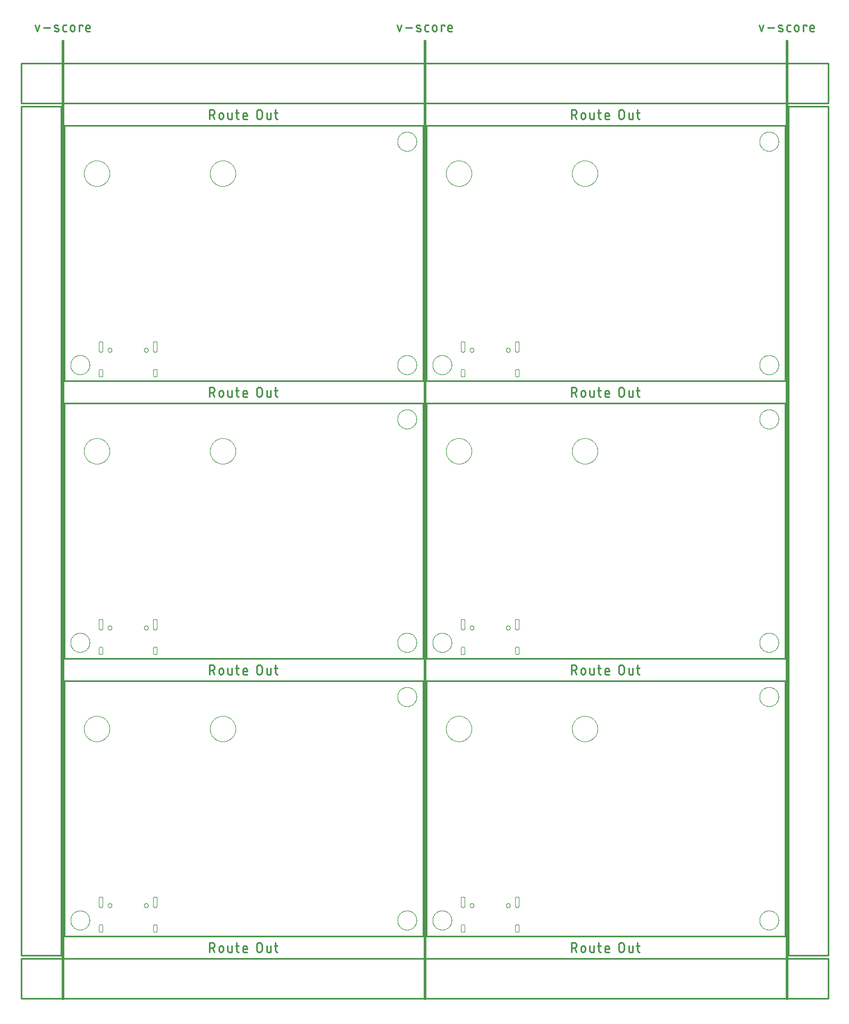
<source format=gko>
G04 EAGLE Gerber RS-274X export*
G75*
%MOMM*%
%FSLAX34Y34*%
%LPD*%
%IN*%
%IPPOS*%
%AMOC8*
5,1,8,0,0,1.08239X$1,22.5*%
G01*
%ADD10C,0.254000*%
%ADD11C,0.279400*%
%ADD12C,0.381000*%
%ADD13C,0.000000*%
%ADD14C,0.010000*%


D10*
X0Y0D02*
X0Y406400D01*
X571500Y406400D01*
X571500Y0D01*
X0Y0D01*
D11*
X231254Y-10287D02*
X231254Y-25273D01*
X231254Y-10287D02*
X235417Y-10287D01*
X235545Y-10289D01*
X235673Y-10295D01*
X235801Y-10305D01*
X235929Y-10319D01*
X236056Y-10336D01*
X236182Y-10358D01*
X236308Y-10383D01*
X236432Y-10413D01*
X236556Y-10446D01*
X236679Y-10483D01*
X236801Y-10524D01*
X236921Y-10568D01*
X237040Y-10616D01*
X237157Y-10668D01*
X237273Y-10723D01*
X237386Y-10782D01*
X237499Y-10845D01*
X237609Y-10911D01*
X237716Y-10980D01*
X237822Y-11052D01*
X237926Y-11128D01*
X238027Y-11207D01*
X238126Y-11289D01*
X238222Y-11374D01*
X238315Y-11461D01*
X238406Y-11552D01*
X238493Y-11645D01*
X238578Y-11741D01*
X238660Y-11840D01*
X238739Y-11941D01*
X238815Y-12045D01*
X238887Y-12151D01*
X238956Y-12258D01*
X239022Y-12369D01*
X239085Y-12481D01*
X239144Y-12594D01*
X239199Y-12710D01*
X239251Y-12827D01*
X239299Y-12946D01*
X239343Y-13066D01*
X239384Y-13188D01*
X239421Y-13311D01*
X239454Y-13435D01*
X239484Y-13559D01*
X239509Y-13685D01*
X239531Y-13811D01*
X239548Y-13938D01*
X239562Y-14066D01*
X239572Y-14194D01*
X239578Y-14322D01*
X239580Y-14450D01*
X239578Y-14578D01*
X239572Y-14706D01*
X239562Y-14834D01*
X239548Y-14962D01*
X239531Y-15089D01*
X239509Y-15215D01*
X239484Y-15341D01*
X239454Y-15465D01*
X239421Y-15589D01*
X239384Y-15712D01*
X239343Y-15834D01*
X239299Y-15954D01*
X239251Y-16073D01*
X239199Y-16190D01*
X239144Y-16306D01*
X239085Y-16419D01*
X239022Y-16532D01*
X238956Y-16642D01*
X238887Y-16749D01*
X238815Y-16855D01*
X238739Y-16959D01*
X238660Y-17060D01*
X238578Y-17159D01*
X238493Y-17255D01*
X238406Y-17348D01*
X238315Y-17439D01*
X238222Y-17526D01*
X238126Y-17611D01*
X238027Y-17693D01*
X237926Y-17772D01*
X237822Y-17848D01*
X237716Y-17920D01*
X237609Y-17989D01*
X237499Y-18055D01*
X237386Y-18118D01*
X237273Y-18177D01*
X237157Y-18232D01*
X237040Y-18284D01*
X236921Y-18332D01*
X236801Y-18376D01*
X236679Y-18417D01*
X236556Y-18454D01*
X236432Y-18487D01*
X236308Y-18517D01*
X236182Y-18542D01*
X236056Y-18564D01*
X235929Y-18581D01*
X235801Y-18595D01*
X235673Y-18605D01*
X235545Y-18611D01*
X235417Y-18613D01*
X231254Y-18613D01*
X236249Y-18613D02*
X239579Y-25273D01*
X246538Y-21943D02*
X246538Y-18613D01*
X246540Y-18499D01*
X246546Y-18386D01*
X246555Y-18272D01*
X246569Y-18160D01*
X246586Y-18047D01*
X246608Y-17935D01*
X246633Y-17825D01*
X246661Y-17715D01*
X246694Y-17606D01*
X246730Y-17498D01*
X246770Y-17391D01*
X246814Y-17286D01*
X246861Y-17183D01*
X246911Y-17081D01*
X246965Y-16981D01*
X247023Y-16883D01*
X247084Y-16787D01*
X247147Y-16693D01*
X247215Y-16601D01*
X247285Y-16511D01*
X247358Y-16425D01*
X247434Y-16340D01*
X247513Y-16258D01*
X247595Y-16179D01*
X247680Y-16103D01*
X247766Y-16030D01*
X247856Y-15960D01*
X247948Y-15892D01*
X248042Y-15829D01*
X248138Y-15768D01*
X248236Y-15710D01*
X248336Y-15656D01*
X248438Y-15606D01*
X248541Y-15559D01*
X248646Y-15515D01*
X248753Y-15475D01*
X248861Y-15439D01*
X248970Y-15406D01*
X249080Y-15378D01*
X249190Y-15353D01*
X249302Y-15331D01*
X249415Y-15314D01*
X249527Y-15300D01*
X249641Y-15291D01*
X249754Y-15285D01*
X249868Y-15283D01*
X249982Y-15285D01*
X250095Y-15291D01*
X250209Y-15300D01*
X250321Y-15314D01*
X250434Y-15331D01*
X250546Y-15353D01*
X250656Y-15378D01*
X250766Y-15406D01*
X250875Y-15439D01*
X250983Y-15475D01*
X251090Y-15515D01*
X251195Y-15559D01*
X251298Y-15606D01*
X251400Y-15656D01*
X251500Y-15710D01*
X251598Y-15768D01*
X251694Y-15829D01*
X251788Y-15892D01*
X251880Y-15960D01*
X251970Y-16030D01*
X252056Y-16103D01*
X252141Y-16179D01*
X252223Y-16258D01*
X252302Y-16340D01*
X252378Y-16425D01*
X252451Y-16511D01*
X252521Y-16601D01*
X252589Y-16693D01*
X252652Y-16787D01*
X252713Y-16883D01*
X252771Y-16981D01*
X252825Y-17081D01*
X252875Y-17183D01*
X252922Y-17286D01*
X252966Y-17391D01*
X253006Y-17498D01*
X253042Y-17606D01*
X253075Y-17715D01*
X253103Y-17825D01*
X253128Y-17935D01*
X253150Y-18047D01*
X253167Y-18160D01*
X253181Y-18272D01*
X253190Y-18386D01*
X253196Y-18499D01*
X253198Y-18613D01*
X253198Y-21943D01*
X253196Y-22057D01*
X253190Y-22170D01*
X253181Y-22284D01*
X253167Y-22396D01*
X253150Y-22509D01*
X253128Y-22621D01*
X253103Y-22731D01*
X253075Y-22841D01*
X253042Y-22950D01*
X253006Y-23058D01*
X252966Y-23165D01*
X252922Y-23270D01*
X252875Y-23373D01*
X252825Y-23475D01*
X252771Y-23575D01*
X252713Y-23673D01*
X252652Y-23769D01*
X252589Y-23863D01*
X252521Y-23955D01*
X252451Y-24045D01*
X252378Y-24131D01*
X252302Y-24216D01*
X252223Y-24298D01*
X252141Y-24377D01*
X252056Y-24453D01*
X251970Y-24526D01*
X251880Y-24596D01*
X251788Y-24664D01*
X251694Y-24727D01*
X251598Y-24788D01*
X251500Y-24846D01*
X251400Y-24900D01*
X251298Y-24950D01*
X251195Y-24997D01*
X251090Y-25041D01*
X250983Y-25081D01*
X250875Y-25117D01*
X250766Y-25150D01*
X250656Y-25178D01*
X250546Y-25203D01*
X250434Y-25225D01*
X250321Y-25242D01*
X250209Y-25256D01*
X250095Y-25265D01*
X249982Y-25271D01*
X249868Y-25273D01*
X249754Y-25271D01*
X249641Y-25265D01*
X249527Y-25256D01*
X249415Y-25242D01*
X249302Y-25225D01*
X249190Y-25203D01*
X249080Y-25178D01*
X248970Y-25150D01*
X248861Y-25117D01*
X248753Y-25081D01*
X248646Y-25041D01*
X248541Y-24997D01*
X248438Y-24950D01*
X248336Y-24900D01*
X248236Y-24846D01*
X248138Y-24788D01*
X248042Y-24727D01*
X247948Y-24664D01*
X247856Y-24596D01*
X247766Y-24526D01*
X247680Y-24453D01*
X247595Y-24377D01*
X247513Y-24298D01*
X247434Y-24216D01*
X247358Y-24131D01*
X247285Y-24045D01*
X247215Y-23955D01*
X247147Y-23863D01*
X247084Y-23769D01*
X247023Y-23673D01*
X246965Y-23575D01*
X246911Y-23475D01*
X246861Y-23373D01*
X246814Y-23270D01*
X246770Y-23165D01*
X246730Y-23058D01*
X246694Y-22950D01*
X246661Y-22841D01*
X246633Y-22731D01*
X246608Y-22621D01*
X246586Y-22509D01*
X246569Y-22396D01*
X246555Y-22284D01*
X246546Y-22170D01*
X246540Y-22057D01*
X246538Y-21943D01*
X260606Y-22775D02*
X260606Y-15282D01*
X260605Y-22775D02*
X260607Y-22873D01*
X260613Y-22971D01*
X260622Y-23069D01*
X260636Y-23166D01*
X260653Y-23262D01*
X260674Y-23358D01*
X260699Y-23453D01*
X260727Y-23547D01*
X260759Y-23640D01*
X260795Y-23731D01*
X260834Y-23821D01*
X260877Y-23909D01*
X260924Y-23996D01*
X260973Y-24080D01*
X261026Y-24163D01*
X261082Y-24243D01*
X261141Y-24322D01*
X261204Y-24397D01*
X261269Y-24471D01*
X261337Y-24541D01*
X261407Y-24609D01*
X261481Y-24675D01*
X261557Y-24737D01*
X261635Y-24796D01*
X261715Y-24852D01*
X261798Y-24905D01*
X261882Y-24955D01*
X261969Y-25001D01*
X262057Y-25044D01*
X262147Y-25083D01*
X262238Y-25119D01*
X262331Y-25151D01*
X262425Y-25179D01*
X262520Y-25204D01*
X262616Y-25225D01*
X262712Y-25242D01*
X262809Y-25256D01*
X262907Y-25265D01*
X263005Y-25271D01*
X263103Y-25273D01*
X267266Y-25273D01*
X267266Y-15282D01*
X273247Y-15282D02*
X278242Y-15282D01*
X274912Y-10287D02*
X274912Y-22775D01*
X274914Y-22873D01*
X274920Y-22971D01*
X274929Y-23069D01*
X274943Y-23166D01*
X274960Y-23262D01*
X274981Y-23358D01*
X275006Y-23453D01*
X275034Y-23547D01*
X275066Y-23640D01*
X275102Y-23731D01*
X275141Y-23821D01*
X275184Y-23909D01*
X275231Y-23996D01*
X275280Y-24080D01*
X275333Y-24163D01*
X275389Y-24243D01*
X275448Y-24322D01*
X275511Y-24397D01*
X275576Y-24471D01*
X275644Y-24541D01*
X275714Y-24609D01*
X275788Y-24675D01*
X275864Y-24737D01*
X275942Y-24796D01*
X276022Y-24852D01*
X276105Y-24905D01*
X276189Y-24955D01*
X276276Y-25001D01*
X276364Y-25044D01*
X276454Y-25083D01*
X276545Y-25119D01*
X276638Y-25151D01*
X276732Y-25179D01*
X276827Y-25204D01*
X276923Y-25225D01*
X277019Y-25242D01*
X277116Y-25256D01*
X277214Y-25265D01*
X277312Y-25271D01*
X277410Y-25273D01*
X278242Y-25273D01*
X287071Y-25273D02*
X291234Y-25273D01*
X287071Y-25273D02*
X286973Y-25271D01*
X286875Y-25265D01*
X286777Y-25256D01*
X286680Y-25242D01*
X286584Y-25225D01*
X286488Y-25204D01*
X286393Y-25179D01*
X286299Y-25151D01*
X286206Y-25119D01*
X286115Y-25083D01*
X286025Y-25044D01*
X285937Y-25001D01*
X285850Y-24954D01*
X285766Y-24905D01*
X285683Y-24852D01*
X285603Y-24796D01*
X285525Y-24737D01*
X285449Y-24675D01*
X285375Y-24609D01*
X285305Y-24541D01*
X285237Y-24471D01*
X285172Y-24397D01*
X285109Y-24322D01*
X285050Y-24243D01*
X284994Y-24163D01*
X284941Y-24080D01*
X284892Y-23996D01*
X284845Y-23909D01*
X284802Y-23821D01*
X284763Y-23731D01*
X284727Y-23640D01*
X284695Y-23547D01*
X284667Y-23453D01*
X284642Y-23358D01*
X284621Y-23262D01*
X284604Y-23166D01*
X284590Y-23069D01*
X284581Y-22971D01*
X284575Y-22873D01*
X284573Y-22775D01*
X284574Y-22775D02*
X284574Y-18613D01*
X284576Y-18499D01*
X284582Y-18386D01*
X284591Y-18272D01*
X284605Y-18160D01*
X284622Y-18047D01*
X284644Y-17935D01*
X284669Y-17825D01*
X284697Y-17715D01*
X284730Y-17606D01*
X284766Y-17498D01*
X284806Y-17391D01*
X284850Y-17286D01*
X284897Y-17183D01*
X284947Y-17081D01*
X285001Y-16981D01*
X285059Y-16883D01*
X285120Y-16787D01*
X285183Y-16693D01*
X285251Y-16601D01*
X285321Y-16511D01*
X285394Y-16425D01*
X285470Y-16340D01*
X285549Y-16258D01*
X285631Y-16179D01*
X285716Y-16103D01*
X285802Y-16030D01*
X285892Y-15960D01*
X285984Y-15892D01*
X286078Y-15829D01*
X286174Y-15768D01*
X286272Y-15710D01*
X286372Y-15656D01*
X286474Y-15606D01*
X286577Y-15559D01*
X286682Y-15515D01*
X286789Y-15475D01*
X286897Y-15439D01*
X287006Y-15406D01*
X287116Y-15378D01*
X287226Y-15353D01*
X287338Y-15331D01*
X287451Y-15314D01*
X287563Y-15300D01*
X287677Y-15291D01*
X287790Y-15285D01*
X287904Y-15283D01*
X288018Y-15285D01*
X288131Y-15291D01*
X288245Y-15300D01*
X288357Y-15314D01*
X288470Y-15331D01*
X288582Y-15353D01*
X288692Y-15378D01*
X288802Y-15406D01*
X288911Y-15439D01*
X289019Y-15475D01*
X289126Y-15515D01*
X289231Y-15559D01*
X289334Y-15606D01*
X289436Y-15656D01*
X289536Y-15710D01*
X289634Y-15768D01*
X289730Y-15829D01*
X289824Y-15892D01*
X289916Y-15960D01*
X290006Y-16030D01*
X290092Y-16103D01*
X290177Y-16179D01*
X290259Y-16258D01*
X290338Y-16340D01*
X290414Y-16425D01*
X290487Y-16511D01*
X290557Y-16601D01*
X290625Y-16693D01*
X290688Y-16787D01*
X290749Y-16883D01*
X290807Y-16981D01*
X290861Y-17081D01*
X290911Y-17183D01*
X290958Y-17286D01*
X291002Y-17391D01*
X291042Y-17498D01*
X291078Y-17606D01*
X291111Y-17715D01*
X291139Y-17825D01*
X291164Y-17935D01*
X291186Y-18047D01*
X291203Y-18160D01*
X291217Y-18272D01*
X291226Y-18386D01*
X291232Y-18499D01*
X291234Y-18613D01*
X291234Y-20278D01*
X284574Y-20278D01*
X306667Y-21110D02*
X306667Y-14450D01*
X306669Y-14322D01*
X306675Y-14194D01*
X306685Y-14066D01*
X306699Y-13938D01*
X306716Y-13811D01*
X306738Y-13685D01*
X306763Y-13559D01*
X306793Y-13435D01*
X306826Y-13311D01*
X306863Y-13188D01*
X306904Y-13066D01*
X306948Y-12946D01*
X306996Y-12827D01*
X307048Y-12710D01*
X307103Y-12594D01*
X307162Y-12481D01*
X307225Y-12368D01*
X307291Y-12258D01*
X307360Y-12151D01*
X307432Y-12045D01*
X307508Y-11941D01*
X307587Y-11840D01*
X307669Y-11741D01*
X307754Y-11645D01*
X307841Y-11552D01*
X307932Y-11461D01*
X308025Y-11374D01*
X308121Y-11289D01*
X308220Y-11207D01*
X308321Y-11128D01*
X308425Y-11052D01*
X308531Y-10980D01*
X308638Y-10911D01*
X308749Y-10845D01*
X308861Y-10782D01*
X308974Y-10723D01*
X309090Y-10668D01*
X309207Y-10616D01*
X309326Y-10568D01*
X309446Y-10524D01*
X309568Y-10483D01*
X309691Y-10446D01*
X309815Y-10413D01*
X309939Y-10383D01*
X310065Y-10358D01*
X310191Y-10336D01*
X310318Y-10319D01*
X310446Y-10305D01*
X310574Y-10295D01*
X310702Y-10289D01*
X310830Y-10287D01*
X310958Y-10289D01*
X311086Y-10295D01*
X311214Y-10305D01*
X311342Y-10319D01*
X311469Y-10336D01*
X311595Y-10358D01*
X311721Y-10383D01*
X311845Y-10413D01*
X311969Y-10446D01*
X312092Y-10483D01*
X312214Y-10524D01*
X312334Y-10568D01*
X312453Y-10616D01*
X312570Y-10668D01*
X312686Y-10723D01*
X312799Y-10782D01*
X312912Y-10845D01*
X313022Y-10911D01*
X313129Y-10980D01*
X313235Y-11052D01*
X313339Y-11128D01*
X313440Y-11207D01*
X313539Y-11289D01*
X313635Y-11374D01*
X313728Y-11461D01*
X313819Y-11552D01*
X313906Y-11645D01*
X313991Y-11741D01*
X314073Y-11840D01*
X314152Y-11941D01*
X314228Y-12045D01*
X314300Y-12151D01*
X314369Y-12258D01*
X314435Y-12369D01*
X314498Y-12481D01*
X314557Y-12594D01*
X314612Y-12710D01*
X314664Y-12827D01*
X314712Y-12946D01*
X314756Y-13066D01*
X314797Y-13188D01*
X314834Y-13311D01*
X314867Y-13435D01*
X314897Y-13559D01*
X314922Y-13685D01*
X314944Y-13811D01*
X314961Y-13938D01*
X314975Y-14066D01*
X314985Y-14194D01*
X314991Y-14322D01*
X314993Y-14450D01*
X314992Y-14450D02*
X314992Y-21110D01*
X314993Y-21110D02*
X314991Y-21238D01*
X314985Y-21366D01*
X314975Y-21494D01*
X314961Y-21622D01*
X314944Y-21749D01*
X314922Y-21875D01*
X314897Y-22001D01*
X314867Y-22125D01*
X314834Y-22249D01*
X314797Y-22372D01*
X314756Y-22494D01*
X314712Y-22614D01*
X314664Y-22733D01*
X314612Y-22850D01*
X314557Y-22966D01*
X314498Y-23079D01*
X314435Y-23192D01*
X314369Y-23302D01*
X314300Y-23409D01*
X314228Y-23515D01*
X314152Y-23619D01*
X314073Y-23720D01*
X313991Y-23819D01*
X313906Y-23915D01*
X313819Y-24008D01*
X313728Y-24099D01*
X313635Y-24186D01*
X313539Y-24271D01*
X313440Y-24353D01*
X313339Y-24432D01*
X313235Y-24508D01*
X313129Y-24580D01*
X313022Y-24649D01*
X312912Y-24715D01*
X312799Y-24778D01*
X312686Y-24837D01*
X312570Y-24892D01*
X312453Y-24944D01*
X312334Y-24992D01*
X312214Y-25036D01*
X312092Y-25077D01*
X311969Y-25114D01*
X311845Y-25147D01*
X311721Y-25177D01*
X311595Y-25202D01*
X311469Y-25224D01*
X311342Y-25241D01*
X311214Y-25255D01*
X311086Y-25265D01*
X310958Y-25271D01*
X310830Y-25273D01*
X310702Y-25271D01*
X310574Y-25265D01*
X310446Y-25255D01*
X310318Y-25241D01*
X310191Y-25224D01*
X310065Y-25202D01*
X309939Y-25177D01*
X309815Y-25147D01*
X309691Y-25114D01*
X309568Y-25077D01*
X309446Y-25036D01*
X309326Y-24992D01*
X309207Y-24944D01*
X309090Y-24892D01*
X308974Y-24837D01*
X308861Y-24778D01*
X308749Y-24715D01*
X308638Y-24649D01*
X308531Y-24580D01*
X308425Y-24508D01*
X308321Y-24432D01*
X308220Y-24353D01*
X308121Y-24271D01*
X308025Y-24186D01*
X307932Y-24099D01*
X307841Y-24008D01*
X307754Y-23915D01*
X307669Y-23819D01*
X307587Y-23720D01*
X307508Y-23619D01*
X307432Y-23515D01*
X307360Y-23409D01*
X307291Y-23302D01*
X307225Y-23191D01*
X307162Y-23079D01*
X307103Y-22966D01*
X307048Y-22850D01*
X306996Y-22733D01*
X306948Y-22614D01*
X306904Y-22494D01*
X306863Y-22372D01*
X306826Y-22249D01*
X306793Y-22125D01*
X306763Y-22001D01*
X306738Y-21875D01*
X306716Y-21749D01*
X306699Y-21622D01*
X306685Y-21494D01*
X306675Y-21366D01*
X306669Y-21238D01*
X306667Y-21110D01*
X322609Y-22775D02*
X322609Y-15282D01*
X322609Y-22775D02*
X322611Y-22873D01*
X322617Y-22971D01*
X322626Y-23069D01*
X322640Y-23166D01*
X322657Y-23262D01*
X322678Y-23358D01*
X322703Y-23453D01*
X322731Y-23547D01*
X322763Y-23640D01*
X322799Y-23731D01*
X322838Y-23821D01*
X322881Y-23909D01*
X322928Y-23996D01*
X322977Y-24080D01*
X323030Y-24163D01*
X323086Y-24243D01*
X323145Y-24322D01*
X323208Y-24397D01*
X323273Y-24471D01*
X323341Y-24541D01*
X323411Y-24609D01*
X323485Y-24675D01*
X323561Y-24737D01*
X323639Y-24796D01*
X323719Y-24852D01*
X323802Y-24905D01*
X323886Y-24955D01*
X323973Y-25001D01*
X324061Y-25044D01*
X324151Y-25083D01*
X324242Y-25119D01*
X324335Y-25151D01*
X324429Y-25179D01*
X324524Y-25204D01*
X324620Y-25225D01*
X324716Y-25242D01*
X324813Y-25256D01*
X324911Y-25265D01*
X325009Y-25271D01*
X325107Y-25273D01*
X329270Y-25273D01*
X329270Y-15282D01*
X335251Y-15282D02*
X340246Y-15282D01*
X336916Y-10287D02*
X336916Y-22775D01*
X336915Y-22775D02*
X336917Y-22873D01*
X336923Y-22971D01*
X336932Y-23069D01*
X336946Y-23166D01*
X336963Y-23262D01*
X336984Y-23358D01*
X337009Y-23453D01*
X337037Y-23547D01*
X337069Y-23640D01*
X337105Y-23731D01*
X337144Y-23821D01*
X337187Y-23909D01*
X337234Y-23996D01*
X337283Y-24080D01*
X337336Y-24163D01*
X337392Y-24243D01*
X337451Y-24322D01*
X337514Y-24397D01*
X337579Y-24471D01*
X337647Y-24541D01*
X337717Y-24609D01*
X337791Y-24675D01*
X337867Y-24737D01*
X337945Y-24796D01*
X338025Y-24852D01*
X338108Y-24905D01*
X338192Y-24955D01*
X338279Y-25001D01*
X338367Y-25044D01*
X338457Y-25083D01*
X338548Y-25119D01*
X338641Y-25151D01*
X338735Y-25179D01*
X338830Y-25204D01*
X338926Y-25225D01*
X339022Y-25242D01*
X339119Y-25256D01*
X339217Y-25265D01*
X339315Y-25271D01*
X339413Y-25273D01*
X339414Y-25273D02*
X340246Y-25273D01*
D10*
X576580Y0D02*
X576580Y406400D01*
X1148080Y406400D01*
X1148080Y0D01*
X576580Y0D01*
D11*
X807834Y-10287D02*
X807834Y-25273D01*
X807834Y-10287D02*
X811997Y-10287D01*
X812125Y-10289D01*
X812253Y-10295D01*
X812381Y-10305D01*
X812509Y-10319D01*
X812636Y-10336D01*
X812762Y-10358D01*
X812888Y-10383D01*
X813012Y-10413D01*
X813136Y-10446D01*
X813259Y-10483D01*
X813381Y-10524D01*
X813501Y-10568D01*
X813620Y-10616D01*
X813737Y-10668D01*
X813853Y-10723D01*
X813966Y-10782D01*
X814079Y-10845D01*
X814189Y-10911D01*
X814296Y-10980D01*
X814402Y-11052D01*
X814506Y-11128D01*
X814607Y-11207D01*
X814706Y-11289D01*
X814802Y-11374D01*
X814895Y-11461D01*
X814986Y-11552D01*
X815073Y-11645D01*
X815158Y-11741D01*
X815240Y-11840D01*
X815319Y-11941D01*
X815395Y-12045D01*
X815467Y-12151D01*
X815536Y-12258D01*
X815602Y-12369D01*
X815665Y-12481D01*
X815724Y-12594D01*
X815779Y-12710D01*
X815831Y-12827D01*
X815879Y-12946D01*
X815923Y-13066D01*
X815964Y-13188D01*
X816001Y-13311D01*
X816034Y-13435D01*
X816064Y-13559D01*
X816089Y-13685D01*
X816111Y-13811D01*
X816128Y-13938D01*
X816142Y-14066D01*
X816152Y-14194D01*
X816158Y-14322D01*
X816160Y-14450D01*
X816158Y-14578D01*
X816152Y-14706D01*
X816142Y-14834D01*
X816128Y-14962D01*
X816111Y-15089D01*
X816089Y-15215D01*
X816064Y-15341D01*
X816034Y-15465D01*
X816001Y-15589D01*
X815964Y-15712D01*
X815923Y-15834D01*
X815879Y-15954D01*
X815831Y-16073D01*
X815779Y-16190D01*
X815724Y-16306D01*
X815665Y-16419D01*
X815602Y-16532D01*
X815536Y-16642D01*
X815467Y-16749D01*
X815395Y-16855D01*
X815319Y-16959D01*
X815240Y-17060D01*
X815158Y-17159D01*
X815073Y-17255D01*
X814986Y-17348D01*
X814895Y-17439D01*
X814802Y-17526D01*
X814706Y-17611D01*
X814607Y-17693D01*
X814506Y-17772D01*
X814402Y-17848D01*
X814296Y-17920D01*
X814189Y-17989D01*
X814079Y-18055D01*
X813966Y-18118D01*
X813853Y-18177D01*
X813737Y-18232D01*
X813620Y-18284D01*
X813501Y-18332D01*
X813381Y-18376D01*
X813259Y-18417D01*
X813136Y-18454D01*
X813012Y-18487D01*
X812888Y-18517D01*
X812762Y-18542D01*
X812636Y-18564D01*
X812509Y-18581D01*
X812381Y-18595D01*
X812253Y-18605D01*
X812125Y-18611D01*
X811997Y-18613D01*
X807834Y-18613D01*
X812829Y-18613D02*
X816159Y-25273D01*
X823118Y-21943D02*
X823118Y-18613D01*
X823120Y-18499D01*
X823126Y-18386D01*
X823135Y-18272D01*
X823149Y-18160D01*
X823166Y-18047D01*
X823188Y-17935D01*
X823213Y-17825D01*
X823241Y-17715D01*
X823274Y-17606D01*
X823310Y-17498D01*
X823350Y-17391D01*
X823394Y-17286D01*
X823441Y-17183D01*
X823491Y-17081D01*
X823545Y-16981D01*
X823603Y-16883D01*
X823664Y-16787D01*
X823727Y-16693D01*
X823795Y-16601D01*
X823865Y-16511D01*
X823938Y-16425D01*
X824014Y-16340D01*
X824093Y-16258D01*
X824175Y-16179D01*
X824260Y-16103D01*
X824346Y-16030D01*
X824436Y-15960D01*
X824528Y-15892D01*
X824622Y-15829D01*
X824718Y-15768D01*
X824816Y-15710D01*
X824916Y-15656D01*
X825018Y-15606D01*
X825121Y-15559D01*
X825226Y-15515D01*
X825333Y-15475D01*
X825441Y-15439D01*
X825550Y-15406D01*
X825660Y-15378D01*
X825770Y-15353D01*
X825882Y-15331D01*
X825995Y-15314D01*
X826107Y-15300D01*
X826221Y-15291D01*
X826334Y-15285D01*
X826448Y-15283D01*
X826562Y-15285D01*
X826675Y-15291D01*
X826789Y-15300D01*
X826901Y-15314D01*
X827014Y-15331D01*
X827126Y-15353D01*
X827236Y-15378D01*
X827346Y-15406D01*
X827455Y-15439D01*
X827563Y-15475D01*
X827670Y-15515D01*
X827775Y-15559D01*
X827878Y-15606D01*
X827980Y-15656D01*
X828080Y-15710D01*
X828178Y-15768D01*
X828274Y-15829D01*
X828368Y-15892D01*
X828460Y-15960D01*
X828550Y-16030D01*
X828636Y-16103D01*
X828721Y-16179D01*
X828803Y-16258D01*
X828882Y-16340D01*
X828958Y-16425D01*
X829031Y-16511D01*
X829101Y-16601D01*
X829169Y-16693D01*
X829232Y-16787D01*
X829293Y-16883D01*
X829351Y-16981D01*
X829405Y-17081D01*
X829455Y-17183D01*
X829502Y-17286D01*
X829546Y-17391D01*
X829586Y-17498D01*
X829622Y-17606D01*
X829655Y-17715D01*
X829683Y-17825D01*
X829708Y-17935D01*
X829730Y-18047D01*
X829747Y-18160D01*
X829761Y-18272D01*
X829770Y-18386D01*
X829776Y-18499D01*
X829778Y-18613D01*
X829778Y-21943D01*
X829776Y-22057D01*
X829770Y-22170D01*
X829761Y-22284D01*
X829747Y-22396D01*
X829730Y-22509D01*
X829708Y-22621D01*
X829683Y-22731D01*
X829655Y-22841D01*
X829622Y-22950D01*
X829586Y-23058D01*
X829546Y-23165D01*
X829502Y-23270D01*
X829455Y-23373D01*
X829405Y-23475D01*
X829351Y-23575D01*
X829293Y-23673D01*
X829232Y-23769D01*
X829169Y-23863D01*
X829101Y-23955D01*
X829031Y-24045D01*
X828958Y-24131D01*
X828882Y-24216D01*
X828803Y-24298D01*
X828721Y-24377D01*
X828636Y-24453D01*
X828550Y-24526D01*
X828460Y-24596D01*
X828368Y-24664D01*
X828274Y-24727D01*
X828178Y-24788D01*
X828080Y-24846D01*
X827980Y-24900D01*
X827878Y-24950D01*
X827775Y-24997D01*
X827670Y-25041D01*
X827563Y-25081D01*
X827455Y-25117D01*
X827346Y-25150D01*
X827236Y-25178D01*
X827126Y-25203D01*
X827014Y-25225D01*
X826901Y-25242D01*
X826789Y-25256D01*
X826675Y-25265D01*
X826562Y-25271D01*
X826448Y-25273D01*
X826334Y-25271D01*
X826221Y-25265D01*
X826107Y-25256D01*
X825995Y-25242D01*
X825882Y-25225D01*
X825770Y-25203D01*
X825660Y-25178D01*
X825550Y-25150D01*
X825441Y-25117D01*
X825333Y-25081D01*
X825226Y-25041D01*
X825121Y-24997D01*
X825018Y-24950D01*
X824916Y-24900D01*
X824816Y-24846D01*
X824718Y-24788D01*
X824622Y-24727D01*
X824528Y-24664D01*
X824436Y-24596D01*
X824346Y-24526D01*
X824260Y-24453D01*
X824175Y-24377D01*
X824093Y-24298D01*
X824014Y-24216D01*
X823938Y-24131D01*
X823865Y-24045D01*
X823795Y-23955D01*
X823727Y-23863D01*
X823664Y-23769D01*
X823603Y-23673D01*
X823545Y-23575D01*
X823491Y-23475D01*
X823441Y-23373D01*
X823394Y-23270D01*
X823350Y-23165D01*
X823310Y-23058D01*
X823274Y-22950D01*
X823241Y-22841D01*
X823213Y-22731D01*
X823188Y-22621D01*
X823166Y-22509D01*
X823149Y-22396D01*
X823135Y-22284D01*
X823126Y-22170D01*
X823120Y-22057D01*
X823118Y-21943D01*
X837186Y-22775D02*
X837186Y-15282D01*
X837185Y-22775D02*
X837187Y-22873D01*
X837193Y-22971D01*
X837202Y-23069D01*
X837216Y-23166D01*
X837233Y-23262D01*
X837254Y-23358D01*
X837279Y-23453D01*
X837307Y-23547D01*
X837339Y-23640D01*
X837375Y-23731D01*
X837414Y-23821D01*
X837457Y-23909D01*
X837504Y-23996D01*
X837553Y-24080D01*
X837606Y-24163D01*
X837662Y-24243D01*
X837721Y-24322D01*
X837784Y-24397D01*
X837849Y-24471D01*
X837917Y-24541D01*
X837987Y-24609D01*
X838061Y-24675D01*
X838137Y-24737D01*
X838215Y-24796D01*
X838295Y-24852D01*
X838378Y-24905D01*
X838462Y-24955D01*
X838549Y-25001D01*
X838637Y-25044D01*
X838727Y-25083D01*
X838818Y-25119D01*
X838911Y-25151D01*
X839005Y-25179D01*
X839100Y-25204D01*
X839196Y-25225D01*
X839292Y-25242D01*
X839389Y-25256D01*
X839487Y-25265D01*
X839585Y-25271D01*
X839683Y-25273D01*
X843846Y-25273D01*
X843846Y-15282D01*
X849827Y-15282D02*
X854822Y-15282D01*
X851492Y-10287D02*
X851492Y-22775D01*
X851494Y-22873D01*
X851500Y-22971D01*
X851509Y-23069D01*
X851523Y-23166D01*
X851540Y-23262D01*
X851561Y-23358D01*
X851586Y-23453D01*
X851614Y-23547D01*
X851646Y-23640D01*
X851682Y-23731D01*
X851721Y-23821D01*
X851764Y-23909D01*
X851811Y-23996D01*
X851860Y-24080D01*
X851913Y-24163D01*
X851969Y-24243D01*
X852028Y-24322D01*
X852091Y-24397D01*
X852156Y-24471D01*
X852224Y-24541D01*
X852294Y-24609D01*
X852368Y-24675D01*
X852444Y-24737D01*
X852522Y-24796D01*
X852602Y-24852D01*
X852685Y-24905D01*
X852769Y-24955D01*
X852856Y-25001D01*
X852944Y-25044D01*
X853034Y-25083D01*
X853125Y-25119D01*
X853218Y-25151D01*
X853312Y-25179D01*
X853407Y-25204D01*
X853503Y-25225D01*
X853599Y-25242D01*
X853696Y-25256D01*
X853794Y-25265D01*
X853892Y-25271D01*
X853990Y-25273D01*
X854822Y-25273D01*
X863651Y-25273D02*
X867814Y-25273D01*
X863651Y-25273D02*
X863553Y-25271D01*
X863455Y-25265D01*
X863357Y-25256D01*
X863260Y-25242D01*
X863164Y-25225D01*
X863068Y-25204D01*
X862973Y-25179D01*
X862879Y-25151D01*
X862786Y-25119D01*
X862695Y-25083D01*
X862605Y-25044D01*
X862517Y-25001D01*
X862430Y-24954D01*
X862346Y-24905D01*
X862263Y-24852D01*
X862183Y-24796D01*
X862105Y-24737D01*
X862029Y-24675D01*
X861955Y-24609D01*
X861885Y-24541D01*
X861817Y-24471D01*
X861752Y-24397D01*
X861689Y-24322D01*
X861630Y-24243D01*
X861574Y-24163D01*
X861521Y-24080D01*
X861472Y-23996D01*
X861425Y-23909D01*
X861382Y-23821D01*
X861343Y-23731D01*
X861307Y-23640D01*
X861275Y-23547D01*
X861247Y-23453D01*
X861222Y-23358D01*
X861201Y-23262D01*
X861184Y-23166D01*
X861170Y-23069D01*
X861161Y-22971D01*
X861155Y-22873D01*
X861153Y-22775D01*
X861154Y-22775D02*
X861154Y-18613D01*
X861156Y-18499D01*
X861162Y-18386D01*
X861171Y-18272D01*
X861185Y-18160D01*
X861202Y-18047D01*
X861224Y-17935D01*
X861249Y-17825D01*
X861277Y-17715D01*
X861310Y-17606D01*
X861346Y-17498D01*
X861386Y-17391D01*
X861430Y-17286D01*
X861477Y-17183D01*
X861527Y-17081D01*
X861581Y-16981D01*
X861639Y-16883D01*
X861700Y-16787D01*
X861763Y-16693D01*
X861831Y-16601D01*
X861901Y-16511D01*
X861974Y-16425D01*
X862050Y-16340D01*
X862129Y-16258D01*
X862211Y-16179D01*
X862296Y-16103D01*
X862382Y-16030D01*
X862472Y-15960D01*
X862564Y-15892D01*
X862658Y-15829D01*
X862754Y-15768D01*
X862852Y-15710D01*
X862952Y-15656D01*
X863054Y-15606D01*
X863157Y-15559D01*
X863262Y-15515D01*
X863369Y-15475D01*
X863477Y-15439D01*
X863586Y-15406D01*
X863696Y-15378D01*
X863806Y-15353D01*
X863918Y-15331D01*
X864031Y-15314D01*
X864143Y-15300D01*
X864257Y-15291D01*
X864370Y-15285D01*
X864484Y-15283D01*
X864598Y-15285D01*
X864711Y-15291D01*
X864825Y-15300D01*
X864937Y-15314D01*
X865050Y-15331D01*
X865162Y-15353D01*
X865272Y-15378D01*
X865382Y-15406D01*
X865491Y-15439D01*
X865599Y-15475D01*
X865706Y-15515D01*
X865811Y-15559D01*
X865914Y-15606D01*
X866016Y-15656D01*
X866116Y-15710D01*
X866214Y-15768D01*
X866310Y-15829D01*
X866404Y-15892D01*
X866496Y-15960D01*
X866586Y-16030D01*
X866672Y-16103D01*
X866757Y-16179D01*
X866839Y-16258D01*
X866918Y-16340D01*
X866994Y-16425D01*
X867067Y-16511D01*
X867137Y-16601D01*
X867205Y-16693D01*
X867268Y-16787D01*
X867329Y-16883D01*
X867387Y-16981D01*
X867441Y-17081D01*
X867491Y-17183D01*
X867538Y-17286D01*
X867582Y-17391D01*
X867622Y-17498D01*
X867658Y-17606D01*
X867691Y-17715D01*
X867719Y-17825D01*
X867744Y-17935D01*
X867766Y-18047D01*
X867783Y-18160D01*
X867797Y-18272D01*
X867806Y-18386D01*
X867812Y-18499D01*
X867814Y-18613D01*
X867814Y-20278D01*
X861154Y-20278D01*
X883247Y-21110D02*
X883247Y-14450D01*
X883249Y-14322D01*
X883255Y-14194D01*
X883265Y-14066D01*
X883279Y-13938D01*
X883296Y-13811D01*
X883318Y-13685D01*
X883343Y-13559D01*
X883373Y-13435D01*
X883406Y-13311D01*
X883443Y-13188D01*
X883484Y-13066D01*
X883528Y-12946D01*
X883576Y-12827D01*
X883628Y-12710D01*
X883683Y-12594D01*
X883742Y-12481D01*
X883805Y-12368D01*
X883871Y-12258D01*
X883940Y-12151D01*
X884012Y-12045D01*
X884088Y-11941D01*
X884167Y-11840D01*
X884249Y-11741D01*
X884334Y-11645D01*
X884421Y-11552D01*
X884512Y-11461D01*
X884605Y-11374D01*
X884701Y-11289D01*
X884800Y-11207D01*
X884901Y-11128D01*
X885005Y-11052D01*
X885111Y-10980D01*
X885218Y-10911D01*
X885329Y-10845D01*
X885441Y-10782D01*
X885554Y-10723D01*
X885670Y-10668D01*
X885787Y-10616D01*
X885906Y-10568D01*
X886026Y-10524D01*
X886148Y-10483D01*
X886271Y-10446D01*
X886395Y-10413D01*
X886519Y-10383D01*
X886645Y-10358D01*
X886771Y-10336D01*
X886898Y-10319D01*
X887026Y-10305D01*
X887154Y-10295D01*
X887282Y-10289D01*
X887410Y-10287D01*
X887538Y-10289D01*
X887666Y-10295D01*
X887794Y-10305D01*
X887922Y-10319D01*
X888049Y-10336D01*
X888175Y-10358D01*
X888301Y-10383D01*
X888425Y-10413D01*
X888549Y-10446D01*
X888672Y-10483D01*
X888794Y-10524D01*
X888914Y-10568D01*
X889033Y-10616D01*
X889150Y-10668D01*
X889266Y-10723D01*
X889379Y-10782D01*
X889492Y-10845D01*
X889602Y-10911D01*
X889709Y-10980D01*
X889815Y-11052D01*
X889919Y-11128D01*
X890020Y-11207D01*
X890119Y-11289D01*
X890215Y-11374D01*
X890308Y-11461D01*
X890399Y-11552D01*
X890486Y-11645D01*
X890571Y-11741D01*
X890653Y-11840D01*
X890732Y-11941D01*
X890808Y-12045D01*
X890880Y-12151D01*
X890949Y-12258D01*
X891015Y-12369D01*
X891078Y-12481D01*
X891137Y-12594D01*
X891192Y-12710D01*
X891244Y-12827D01*
X891292Y-12946D01*
X891336Y-13066D01*
X891377Y-13188D01*
X891414Y-13311D01*
X891447Y-13435D01*
X891477Y-13559D01*
X891502Y-13685D01*
X891524Y-13811D01*
X891541Y-13938D01*
X891555Y-14066D01*
X891565Y-14194D01*
X891571Y-14322D01*
X891573Y-14450D01*
X891572Y-14450D02*
X891572Y-21110D01*
X891573Y-21110D02*
X891571Y-21238D01*
X891565Y-21366D01*
X891555Y-21494D01*
X891541Y-21622D01*
X891524Y-21749D01*
X891502Y-21875D01*
X891477Y-22001D01*
X891447Y-22125D01*
X891414Y-22249D01*
X891377Y-22372D01*
X891336Y-22494D01*
X891292Y-22614D01*
X891244Y-22733D01*
X891192Y-22850D01*
X891137Y-22966D01*
X891078Y-23079D01*
X891015Y-23192D01*
X890949Y-23302D01*
X890880Y-23409D01*
X890808Y-23515D01*
X890732Y-23619D01*
X890653Y-23720D01*
X890571Y-23819D01*
X890486Y-23915D01*
X890399Y-24008D01*
X890308Y-24099D01*
X890215Y-24186D01*
X890119Y-24271D01*
X890020Y-24353D01*
X889919Y-24432D01*
X889815Y-24508D01*
X889709Y-24580D01*
X889602Y-24649D01*
X889492Y-24715D01*
X889379Y-24778D01*
X889266Y-24837D01*
X889150Y-24892D01*
X889033Y-24944D01*
X888914Y-24992D01*
X888794Y-25036D01*
X888672Y-25077D01*
X888549Y-25114D01*
X888425Y-25147D01*
X888301Y-25177D01*
X888175Y-25202D01*
X888049Y-25224D01*
X887922Y-25241D01*
X887794Y-25255D01*
X887666Y-25265D01*
X887538Y-25271D01*
X887410Y-25273D01*
X887282Y-25271D01*
X887154Y-25265D01*
X887026Y-25255D01*
X886898Y-25241D01*
X886771Y-25224D01*
X886645Y-25202D01*
X886519Y-25177D01*
X886395Y-25147D01*
X886271Y-25114D01*
X886148Y-25077D01*
X886026Y-25036D01*
X885906Y-24992D01*
X885787Y-24944D01*
X885670Y-24892D01*
X885554Y-24837D01*
X885441Y-24778D01*
X885329Y-24715D01*
X885218Y-24649D01*
X885111Y-24580D01*
X885005Y-24508D01*
X884901Y-24432D01*
X884800Y-24353D01*
X884701Y-24271D01*
X884605Y-24186D01*
X884512Y-24099D01*
X884421Y-24008D01*
X884334Y-23915D01*
X884249Y-23819D01*
X884167Y-23720D01*
X884088Y-23619D01*
X884012Y-23515D01*
X883940Y-23409D01*
X883871Y-23302D01*
X883805Y-23191D01*
X883742Y-23079D01*
X883683Y-22966D01*
X883628Y-22850D01*
X883576Y-22733D01*
X883528Y-22614D01*
X883484Y-22494D01*
X883443Y-22372D01*
X883406Y-22249D01*
X883373Y-22125D01*
X883343Y-22001D01*
X883318Y-21875D01*
X883296Y-21749D01*
X883279Y-21622D01*
X883265Y-21494D01*
X883255Y-21366D01*
X883249Y-21238D01*
X883247Y-21110D01*
X899189Y-22775D02*
X899189Y-15282D01*
X899189Y-22775D02*
X899191Y-22873D01*
X899197Y-22971D01*
X899206Y-23069D01*
X899220Y-23166D01*
X899237Y-23262D01*
X899258Y-23358D01*
X899283Y-23453D01*
X899311Y-23547D01*
X899343Y-23640D01*
X899379Y-23731D01*
X899418Y-23821D01*
X899461Y-23909D01*
X899508Y-23996D01*
X899557Y-24080D01*
X899610Y-24163D01*
X899666Y-24243D01*
X899725Y-24322D01*
X899788Y-24397D01*
X899853Y-24471D01*
X899921Y-24541D01*
X899991Y-24609D01*
X900065Y-24675D01*
X900141Y-24737D01*
X900219Y-24796D01*
X900299Y-24852D01*
X900382Y-24905D01*
X900466Y-24955D01*
X900553Y-25001D01*
X900641Y-25044D01*
X900731Y-25083D01*
X900822Y-25119D01*
X900915Y-25151D01*
X901009Y-25179D01*
X901104Y-25204D01*
X901200Y-25225D01*
X901296Y-25242D01*
X901393Y-25256D01*
X901491Y-25265D01*
X901589Y-25271D01*
X901687Y-25273D01*
X905850Y-25273D01*
X905850Y-15282D01*
X911831Y-15282D02*
X916826Y-15282D01*
X913496Y-10287D02*
X913496Y-22775D01*
X913495Y-22775D02*
X913497Y-22873D01*
X913503Y-22971D01*
X913512Y-23069D01*
X913526Y-23166D01*
X913543Y-23262D01*
X913564Y-23358D01*
X913589Y-23453D01*
X913617Y-23547D01*
X913649Y-23640D01*
X913685Y-23731D01*
X913724Y-23821D01*
X913767Y-23909D01*
X913814Y-23996D01*
X913863Y-24080D01*
X913916Y-24163D01*
X913972Y-24243D01*
X914031Y-24322D01*
X914094Y-24397D01*
X914159Y-24471D01*
X914227Y-24541D01*
X914297Y-24609D01*
X914371Y-24675D01*
X914447Y-24737D01*
X914525Y-24796D01*
X914605Y-24852D01*
X914688Y-24905D01*
X914772Y-24955D01*
X914859Y-25001D01*
X914947Y-25044D01*
X915037Y-25083D01*
X915128Y-25119D01*
X915221Y-25151D01*
X915315Y-25179D01*
X915410Y-25204D01*
X915506Y-25225D01*
X915602Y-25242D01*
X915699Y-25256D01*
X915797Y-25265D01*
X915895Y-25271D01*
X915993Y-25273D01*
X915994Y-25273D02*
X916826Y-25273D01*
D10*
X0Y441960D02*
X0Y848360D01*
X571500Y848360D01*
X571500Y441960D01*
X0Y441960D01*
D11*
X231254Y431673D02*
X231254Y416687D01*
X231254Y431673D02*
X235417Y431673D01*
X235545Y431671D01*
X235673Y431665D01*
X235801Y431655D01*
X235929Y431641D01*
X236056Y431624D01*
X236182Y431602D01*
X236308Y431577D01*
X236432Y431547D01*
X236556Y431514D01*
X236679Y431477D01*
X236801Y431436D01*
X236921Y431392D01*
X237040Y431344D01*
X237157Y431292D01*
X237273Y431237D01*
X237386Y431178D01*
X237499Y431115D01*
X237609Y431049D01*
X237716Y430980D01*
X237822Y430908D01*
X237926Y430832D01*
X238027Y430753D01*
X238126Y430671D01*
X238222Y430586D01*
X238315Y430499D01*
X238406Y430408D01*
X238493Y430315D01*
X238578Y430219D01*
X238660Y430120D01*
X238739Y430019D01*
X238815Y429915D01*
X238887Y429809D01*
X238956Y429702D01*
X239022Y429592D01*
X239085Y429479D01*
X239144Y429366D01*
X239199Y429250D01*
X239251Y429133D01*
X239299Y429014D01*
X239343Y428894D01*
X239384Y428772D01*
X239421Y428649D01*
X239454Y428525D01*
X239484Y428401D01*
X239509Y428275D01*
X239531Y428149D01*
X239548Y428022D01*
X239562Y427894D01*
X239572Y427766D01*
X239578Y427638D01*
X239580Y427510D01*
X239578Y427382D01*
X239572Y427254D01*
X239562Y427126D01*
X239548Y426998D01*
X239531Y426871D01*
X239509Y426745D01*
X239484Y426619D01*
X239454Y426495D01*
X239421Y426371D01*
X239384Y426248D01*
X239343Y426126D01*
X239299Y426006D01*
X239251Y425887D01*
X239199Y425770D01*
X239144Y425654D01*
X239085Y425541D01*
X239022Y425429D01*
X238956Y425318D01*
X238887Y425211D01*
X238815Y425105D01*
X238739Y425001D01*
X238660Y424900D01*
X238578Y424801D01*
X238493Y424705D01*
X238406Y424612D01*
X238315Y424521D01*
X238222Y424434D01*
X238126Y424349D01*
X238027Y424267D01*
X237926Y424188D01*
X237822Y424112D01*
X237716Y424040D01*
X237609Y423971D01*
X237499Y423905D01*
X237386Y423842D01*
X237273Y423783D01*
X237157Y423728D01*
X237040Y423676D01*
X236921Y423628D01*
X236801Y423584D01*
X236679Y423543D01*
X236556Y423506D01*
X236432Y423473D01*
X236308Y423443D01*
X236182Y423418D01*
X236056Y423396D01*
X235929Y423379D01*
X235801Y423365D01*
X235673Y423355D01*
X235545Y423349D01*
X235417Y423347D01*
X231254Y423347D01*
X236249Y423347D02*
X239579Y416687D01*
X246538Y420017D02*
X246538Y423347D01*
X246540Y423461D01*
X246546Y423574D01*
X246555Y423688D01*
X246569Y423800D01*
X246586Y423913D01*
X246608Y424025D01*
X246633Y424135D01*
X246661Y424245D01*
X246694Y424354D01*
X246730Y424462D01*
X246770Y424569D01*
X246814Y424674D01*
X246861Y424777D01*
X246911Y424879D01*
X246965Y424979D01*
X247023Y425077D01*
X247084Y425173D01*
X247147Y425267D01*
X247215Y425359D01*
X247285Y425449D01*
X247358Y425535D01*
X247434Y425620D01*
X247513Y425702D01*
X247595Y425781D01*
X247680Y425857D01*
X247766Y425930D01*
X247856Y426000D01*
X247948Y426068D01*
X248042Y426131D01*
X248138Y426192D01*
X248236Y426250D01*
X248336Y426304D01*
X248438Y426354D01*
X248541Y426401D01*
X248646Y426445D01*
X248753Y426485D01*
X248861Y426521D01*
X248970Y426554D01*
X249080Y426582D01*
X249190Y426607D01*
X249302Y426629D01*
X249415Y426646D01*
X249527Y426660D01*
X249641Y426669D01*
X249754Y426675D01*
X249868Y426677D01*
X249982Y426675D01*
X250095Y426669D01*
X250209Y426660D01*
X250321Y426646D01*
X250434Y426629D01*
X250546Y426607D01*
X250656Y426582D01*
X250766Y426554D01*
X250875Y426521D01*
X250983Y426485D01*
X251090Y426445D01*
X251195Y426401D01*
X251298Y426354D01*
X251400Y426304D01*
X251500Y426250D01*
X251598Y426192D01*
X251694Y426131D01*
X251788Y426068D01*
X251880Y426000D01*
X251970Y425930D01*
X252056Y425857D01*
X252141Y425781D01*
X252223Y425702D01*
X252302Y425620D01*
X252378Y425535D01*
X252451Y425449D01*
X252521Y425359D01*
X252589Y425267D01*
X252652Y425173D01*
X252713Y425077D01*
X252771Y424979D01*
X252825Y424879D01*
X252875Y424777D01*
X252922Y424674D01*
X252966Y424569D01*
X253006Y424462D01*
X253042Y424354D01*
X253075Y424245D01*
X253103Y424135D01*
X253128Y424025D01*
X253150Y423913D01*
X253167Y423800D01*
X253181Y423688D01*
X253190Y423574D01*
X253196Y423461D01*
X253198Y423347D01*
X253198Y420017D01*
X253196Y419903D01*
X253190Y419790D01*
X253181Y419676D01*
X253167Y419564D01*
X253150Y419451D01*
X253128Y419339D01*
X253103Y419229D01*
X253075Y419119D01*
X253042Y419010D01*
X253006Y418902D01*
X252966Y418795D01*
X252922Y418690D01*
X252875Y418587D01*
X252825Y418485D01*
X252771Y418385D01*
X252713Y418287D01*
X252652Y418191D01*
X252589Y418097D01*
X252521Y418005D01*
X252451Y417915D01*
X252378Y417829D01*
X252302Y417744D01*
X252223Y417662D01*
X252141Y417583D01*
X252056Y417507D01*
X251970Y417434D01*
X251880Y417364D01*
X251788Y417296D01*
X251694Y417233D01*
X251598Y417172D01*
X251500Y417114D01*
X251400Y417060D01*
X251298Y417010D01*
X251195Y416963D01*
X251090Y416919D01*
X250983Y416879D01*
X250875Y416843D01*
X250766Y416810D01*
X250656Y416782D01*
X250546Y416757D01*
X250434Y416735D01*
X250321Y416718D01*
X250209Y416704D01*
X250095Y416695D01*
X249982Y416689D01*
X249868Y416687D01*
X249754Y416689D01*
X249641Y416695D01*
X249527Y416704D01*
X249415Y416718D01*
X249302Y416735D01*
X249190Y416757D01*
X249080Y416782D01*
X248970Y416810D01*
X248861Y416843D01*
X248753Y416879D01*
X248646Y416919D01*
X248541Y416963D01*
X248438Y417010D01*
X248336Y417060D01*
X248236Y417114D01*
X248138Y417172D01*
X248042Y417233D01*
X247948Y417296D01*
X247856Y417364D01*
X247766Y417434D01*
X247680Y417507D01*
X247595Y417583D01*
X247513Y417662D01*
X247434Y417744D01*
X247358Y417829D01*
X247285Y417915D01*
X247215Y418005D01*
X247147Y418097D01*
X247084Y418191D01*
X247023Y418287D01*
X246965Y418385D01*
X246911Y418485D01*
X246861Y418587D01*
X246814Y418690D01*
X246770Y418795D01*
X246730Y418902D01*
X246694Y419010D01*
X246661Y419119D01*
X246633Y419229D01*
X246608Y419339D01*
X246586Y419451D01*
X246569Y419564D01*
X246555Y419676D01*
X246546Y419790D01*
X246540Y419903D01*
X246538Y420017D01*
X260606Y419185D02*
X260606Y426678D01*
X260605Y419185D02*
X260607Y419087D01*
X260613Y418989D01*
X260622Y418891D01*
X260636Y418794D01*
X260653Y418698D01*
X260674Y418602D01*
X260699Y418507D01*
X260727Y418413D01*
X260759Y418320D01*
X260795Y418229D01*
X260834Y418139D01*
X260877Y418051D01*
X260924Y417964D01*
X260973Y417880D01*
X261026Y417797D01*
X261082Y417717D01*
X261141Y417639D01*
X261204Y417563D01*
X261269Y417489D01*
X261337Y417419D01*
X261407Y417351D01*
X261481Y417286D01*
X261557Y417223D01*
X261635Y417164D01*
X261715Y417108D01*
X261798Y417055D01*
X261882Y417006D01*
X261969Y416959D01*
X262057Y416916D01*
X262147Y416877D01*
X262238Y416841D01*
X262331Y416809D01*
X262425Y416781D01*
X262520Y416756D01*
X262616Y416735D01*
X262712Y416718D01*
X262809Y416704D01*
X262907Y416695D01*
X263005Y416689D01*
X263103Y416687D01*
X267266Y416687D01*
X267266Y426678D01*
X273247Y426678D02*
X278242Y426678D01*
X274912Y431673D02*
X274912Y419185D01*
X274914Y419087D01*
X274920Y418989D01*
X274929Y418891D01*
X274943Y418794D01*
X274960Y418698D01*
X274981Y418602D01*
X275006Y418507D01*
X275034Y418413D01*
X275066Y418320D01*
X275102Y418229D01*
X275141Y418139D01*
X275184Y418051D01*
X275231Y417964D01*
X275280Y417880D01*
X275333Y417797D01*
X275389Y417717D01*
X275448Y417639D01*
X275511Y417563D01*
X275576Y417489D01*
X275644Y417419D01*
X275714Y417351D01*
X275788Y417286D01*
X275864Y417223D01*
X275942Y417164D01*
X276022Y417108D01*
X276105Y417055D01*
X276189Y417006D01*
X276276Y416959D01*
X276364Y416916D01*
X276454Y416877D01*
X276545Y416841D01*
X276638Y416809D01*
X276732Y416781D01*
X276827Y416756D01*
X276923Y416735D01*
X277019Y416718D01*
X277116Y416704D01*
X277214Y416695D01*
X277312Y416689D01*
X277410Y416687D01*
X278242Y416687D01*
X287071Y416687D02*
X291234Y416687D01*
X287071Y416687D02*
X286973Y416689D01*
X286875Y416695D01*
X286777Y416704D01*
X286680Y416718D01*
X286584Y416735D01*
X286488Y416756D01*
X286393Y416781D01*
X286299Y416809D01*
X286206Y416841D01*
X286115Y416877D01*
X286025Y416916D01*
X285937Y416959D01*
X285850Y417006D01*
X285766Y417055D01*
X285683Y417108D01*
X285603Y417164D01*
X285525Y417223D01*
X285449Y417286D01*
X285375Y417351D01*
X285305Y417419D01*
X285237Y417489D01*
X285172Y417563D01*
X285109Y417639D01*
X285050Y417717D01*
X284994Y417797D01*
X284941Y417880D01*
X284892Y417964D01*
X284845Y418051D01*
X284802Y418139D01*
X284763Y418229D01*
X284727Y418320D01*
X284695Y418413D01*
X284667Y418507D01*
X284642Y418602D01*
X284621Y418698D01*
X284604Y418794D01*
X284590Y418891D01*
X284581Y418989D01*
X284575Y419087D01*
X284573Y419185D01*
X284574Y419185D02*
X284574Y423347D01*
X284576Y423461D01*
X284582Y423574D01*
X284591Y423688D01*
X284605Y423800D01*
X284622Y423913D01*
X284644Y424025D01*
X284669Y424135D01*
X284697Y424245D01*
X284730Y424354D01*
X284766Y424462D01*
X284806Y424569D01*
X284850Y424674D01*
X284897Y424777D01*
X284947Y424879D01*
X285001Y424979D01*
X285059Y425077D01*
X285120Y425173D01*
X285183Y425267D01*
X285251Y425359D01*
X285321Y425449D01*
X285394Y425535D01*
X285470Y425620D01*
X285549Y425702D01*
X285631Y425781D01*
X285716Y425857D01*
X285802Y425930D01*
X285892Y426000D01*
X285984Y426068D01*
X286078Y426131D01*
X286174Y426192D01*
X286272Y426250D01*
X286372Y426304D01*
X286474Y426354D01*
X286577Y426401D01*
X286682Y426445D01*
X286789Y426485D01*
X286897Y426521D01*
X287006Y426554D01*
X287116Y426582D01*
X287226Y426607D01*
X287338Y426629D01*
X287451Y426646D01*
X287563Y426660D01*
X287677Y426669D01*
X287790Y426675D01*
X287904Y426677D01*
X288018Y426675D01*
X288131Y426669D01*
X288245Y426660D01*
X288357Y426646D01*
X288470Y426629D01*
X288582Y426607D01*
X288692Y426582D01*
X288802Y426554D01*
X288911Y426521D01*
X289019Y426485D01*
X289126Y426445D01*
X289231Y426401D01*
X289334Y426354D01*
X289436Y426304D01*
X289536Y426250D01*
X289634Y426192D01*
X289730Y426131D01*
X289824Y426068D01*
X289916Y426000D01*
X290006Y425930D01*
X290092Y425857D01*
X290177Y425781D01*
X290259Y425702D01*
X290338Y425620D01*
X290414Y425535D01*
X290487Y425449D01*
X290557Y425359D01*
X290625Y425267D01*
X290688Y425173D01*
X290749Y425077D01*
X290807Y424979D01*
X290861Y424879D01*
X290911Y424777D01*
X290958Y424674D01*
X291002Y424569D01*
X291042Y424462D01*
X291078Y424354D01*
X291111Y424245D01*
X291139Y424135D01*
X291164Y424025D01*
X291186Y423913D01*
X291203Y423800D01*
X291217Y423688D01*
X291226Y423574D01*
X291232Y423461D01*
X291234Y423347D01*
X291234Y421682D01*
X284574Y421682D01*
X306667Y420850D02*
X306667Y427510D01*
X306669Y427638D01*
X306675Y427766D01*
X306685Y427894D01*
X306699Y428022D01*
X306716Y428149D01*
X306738Y428275D01*
X306763Y428401D01*
X306793Y428525D01*
X306826Y428649D01*
X306863Y428772D01*
X306904Y428894D01*
X306948Y429014D01*
X306996Y429133D01*
X307048Y429250D01*
X307103Y429366D01*
X307162Y429479D01*
X307225Y429592D01*
X307291Y429702D01*
X307360Y429809D01*
X307432Y429915D01*
X307508Y430019D01*
X307587Y430120D01*
X307669Y430219D01*
X307754Y430315D01*
X307841Y430408D01*
X307932Y430499D01*
X308025Y430586D01*
X308121Y430671D01*
X308220Y430753D01*
X308321Y430832D01*
X308425Y430908D01*
X308531Y430980D01*
X308638Y431049D01*
X308749Y431115D01*
X308861Y431178D01*
X308974Y431237D01*
X309090Y431292D01*
X309207Y431344D01*
X309326Y431392D01*
X309446Y431436D01*
X309568Y431477D01*
X309691Y431514D01*
X309815Y431547D01*
X309939Y431577D01*
X310065Y431602D01*
X310191Y431624D01*
X310318Y431641D01*
X310446Y431655D01*
X310574Y431665D01*
X310702Y431671D01*
X310830Y431673D01*
X310958Y431671D01*
X311086Y431665D01*
X311214Y431655D01*
X311342Y431641D01*
X311469Y431624D01*
X311595Y431602D01*
X311721Y431577D01*
X311845Y431547D01*
X311969Y431514D01*
X312092Y431477D01*
X312214Y431436D01*
X312334Y431392D01*
X312453Y431344D01*
X312570Y431292D01*
X312686Y431237D01*
X312799Y431178D01*
X312912Y431115D01*
X313022Y431049D01*
X313129Y430980D01*
X313235Y430908D01*
X313339Y430832D01*
X313440Y430753D01*
X313539Y430671D01*
X313635Y430586D01*
X313728Y430499D01*
X313819Y430408D01*
X313906Y430315D01*
X313991Y430219D01*
X314073Y430120D01*
X314152Y430019D01*
X314228Y429915D01*
X314300Y429809D01*
X314369Y429702D01*
X314435Y429592D01*
X314498Y429479D01*
X314557Y429366D01*
X314612Y429250D01*
X314664Y429133D01*
X314712Y429014D01*
X314756Y428894D01*
X314797Y428772D01*
X314834Y428649D01*
X314867Y428525D01*
X314897Y428401D01*
X314922Y428275D01*
X314944Y428149D01*
X314961Y428022D01*
X314975Y427894D01*
X314985Y427766D01*
X314991Y427638D01*
X314993Y427510D01*
X314992Y427510D02*
X314992Y420850D01*
X314993Y420850D02*
X314991Y420722D01*
X314985Y420594D01*
X314975Y420466D01*
X314961Y420338D01*
X314944Y420211D01*
X314922Y420085D01*
X314897Y419959D01*
X314867Y419835D01*
X314834Y419711D01*
X314797Y419588D01*
X314756Y419466D01*
X314712Y419346D01*
X314664Y419227D01*
X314612Y419110D01*
X314557Y418994D01*
X314498Y418881D01*
X314435Y418769D01*
X314369Y418658D01*
X314300Y418551D01*
X314228Y418445D01*
X314152Y418341D01*
X314073Y418240D01*
X313991Y418141D01*
X313906Y418045D01*
X313819Y417952D01*
X313728Y417861D01*
X313635Y417774D01*
X313539Y417689D01*
X313440Y417607D01*
X313339Y417528D01*
X313235Y417452D01*
X313129Y417380D01*
X313022Y417311D01*
X312912Y417245D01*
X312799Y417182D01*
X312686Y417123D01*
X312570Y417068D01*
X312453Y417016D01*
X312334Y416968D01*
X312214Y416924D01*
X312092Y416883D01*
X311969Y416846D01*
X311845Y416813D01*
X311721Y416783D01*
X311595Y416758D01*
X311469Y416736D01*
X311342Y416719D01*
X311214Y416705D01*
X311086Y416695D01*
X310958Y416689D01*
X310830Y416687D01*
X310702Y416689D01*
X310574Y416695D01*
X310446Y416705D01*
X310318Y416719D01*
X310191Y416736D01*
X310065Y416758D01*
X309939Y416783D01*
X309815Y416813D01*
X309691Y416846D01*
X309568Y416883D01*
X309446Y416924D01*
X309326Y416968D01*
X309207Y417016D01*
X309090Y417068D01*
X308974Y417123D01*
X308861Y417182D01*
X308749Y417245D01*
X308638Y417311D01*
X308531Y417380D01*
X308425Y417452D01*
X308321Y417528D01*
X308220Y417607D01*
X308121Y417689D01*
X308025Y417774D01*
X307932Y417861D01*
X307841Y417952D01*
X307754Y418045D01*
X307669Y418141D01*
X307587Y418240D01*
X307508Y418341D01*
X307432Y418445D01*
X307360Y418551D01*
X307291Y418658D01*
X307225Y418769D01*
X307162Y418881D01*
X307103Y418994D01*
X307048Y419110D01*
X306996Y419227D01*
X306948Y419346D01*
X306904Y419466D01*
X306863Y419588D01*
X306826Y419711D01*
X306793Y419835D01*
X306763Y419959D01*
X306738Y420085D01*
X306716Y420211D01*
X306699Y420338D01*
X306685Y420466D01*
X306675Y420594D01*
X306669Y420722D01*
X306667Y420850D01*
X322609Y419185D02*
X322609Y426678D01*
X322609Y419185D02*
X322611Y419087D01*
X322617Y418989D01*
X322626Y418891D01*
X322640Y418794D01*
X322657Y418698D01*
X322678Y418602D01*
X322703Y418507D01*
X322731Y418413D01*
X322763Y418320D01*
X322799Y418229D01*
X322838Y418139D01*
X322881Y418051D01*
X322928Y417964D01*
X322977Y417880D01*
X323030Y417797D01*
X323086Y417717D01*
X323145Y417639D01*
X323208Y417563D01*
X323273Y417489D01*
X323341Y417419D01*
X323411Y417351D01*
X323485Y417286D01*
X323561Y417223D01*
X323639Y417164D01*
X323719Y417108D01*
X323802Y417055D01*
X323886Y417006D01*
X323973Y416959D01*
X324061Y416916D01*
X324151Y416877D01*
X324242Y416841D01*
X324335Y416809D01*
X324429Y416781D01*
X324524Y416756D01*
X324620Y416735D01*
X324716Y416718D01*
X324813Y416704D01*
X324911Y416695D01*
X325009Y416689D01*
X325107Y416687D01*
X329270Y416687D01*
X329270Y426678D01*
X335251Y426678D02*
X340246Y426678D01*
X336916Y431673D02*
X336916Y419185D01*
X336918Y419087D01*
X336924Y418989D01*
X336933Y418891D01*
X336947Y418794D01*
X336964Y418698D01*
X336985Y418602D01*
X337010Y418507D01*
X337038Y418413D01*
X337070Y418320D01*
X337106Y418229D01*
X337145Y418139D01*
X337188Y418051D01*
X337235Y417964D01*
X337284Y417880D01*
X337337Y417797D01*
X337393Y417717D01*
X337452Y417639D01*
X337515Y417563D01*
X337580Y417489D01*
X337648Y417419D01*
X337718Y417351D01*
X337792Y417286D01*
X337868Y417223D01*
X337946Y417164D01*
X338026Y417108D01*
X338109Y417055D01*
X338193Y417006D01*
X338280Y416959D01*
X338368Y416916D01*
X338458Y416877D01*
X338549Y416841D01*
X338642Y416809D01*
X338736Y416781D01*
X338831Y416756D01*
X338927Y416735D01*
X339023Y416718D01*
X339120Y416704D01*
X339218Y416695D01*
X339316Y416689D01*
X339414Y416687D01*
X340246Y416687D01*
D10*
X576580Y441960D02*
X576580Y848360D01*
X1148080Y848360D01*
X1148080Y441960D01*
X576580Y441960D01*
D11*
X807834Y431673D02*
X807834Y416687D01*
X807834Y431673D02*
X811997Y431673D01*
X812125Y431671D01*
X812253Y431665D01*
X812381Y431655D01*
X812509Y431641D01*
X812636Y431624D01*
X812762Y431602D01*
X812888Y431577D01*
X813012Y431547D01*
X813136Y431514D01*
X813259Y431477D01*
X813381Y431436D01*
X813501Y431392D01*
X813620Y431344D01*
X813737Y431292D01*
X813853Y431237D01*
X813966Y431178D01*
X814079Y431115D01*
X814189Y431049D01*
X814296Y430980D01*
X814402Y430908D01*
X814506Y430832D01*
X814607Y430753D01*
X814706Y430671D01*
X814802Y430586D01*
X814895Y430499D01*
X814986Y430408D01*
X815073Y430315D01*
X815158Y430219D01*
X815240Y430120D01*
X815319Y430019D01*
X815395Y429915D01*
X815467Y429809D01*
X815536Y429702D01*
X815602Y429592D01*
X815665Y429479D01*
X815724Y429366D01*
X815779Y429250D01*
X815831Y429133D01*
X815879Y429014D01*
X815923Y428894D01*
X815964Y428772D01*
X816001Y428649D01*
X816034Y428525D01*
X816064Y428401D01*
X816089Y428275D01*
X816111Y428149D01*
X816128Y428022D01*
X816142Y427894D01*
X816152Y427766D01*
X816158Y427638D01*
X816160Y427510D01*
X816158Y427382D01*
X816152Y427254D01*
X816142Y427126D01*
X816128Y426998D01*
X816111Y426871D01*
X816089Y426745D01*
X816064Y426619D01*
X816034Y426495D01*
X816001Y426371D01*
X815964Y426248D01*
X815923Y426126D01*
X815879Y426006D01*
X815831Y425887D01*
X815779Y425770D01*
X815724Y425654D01*
X815665Y425541D01*
X815602Y425429D01*
X815536Y425318D01*
X815467Y425211D01*
X815395Y425105D01*
X815319Y425001D01*
X815240Y424900D01*
X815158Y424801D01*
X815073Y424705D01*
X814986Y424612D01*
X814895Y424521D01*
X814802Y424434D01*
X814706Y424349D01*
X814607Y424267D01*
X814506Y424188D01*
X814402Y424112D01*
X814296Y424040D01*
X814189Y423971D01*
X814079Y423905D01*
X813966Y423842D01*
X813853Y423783D01*
X813737Y423728D01*
X813620Y423676D01*
X813501Y423628D01*
X813381Y423584D01*
X813259Y423543D01*
X813136Y423506D01*
X813012Y423473D01*
X812888Y423443D01*
X812762Y423418D01*
X812636Y423396D01*
X812509Y423379D01*
X812381Y423365D01*
X812253Y423355D01*
X812125Y423349D01*
X811997Y423347D01*
X807834Y423347D01*
X812829Y423347D02*
X816159Y416687D01*
X823118Y420017D02*
X823118Y423347D01*
X823120Y423461D01*
X823126Y423574D01*
X823135Y423688D01*
X823149Y423800D01*
X823166Y423913D01*
X823188Y424025D01*
X823213Y424135D01*
X823241Y424245D01*
X823274Y424354D01*
X823310Y424462D01*
X823350Y424569D01*
X823394Y424674D01*
X823441Y424777D01*
X823491Y424879D01*
X823545Y424979D01*
X823603Y425077D01*
X823664Y425173D01*
X823727Y425267D01*
X823795Y425359D01*
X823865Y425449D01*
X823938Y425535D01*
X824014Y425620D01*
X824093Y425702D01*
X824175Y425781D01*
X824260Y425857D01*
X824346Y425930D01*
X824436Y426000D01*
X824528Y426068D01*
X824622Y426131D01*
X824718Y426192D01*
X824816Y426250D01*
X824916Y426304D01*
X825018Y426354D01*
X825121Y426401D01*
X825226Y426445D01*
X825333Y426485D01*
X825441Y426521D01*
X825550Y426554D01*
X825660Y426582D01*
X825770Y426607D01*
X825882Y426629D01*
X825995Y426646D01*
X826107Y426660D01*
X826221Y426669D01*
X826334Y426675D01*
X826448Y426677D01*
X826562Y426675D01*
X826675Y426669D01*
X826789Y426660D01*
X826901Y426646D01*
X827014Y426629D01*
X827126Y426607D01*
X827236Y426582D01*
X827346Y426554D01*
X827455Y426521D01*
X827563Y426485D01*
X827670Y426445D01*
X827775Y426401D01*
X827878Y426354D01*
X827980Y426304D01*
X828080Y426250D01*
X828178Y426192D01*
X828274Y426131D01*
X828368Y426068D01*
X828460Y426000D01*
X828550Y425930D01*
X828636Y425857D01*
X828721Y425781D01*
X828803Y425702D01*
X828882Y425620D01*
X828958Y425535D01*
X829031Y425449D01*
X829101Y425359D01*
X829169Y425267D01*
X829232Y425173D01*
X829293Y425077D01*
X829351Y424979D01*
X829405Y424879D01*
X829455Y424777D01*
X829502Y424674D01*
X829546Y424569D01*
X829586Y424462D01*
X829622Y424354D01*
X829655Y424245D01*
X829683Y424135D01*
X829708Y424025D01*
X829730Y423913D01*
X829747Y423800D01*
X829761Y423688D01*
X829770Y423574D01*
X829776Y423461D01*
X829778Y423347D01*
X829778Y420017D01*
X829776Y419903D01*
X829770Y419790D01*
X829761Y419676D01*
X829747Y419564D01*
X829730Y419451D01*
X829708Y419339D01*
X829683Y419229D01*
X829655Y419119D01*
X829622Y419010D01*
X829586Y418902D01*
X829546Y418795D01*
X829502Y418690D01*
X829455Y418587D01*
X829405Y418485D01*
X829351Y418385D01*
X829293Y418287D01*
X829232Y418191D01*
X829169Y418097D01*
X829101Y418005D01*
X829031Y417915D01*
X828958Y417829D01*
X828882Y417744D01*
X828803Y417662D01*
X828721Y417583D01*
X828636Y417507D01*
X828550Y417434D01*
X828460Y417364D01*
X828368Y417296D01*
X828274Y417233D01*
X828178Y417172D01*
X828080Y417114D01*
X827980Y417060D01*
X827878Y417010D01*
X827775Y416963D01*
X827670Y416919D01*
X827563Y416879D01*
X827455Y416843D01*
X827346Y416810D01*
X827236Y416782D01*
X827126Y416757D01*
X827014Y416735D01*
X826901Y416718D01*
X826789Y416704D01*
X826675Y416695D01*
X826562Y416689D01*
X826448Y416687D01*
X826334Y416689D01*
X826221Y416695D01*
X826107Y416704D01*
X825995Y416718D01*
X825882Y416735D01*
X825770Y416757D01*
X825660Y416782D01*
X825550Y416810D01*
X825441Y416843D01*
X825333Y416879D01*
X825226Y416919D01*
X825121Y416963D01*
X825018Y417010D01*
X824916Y417060D01*
X824816Y417114D01*
X824718Y417172D01*
X824622Y417233D01*
X824528Y417296D01*
X824436Y417364D01*
X824346Y417434D01*
X824260Y417507D01*
X824175Y417583D01*
X824093Y417662D01*
X824014Y417744D01*
X823938Y417829D01*
X823865Y417915D01*
X823795Y418005D01*
X823727Y418097D01*
X823664Y418191D01*
X823603Y418287D01*
X823545Y418385D01*
X823491Y418485D01*
X823441Y418587D01*
X823394Y418690D01*
X823350Y418795D01*
X823310Y418902D01*
X823274Y419010D01*
X823241Y419119D01*
X823213Y419229D01*
X823188Y419339D01*
X823166Y419451D01*
X823149Y419564D01*
X823135Y419676D01*
X823126Y419790D01*
X823120Y419903D01*
X823118Y420017D01*
X837186Y419185D02*
X837186Y426678D01*
X837185Y419185D02*
X837187Y419087D01*
X837193Y418989D01*
X837202Y418891D01*
X837216Y418794D01*
X837233Y418698D01*
X837254Y418602D01*
X837279Y418507D01*
X837307Y418413D01*
X837339Y418320D01*
X837375Y418229D01*
X837414Y418139D01*
X837457Y418051D01*
X837504Y417964D01*
X837553Y417880D01*
X837606Y417797D01*
X837662Y417717D01*
X837721Y417639D01*
X837784Y417563D01*
X837849Y417489D01*
X837917Y417419D01*
X837987Y417351D01*
X838061Y417286D01*
X838137Y417223D01*
X838215Y417164D01*
X838295Y417108D01*
X838378Y417055D01*
X838462Y417006D01*
X838549Y416959D01*
X838637Y416916D01*
X838727Y416877D01*
X838818Y416841D01*
X838911Y416809D01*
X839005Y416781D01*
X839100Y416756D01*
X839196Y416735D01*
X839292Y416718D01*
X839389Y416704D01*
X839487Y416695D01*
X839585Y416689D01*
X839683Y416687D01*
X843846Y416687D01*
X843846Y426678D01*
X849827Y426678D02*
X854822Y426678D01*
X851492Y431673D02*
X851492Y419185D01*
X851494Y419087D01*
X851500Y418989D01*
X851509Y418891D01*
X851523Y418794D01*
X851540Y418698D01*
X851561Y418602D01*
X851586Y418507D01*
X851614Y418413D01*
X851646Y418320D01*
X851682Y418229D01*
X851721Y418139D01*
X851764Y418051D01*
X851811Y417964D01*
X851860Y417880D01*
X851913Y417797D01*
X851969Y417717D01*
X852028Y417639D01*
X852091Y417563D01*
X852156Y417489D01*
X852224Y417419D01*
X852294Y417351D01*
X852368Y417286D01*
X852444Y417223D01*
X852522Y417164D01*
X852602Y417108D01*
X852685Y417055D01*
X852769Y417006D01*
X852856Y416959D01*
X852944Y416916D01*
X853034Y416877D01*
X853125Y416841D01*
X853218Y416809D01*
X853312Y416781D01*
X853407Y416756D01*
X853503Y416735D01*
X853599Y416718D01*
X853696Y416704D01*
X853794Y416695D01*
X853892Y416689D01*
X853990Y416687D01*
X854822Y416687D01*
X863651Y416687D02*
X867814Y416687D01*
X863651Y416687D02*
X863553Y416689D01*
X863455Y416695D01*
X863357Y416704D01*
X863260Y416718D01*
X863164Y416735D01*
X863068Y416756D01*
X862973Y416781D01*
X862879Y416809D01*
X862786Y416841D01*
X862695Y416877D01*
X862605Y416916D01*
X862517Y416959D01*
X862430Y417006D01*
X862346Y417055D01*
X862263Y417108D01*
X862183Y417164D01*
X862105Y417223D01*
X862029Y417286D01*
X861955Y417351D01*
X861885Y417419D01*
X861817Y417489D01*
X861752Y417563D01*
X861689Y417639D01*
X861630Y417717D01*
X861574Y417797D01*
X861521Y417880D01*
X861472Y417964D01*
X861425Y418051D01*
X861382Y418139D01*
X861343Y418229D01*
X861307Y418320D01*
X861275Y418413D01*
X861247Y418507D01*
X861222Y418602D01*
X861201Y418698D01*
X861184Y418794D01*
X861170Y418891D01*
X861161Y418989D01*
X861155Y419087D01*
X861153Y419185D01*
X861154Y419185D02*
X861154Y423347D01*
X861156Y423461D01*
X861162Y423574D01*
X861171Y423688D01*
X861185Y423800D01*
X861202Y423913D01*
X861224Y424025D01*
X861249Y424135D01*
X861277Y424245D01*
X861310Y424354D01*
X861346Y424462D01*
X861386Y424569D01*
X861430Y424674D01*
X861477Y424777D01*
X861527Y424879D01*
X861581Y424979D01*
X861639Y425077D01*
X861700Y425173D01*
X861763Y425267D01*
X861831Y425359D01*
X861901Y425449D01*
X861974Y425535D01*
X862050Y425620D01*
X862129Y425702D01*
X862211Y425781D01*
X862296Y425857D01*
X862382Y425930D01*
X862472Y426000D01*
X862564Y426068D01*
X862658Y426131D01*
X862754Y426192D01*
X862852Y426250D01*
X862952Y426304D01*
X863054Y426354D01*
X863157Y426401D01*
X863262Y426445D01*
X863369Y426485D01*
X863477Y426521D01*
X863586Y426554D01*
X863696Y426582D01*
X863806Y426607D01*
X863918Y426629D01*
X864031Y426646D01*
X864143Y426660D01*
X864257Y426669D01*
X864370Y426675D01*
X864484Y426677D01*
X864598Y426675D01*
X864711Y426669D01*
X864825Y426660D01*
X864937Y426646D01*
X865050Y426629D01*
X865162Y426607D01*
X865272Y426582D01*
X865382Y426554D01*
X865491Y426521D01*
X865599Y426485D01*
X865706Y426445D01*
X865811Y426401D01*
X865914Y426354D01*
X866016Y426304D01*
X866116Y426250D01*
X866214Y426192D01*
X866310Y426131D01*
X866404Y426068D01*
X866496Y426000D01*
X866586Y425930D01*
X866672Y425857D01*
X866757Y425781D01*
X866839Y425702D01*
X866918Y425620D01*
X866994Y425535D01*
X867067Y425449D01*
X867137Y425359D01*
X867205Y425267D01*
X867268Y425173D01*
X867329Y425077D01*
X867387Y424979D01*
X867441Y424879D01*
X867491Y424777D01*
X867538Y424674D01*
X867582Y424569D01*
X867622Y424462D01*
X867658Y424354D01*
X867691Y424245D01*
X867719Y424135D01*
X867744Y424025D01*
X867766Y423913D01*
X867783Y423800D01*
X867797Y423688D01*
X867806Y423574D01*
X867812Y423461D01*
X867814Y423347D01*
X867814Y421682D01*
X861154Y421682D01*
X883247Y420850D02*
X883247Y427510D01*
X883249Y427638D01*
X883255Y427766D01*
X883265Y427894D01*
X883279Y428022D01*
X883296Y428149D01*
X883318Y428275D01*
X883343Y428401D01*
X883373Y428525D01*
X883406Y428649D01*
X883443Y428772D01*
X883484Y428894D01*
X883528Y429014D01*
X883576Y429133D01*
X883628Y429250D01*
X883683Y429366D01*
X883742Y429479D01*
X883805Y429592D01*
X883871Y429702D01*
X883940Y429809D01*
X884012Y429915D01*
X884088Y430019D01*
X884167Y430120D01*
X884249Y430219D01*
X884334Y430315D01*
X884421Y430408D01*
X884512Y430499D01*
X884605Y430586D01*
X884701Y430671D01*
X884800Y430753D01*
X884901Y430832D01*
X885005Y430908D01*
X885111Y430980D01*
X885218Y431049D01*
X885329Y431115D01*
X885441Y431178D01*
X885554Y431237D01*
X885670Y431292D01*
X885787Y431344D01*
X885906Y431392D01*
X886026Y431436D01*
X886148Y431477D01*
X886271Y431514D01*
X886395Y431547D01*
X886519Y431577D01*
X886645Y431602D01*
X886771Y431624D01*
X886898Y431641D01*
X887026Y431655D01*
X887154Y431665D01*
X887282Y431671D01*
X887410Y431673D01*
X887538Y431671D01*
X887666Y431665D01*
X887794Y431655D01*
X887922Y431641D01*
X888049Y431624D01*
X888175Y431602D01*
X888301Y431577D01*
X888425Y431547D01*
X888549Y431514D01*
X888672Y431477D01*
X888794Y431436D01*
X888914Y431392D01*
X889033Y431344D01*
X889150Y431292D01*
X889266Y431237D01*
X889379Y431178D01*
X889492Y431115D01*
X889602Y431049D01*
X889709Y430980D01*
X889815Y430908D01*
X889919Y430832D01*
X890020Y430753D01*
X890119Y430671D01*
X890215Y430586D01*
X890308Y430499D01*
X890399Y430408D01*
X890486Y430315D01*
X890571Y430219D01*
X890653Y430120D01*
X890732Y430019D01*
X890808Y429915D01*
X890880Y429809D01*
X890949Y429702D01*
X891015Y429592D01*
X891078Y429479D01*
X891137Y429366D01*
X891192Y429250D01*
X891244Y429133D01*
X891292Y429014D01*
X891336Y428894D01*
X891377Y428772D01*
X891414Y428649D01*
X891447Y428525D01*
X891477Y428401D01*
X891502Y428275D01*
X891524Y428149D01*
X891541Y428022D01*
X891555Y427894D01*
X891565Y427766D01*
X891571Y427638D01*
X891573Y427510D01*
X891572Y427510D02*
X891572Y420850D01*
X891573Y420850D02*
X891571Y420722D01*
X891565Y420594D01*
X891555Y420466D01*
X891541Y420338D01*
X891524Y420211D01*
X891502Y420085D01*
X891477Y419959D01*
X891447Y419835D01*
X891414Y419711D01*
X891377Y419588D01*
X891336Y419466D01*
X891292Y419346D01*
X891244Y419227D01*
X891192Y419110D01*
X891137Y418994D01*
X891078Y418881D01*
X891015Y418769D01*
X890949Y418658D01*
X890880Y418551D01*
X890808Y418445D01*
X890732Y418341D01*
X890653Y418240D01*
X890571Y418141D01*
X890486Y418045D01*
X890399Y417952D01*
X890308Y417861D01*
X890215Y417774D01*
X890119Y417689D01*
X890020Y417607D01*
X889919Y417528D01*
X889815Y417452D01*
X889709Y417380D01*
X889602Y417311D01*
X889492Y417245D01*
X889379Y417182D01*
X889266Y417123D01*
X889150Y417068D01*
X889033Y417016D01*
X888914Y416968D01*
X888794Y416924D01*
X888672Y416883D01*
X888549Y416846D01*
X888425Y416813D01*
X888301Y416783D01*
X888175Y416758D01*
X888049Y416736D01*
X887922Y416719D01*
X887794Y416705D01*
X887666Y416695D01*
X887538Y416689D01*
X887410Y416687D01*
X887282Y416689D01*
X887154Y416695D01*
X887026Y416705D01*
X886898Y416719D01*
X886771Y416736D01*
X886645Y416758D01*
X886519Y416783D01*
X886395Y416813D01*
X886271Y416846D01*
X886148Y416883D01*
X886026Y416924D01*
X885906Y416968D01*
X885787Y417016D01*
X885670Y417068D01*
X885554Y417123D01*
X885441Y417182D01*
X885329Y417245D01*
X885218Y417311D01*
X885111Y417380D01*
X885005Y417452D01*
X884901Y417528D01*
X884800Y417607D01*
X884701Y417689D01*
X884605Y417774D01*
X884512Y417861D01*
X884421Y417952D01*
X884334Y418045D01*
X884249Y418141D01*
X884167Y418240D01*
X884088Y418341D01*
X884012Y418445D01*
X883940Y418551D01*
X883871Y418658D01*
X883805Y418769D01*
X883742Y418881D01*
X883683Y418994D01*
X883628Y419110D01*
X883576Y419227D01*
X883528Y419346D01*
X883484Y419466D01*
X883443Y419588D01*
X883406Y419711D01*
X883373Y419835D01*
X883343Y419959D01*
X883318Y420085D01*
X883296Y420211D01*
X883279Y420338D01*
X883265Y420466D01*
X883255Y420594D01*
X883249Y420722D01*
X883247Y420850D01*
X899189Y419185D02*
X899189Y426678D01*
X899189Y419185D02*
X899191Y419087D01*
X899197Y418989D01*
X899206Y418891D01*
X899220Y418794D01*
X899237Y418698D01*
X899258Y418602D01*
X899283Y418507D01*
X899311Y418413D01*
X899343Y418320D01*
X899379Y418229D01*
X899418Y418139D01*
X899461Y418051D01*
X899508Y417964D01*
X899557Y417880D01*
X899610Y417797D01*
X899666Y417717D01*
X899725Y417639D01*
X899788Y417563D01*
X899853Y417489D01*
X899921Y417419D01*
X899991Y417351D01*
X900065Y417286D01*
X900141Y417223D01*
X900219Y417164D01*
X900299Y417108D01*
X900382Y417055D01*
X900466Y417006D01*
X900553Y416959D01*
X900641Y416916D01*
X900731Y416877D01*
X900822Y416841D01*
X900915Y416809D01*
X901009Y416781D01*
X901104Y416756D01*
X901200Y416735D01*
X901296Y416718D01*
X901393Y416704D01*
X901491Y416695D01*
X901589Y416689D01*
X901687Y416687D01*
X905850Y416687D01*
X905850Y426678D01*
X911831Y426678D02*
X916826Y426678D01*
X913496Y431673D02*
X913496Y419185D01*
X913498Y419087D01*
X913504Y418989D01*
X913513Y418891D01*
X913527Y418794D01*
X913544Y418698D01*
X913565Y418602D01*
X913590Y418507D01*
X913618Y418413D01*
X913650Y418320D01*
X913686Y418229D01*
X913725Y418139D01*
X913768Y418051D01*
X913815Y417964D01*
X913864Y417880D01*
X913917Y417797D01*
X913973Y417717D01*
X914032Y417639D01*
X914095Y417563D01*
X914160Y417489D01*
X914228Y417419D01*
X914298Y417351D01*
X914372Y417286D01*
X914448Y417223D01*
X914526Y417164D01*
X914606Y417108D01*
X914689Y417055D01*
X914773Y417006D01*
X914860Y416959D01*
X914948Y416916D01*
X915038Y416877D01*
X915129Y416841D01*
X915222Y416809D01*
X915316Y416781D01*
X915411Y416756D01*
X915507Y416735D01*
X915603Y416718D01*
X915700Y416704D01*
X915798Y416695D01*
X915896Y416689D01*
X915994Y416687D01*
X916826Y416687D01*
D10*
X0Y883920D02*
X0Y1290320D01*
X571500Y1290320D01*
X571500Y883920D01*
X0Y883920D01*
D11*
X231254Y873633D02*
X231254Y858647D01*
X231254Y873633D02*
X235417Y873633D01*
X235545Y873631D01*
X235673Y873625D01*
X235801Y873615D01*
X235929Y873601D01*
X236056Y873584D01*
X236182Y873562D01*
X236308Y873537D01*
X236432Y873507D01*
X236556Y873474D01*
X236679Y873437D01*
X236801Y873396D01*
X236921Y873352D01*
X237040Y873304D01*
X237157Y873252D01*
X237273Y873197D01*
X237386Y873138D01*
X237499Y873075D01*
X237609Y873009D01*
X237716Y872940D01*
X237822Y872868D01*
X237926Y872792D01*
X238027Y872713D01*
X238126Y872631D01*
X238222Y872546D01*
X238315Y872459D01*
X238406Y872368D01*
X238493Y872275D01*
X238578Y872179D01*
X238660Y872080D01*
X238739Y871979D01*
X238815Y871875D01*
X238887Y871769D01*
X238956Y871662D01*
X239022Y871552D01*
X239085Y871439D01*
X239144Y871326D01*
X239199Y871210D01*
X239251Y871093D01*
X239299Y870974D01*
X239343Y870854D01*
X239384Y870732D01*
X239421Y870609D01*
X239454Y870485D01*
X239484Y870361D01*
X239509Y870235D01*
X239531Y870109D01*
X239548Y869982D01*
X239562Y869854D01*
X239572Y869726D01*
X239578Y869598D01*
X239580Y869470D01*
X239578Y869342D01*
X239572Y869214D01*
X239562Y869086D01*
X239548Y868958D01*
X239531Y868831D01*
X239509Y868705D01*
X239484Y868579D01*
X239454Y868455D01*
X239421Y868331D01*
X239384Y868208D01*
X239343Y868086D01*
X239299Y867966D01*
X239251Y867847D01*
X239199Y867730D01*
X239144Y867614D01*
X239085Y867501D01*
X239022Y867389D01*
X238956Y867278D01*
X238887Y867171D01*
X238815Y867065D01*
X238739Y866961D01*
X238660Y866860D01*
X238578Y866761D01*
X238493Y866665D01*
X238406Y866572D01*
X238315Y866481D01*
X238222Y866394D01*
X238126Y866309D01*
X238027Y866227D01*
X237926Y866148D01*
X237822Y866072D01*
X237716Y866000D01*
X237609Y865931D01*
X237499Y865865D01*
X237386Y865802D01*
X237273Y865743D01*
X237157Y865688D01*
X237040Y865636D01*
X236921Y865588D01*
X236801Y865544D01*
X236679Y865503D01*
X236556Y865466D01*
X236432Y865433D01*
X236308Y865403D01*
X236182Y865378D01*
X236056Y865356D01*
X235929Y865339D01*
X235801Y865325D01*
X235673Y865315D01*
X235545Y865309D01*
X235417Y865307D01*
X231254Y865307D01*
X236249Y865307D02*
X239579Y858647D01*
X246538Y861977D02*
X246538Y865307D01*
X246540Y865421D01*
X246546Y865534D01*
X246555Y865648D01*
X246569Y865760D01*
X246586Y865873D01*
X246608Y865985D01*
X246633Y866095D01*
X246661Y866205D01*
X246694Y866314D01*
X246730Y866422D01*
X246770Y866529D01*
X246814Y866634D01*
X246861Y866737D01*
X246911Y866839D01*
X246965Y866939D01*
X247023Y867037D01*
X247084Y867133D01*
X247147Y867227D01*
X247215Y867319D01*
X247285Y867409D01*
X247358Y867495D01*
X247434Y867580D01*
X247513Y867662D01*
X247595Y867741D01*
X247680Y867817D01*
X247766Y867890D01*
X247856Y867960D01*
X247948Y868028D01*
X248042Y868091D01*
X248138Y868152D01*
X248236Y868210D01*
X248336Y868264D01*
X248438Y868314D01*
X248541Y868361D01*
X248646Y868405D01*
X248753Y868445D01*
X248861Y868481D01*
X248970Y868514D01*
X249080Y868542D01*
X249190Y868567D01*
X249302Y868589D01*
X249415Y868606D01*
X249527Y868620D01*
X249641Y868629D01*
X249754Y868635D01*
X249868Y868637D01*
X249982Y868635D01*
X250095Y868629D01*
X250209Y868620D01*
X250321Y868606D01*
X250434Y868589D01*
X250546Y868567D01*
X250656Y868542D01*
X250766Y868514D01*
X250875Y868481D01*
X250983Y868445D01*
X251090Y868405D01*
X251195Y868361D01*
X251298Y868314D01*
X251400Y868264D01*
X251500Y868210D01*
X251598Y868152D01*
X251694Y868091D01*
X251788Y868028D01*
X251880Y867960D01*
X251970Y867890D01*
X252056Y867817D01*
X252141Y867741D01*
X252223Y867662D01*
X252302Y867580D01*
X252378Y867495D01*
X252451Y867409D01*
X252521Y867319D01*
X252589Y867227D01*
X252652Y867133D01*
X252713Y867037D01*
X252771Y866939D01*
X252825Y866839D01*
X252875Y866737D01*
X252922Y866634D01*
X252966Y866529D01*
X253006Y866422D01*
X253042Y866314D01*
X253075Y866205D01*
X253103Y866095D01*
X253128Y865985D01*
X253150Y865873D01*
X253167Y865760D01*
X253181Y865648D01*
X253190Y865534D01*
X253196Y865421D01*
X253198Y865307D01*
X253198Y861977D01*
X253196Y861863D01*
X253190Y861750D01*
X253181Y861636D01*
X253167Y861524D01*
X253150Y861411D01*
X253128Y861299D01*
X253103Y861189D01*
X253075Y861079D01*
X253042Y860970D01*
X253006Y860862D01*
X252966Y860755D01*
X252922Y860650D01*
X252875Y860547D01*
X252825Y860445D01*
X252771Y860345D01*
X252713Y860247D01*
X252652Y860151D01*
X252589Y860057D01*
X252521Y859965D01*
X252451Y859875D01*
X252378Y859789D01*
X252302Y859704D01*
X252223Y859622D01*
X252141Y859543D01*
X252056Y859467D01*
X251970Y859394D01*
X251880Y859324D01*
X251788Y859256D01*
X251694Y859193D01*
X251598Y859132D01*
X251500Y859074D01*
X251400Y859020D01*
X251298Y858970D01*
X251195Y858923D01*
X251090Y858879D01*
X250983Y858839D01*
X250875Y858803D01*
X250766Y858770D01*
X250656Y858742D01*
X250546Y858717D01*
X250434Y858695D01*
X250321Y858678D01*
X250209Y858664D01*
X250095Y858655D01*
X249982Y858649D01*
X249868Y858647D01*
X249754Y858649D01*
X249641Y858655D01*
X249527Y858664D01*
X249415Y858678D01*
X249302Y858695D01*
X249190Y858717D01*
X249080Y858742D01*
X248970Y858770D01*
X248861Y858803D01*
X248753Y858839D01*
X248646Y858879D01*
X248541Y858923D01*
X248438Y858970D01*
X248336Y859020D01*
X248236Y859074D01*
X248138Y859132D01*
X248042Y859193D01*
X247948Y859256D01*
X247856Y859324D01*
X247766Y859394D01*
X247680Y859467D01*
X247595Y859543D01*
X247513Y859622D01*
X247434Y859704D01*
X247358Y859789D01*
X247285Y859875D01*
X247215Y859965D01*
X247147Y860057D01*
X247084Y860151D01*
X247023Y860247D01*
X246965Y860345D01*
X246911Y860445D01*
X246861Y860547D01*
X246814Y860650D01*
X246770Y860755D01*
X246730Y860862D01*
X246694Y860970D01*
X246661Y861079D01*
X246633Y861189D01*
X246608Y861299D01*
X246586Y861411D01*
X246569Y861524D01*
X246555Y861636D01*
X246546Y861750D01*
X246540Y861863D01*
X246538Y861977D01*
X260606Y861145D02*
X260606Y868638D01*
X260605Y861145D02*
X260607Y861047D01*
X260613Y860949D01*
X260622Y860851D01*
X260636Y860754D01*
X260653Y860658D01*
X260674Y860562D01*
X260699Y860467D01*
X260727Y860373D01*
X260759Y860280D01*
X260795Y860189D01*
X260834Y860099D01*
X260877Y860011D01*
X260924Y859924D01*
X260973Y859840D01*
X261026Y859757D01*
X261082Y859677D01*
X261141Y859599D01*
X261204Y859523D01*
X261269Y859449D01*
X261337Y859379D01*
X261407Y859311D01*
X261481Y859246D01*
X261557Y859183D01*
X261635Y859124D01*
X261715Y859068D01*
X261798Y859015D01*
X261882Y858966D01*
X261969Y858919D01*
X262057Y858876D01*
X262147Y858837D01*
X262238Y858801D01*
X262331Y858769D01*
X262425Y858741D01*
X262520Y858716D01*
X262616Y858695D01*
X262712Y858678D01*
X262809Y858664D01*
X262907Y858655D01*
X263005Y858649D01*
X263103Y858647D01*
X267266Y858647D01*
X267266Y868638D01*
X273247Y868638D02*
X278242Y868638D01*
X274912Y873633D02*
X274912Y861145D01*
X274914Y861047D01*
X274920Y860949D01*
X274929Y860851D01*
X274943Y860754D01*
X274960Y860658D01*
X274981Y860562D01*
X275006Y860467D01*
X275034Y860373D01*
X275066Y860280D01*
X275102Y860189D01*
X275141Y860099D01*
X275184Y860011D01*
X275231Y859924D01*
X275280Y859840D01*
X275333Y859757D01*
X275389Y859677D01*
X275448Y859599D01*
X275511Y859523D01*
X275576Y859449D01*
X275644Y859379D01*
X275714Y859311D01*
X275788Y859246D01*
X275864Y859183D01*
X275942Y859124D01*
X276022Y859068D01*
X276105Y859015D01*
X276189Y858966D01*
X276276Y858919D01*
X276364Y858876D01*
X276454Y858837D01*
X276545Y858801D01*
X276638Y858769D01*
X276732Y858741D01*
X276827Y858716D01*
X276923Y858695D01*
X277019Y858678D01*
X277116Y858664D01*
X277214Y858655D01*
X277312Y858649D01*
X277410Y858647D01*
X278242Y858647D01*
X287071Y858647D02*
X291234Y858647D01*
X287071Y858647D02*
X286973Y858649D01*
X286875Y858655D01*
X286777Y858664D01*
X286680Y858678D01*
X286584Y858695D01*
X286488Y858716D01*
X286393Y858741D01*
X286299Y858769D01*
X286206Y858801D01*
X286115Y858837D01*
X286025Y858876D01*
X285937Y858919D01*
X285850Y858966D01*
X285766Y859015D01*
X285683Y859068D01*
X285603Y859124D01*
X285525Y859183D01*
X285449Y859246D01*
X285375Y859311D01*
X285305Y859379D01*
X285237Y859449D01*
X285172Y859523D01*
X285109Y859599D01*
X285050Y859677D01*
X284994Y859757D01*
X284941Y859840D01*
X284892Y859924D01*
X284845Y860011D01*
X284802Y860099D01*
X284763Y860189D01*
X284727Y860280D01*
X284695Y860373D01*
X284667Y860467D01*
X284642Y860562D01*
X284621Y860658D01*
X284604Y860754D01*
X284590Y860851D01*
X284581Y860949D01*
X284575Y861047D01*
X284573Y861145D01*
X284574Y861145D02*
X284574Y865307D01*
X284576Y865421D01*
X284582Y865534D01*
X284591Y865648D01*
X284605Y865760D01*
X284622Y865873D01*
X284644Y865985D01*
X284669Y866095D01*
X284697Y866205D01*
X284730Y866314D01*
X284766Y866422D01*
X284806Y866529D01*
X284850Y866634D01*
X284897Y866737D01*
X284947Y866839D01*
X285001Y866939D01*
X285059Y867037D01*
X285120Y867133D01*
X285183Y867227D01*
X285251Y867319D01*
X285321Y867409D01*
X285394Y867495D01*
X285470Y867580D01*
X285549Y867662D01*
X285631Y867741D01*
X285716Y867817D01*
X285802Y867890D01*
X285892Y867960D01*
X285984Y868028D01*
X286078Y868091D01*
X286174Y868152D01*
X286272Y868210D01*
X286372Y868264D01*
X286474Y868314D01*
X286577Y868361D01*
X286682Y868405D01*
X286789Y868445D01*
X286897Y868481D01*
X287006Y868514D01*
X287116Y868542D01*
X287226Y868567D01*
X287338Y868589D01*
X287451Y868606D01*
X287563Y868620D01*
X287677Y868629D01*
X287790Y868635D01*
X287904Y868637D01*
X288018Y868635D01*
X288131Y868629D01*
X288245Y868620D01*
X288357Y868606D01*
X288470Y868589D01*
X288582Y868567D01*
X288692Y868542D01*
X288802Y868514D01*
X288911Y868481D01*
X289019Y868445D01*
X289126Y868405D01*
X289231Y868361D01*
X289334Y868314D01*
X289436Y868264D01*
X289536Y868210D01*
X289634Y868152D01*
X289730Y868091D01*
X289824Y868028D01*
X289916Y867960D01*
X290006Y867890D01*
X290092Y867817D01*
X290177Y867741D01*
X290259Y867662D01*
X290338Y867580D01*
X290414Y867495D01*
X290487Y867409D01*
X290557Y867319D01*
X290625Y867227D01*
X290688Y867133D01*
X290749Y867037D01*
X290807Y866939D01*
X290861Y866839D01*
X290911Y866737D01*
X290958Y866634D01*
X291002Y866529D01*
X291042Y866422D01*
X291078Y866314D01*
X291111Y866205D01*
X291139Y866095D01*
X291164Y865985D01*
X291186Y865873D01*
X291203Y865760D01*
X291217Y865648D01*
X291226Y865534D01*
X291232Y865421D01*
X291234Y865307D01*
X291234Y863642D01*
X284574Y863642D01*
X306667Y862810D02*
X306667Y869470D01*
X306669Y869598D01*
X306675Y869726D01*
X306685Y869854D01*
X306699Y869982D01*
X306716Y870109D01*
X306738Y870235D01*
X306763Y870361D01*
X306793Y870485D01*
X306826Y870609D01*
X306863Y870732D01*
X306904Y870854D01*
X306948Y870974D01*
X306996Y871093D01*
X307048Y871210D01*
X307103Y871326D01*
X307162Y871439D01*
X307225Y871552D01*
X307291Y871662D01*
X307360Y871769D01*
X307432Y871875D01*
X307508Y871979D01*
X307587Y872080D01*
X307669Y872179D01*
X307754Y872275D01*
X307841Y872368D01*
X307932Y872459D01*
X308025Y872546D01*
X308121Y872631D01*
X308220Y872713D01*
X308321Y872792D01*
X308425Y872868D01*
X308531Y872940D01*
X308638Y873009D01*
X308749Y873075D01*
X308861Y873138D01*
X308974Y873197D01*
X309090Y873252D01*
X309207Y873304D01*
X309326Y873352D01*
X309446Y873396D01*
X309568Y873437D01*
X309691Y873474D01*
X309815Y873507D01*
X309939Y873537D01*
X310065Y873562D01*
X310191Y873584D01*
X310318Y873601D01*
X310446Y873615D01*
X310574Y873625D01*
X310702Y873631D01*
X310830Y873633D01*
X310958Y873631D01*
X311086Y873625D01*
X311214Y873615D01*
X311342Y873601D01*
X311469Y873584D01*
X311595Y873562D01*
X311721Y873537D01*
X311845Y873507D01*
X311969Y873474D01*
X312092Y873437D01*
X312214Y873396D01*
X312334Y873352D01*
X312453Y873304D01*
X312570Y873252D01*
X312686Y873197D01*
X312799Y873138D01*
X312912Y873075D01*
X313022Y873009D01*
X313129Y872940D01*
X313235Y872868D01*
X313339Y872792D01*
X313440Y872713D01*
X313539Y872631D01*
X313635Y872546D01*
X313728Y872459D01*
X313819Y872368D01*
X313906Y872275D01*
X313991Y872179D01*
X314073Y872080D01*
X314152Y871979D01*
X314228Y871875D01*
X314300Y871769D01*
X314369Y871662D01*
X314435Y871552D01*
X314498Y871439D01*
X314557Y871326D01*
X314612Y871210D01*
X314664Y871093D01*
X314712Y870974D01*
X314756Y870854D01*
X314797Y870732D01*
X314834Y870609D01*
X314867Y870485D01*
X314897Y870361D01*
X314922Y870235D01*
X314944Y870109D01*
X314961Y869982D01*
X314975Y869854D01*
X314985Y869726D01*
X314991Y869598D01*
X314993Y869470D01*
X314992Y869470D02*
X314992Y862810D01*
X314993Y862810D02*
X314991Y862682D01*
X314985Y862554D01*
X314975Y862426D01*
X314961Y862298D01*
X314944Y862171D01*
X314922Y862045D01*
X314897Y861919D01*
X314867Y861795D01*
X314834Y861671D01*
X314797Y861548D01*
X314756Y861426D01*
X314712Y861306D01*
X314664Y861187D01*
X314612Y861070D01*
X314557Y860954D01*
X314498Y860841D01*
X314435Y860729D01*
X314369Y860618D01*
X314300Y860511D01*
X314228Y860405D01*
X314152Y860301D01*
X314073Y860200D01*
X313991Y860101D01*
X313906Y860005D01*
X313819Y859912D01*
X313728Y859821D01*
X313635Y859734D01*
X313539Y859649D01*
X313440Y859567D01*
X313339Y859488D01*
X313235Y859412D01*
X313129Y859340D01*
X313022Y859271D01*
X312912Y859205D01*
X312799Y859142D01*
X312686Y859083D01*
X312570Y859028D01*
X312453Y858976D01*
X312334Y858928D01*
X312214Y858884D01*
X312092Y858843D01*
X311969Y858806D01*
X311845Y858773D01*
X311721Y858743D01*
X311595Y858718D01*
X311469Y858696D01*
X311342Y858679D01*
X311214Y858665D01*
X311086Y858655D01*
X310958Y858649D01*
X310830Y858647D01*
X310702Y858649D01*
X310574Y858655D01*
X310446Y858665D01*
X310318Y858679D01*
X310191Y858696D01*
X310065Y858718D01*
X309939Y858743D01*
X309815Y858773D01*
X309691Y858806D01*
X309568Y858843D01*
X309446Y858884D01*
X309326Y858928D01*
X309207Y858976D01*
X309090Y859028D01*
X308974Y859083D01*
X308861Y859142D01*
X308749Y859205D01*
X308638Y859271D01*
X308531Y859340D01*
X308425Y859412D01*
X308321Y859488D01*
X308220Y859567D01*
X308121Y859649D01*
X308025Y859734D01*
X307932Y859821D01*
X307841Y859912D01*
X307754Y860005D01*
X307669Y860101D01*
X307587Y860200D01*
X307508Y860301D01*
X307432Y860405D01*
X307360Y860511D01*
X307291Y860618D01*
X307225Y860729D01*
X307162Y860841D01*
X307103Y860954D01*
X307048Y861070D01*
X306996Y861187D01*
X306948Y861306D01*
X306904Y861426D01*
X306863Y861548D01*
X306826Y861671D01*
X306793Y861795D01*
X306763Y861919D01*
X306738Y862045D01*
X306716Y862171D01*
X306699Y862298D01*
X306685Y862426D01*
X306675Y862554D01*
X306669Y862682D01*
X306667Y862810D01*
X322609Y861145D02*
X322609Y868638D01*
X322609Y861145D02*
X322611Y861047D01*
X322617Y860949D01*
X322626Y860851D01*
X322640Y860754D01*
X322657Y860658D01*
X322678Y860562D01*
X322703Y860467D01*
X322731Y860373D01*
X322763Y860280D01*
X322799Y860189D01*
X322838Y860099D01*
X322881Y860011D01*
X322928Y859924D01*
X322977Y859840D01*
X323030Y859757D01*
X323086Y859677D01*
X323145Y859599D01*
X323208Y859523D01*
X323273Y859449D01*
X323341Y859379D01*
X323411Y859311D01*
X323485Y859246D01*
X323561Y859183D01*
X323639Y859124D01*
X323719Y859068D01*
X323802Y859015D01*
X323886Y858966D01*
X323973Y858919D01*
X324061Y858876D01*
X324151Y858837D01*
X324242Y858801D01*
X324335Y858769D01*
X324429Y858741D01*
X324524Y858716D01*
X324620Y858695D01*
X324716Y858678D01*
X324813Y858664D01*
X324911Y858655D01*
X325009Y858649D01*
X325107Y858647D01*
X329270Y858647D01*
X329270Y868638D01*
X335251Y868638D02*
X340246Y868638D01*
X336916Y873633D02*
X336916Y861145D01*
X336918Y861047D01*
X336924Y860949D01*
X336933Y860851D01*
X336947Y860754D01*
X336964Y860658D01*
X336985Y860562D01*
X337010Y860467D01*
X337038Y860373D01*
X337070Y860280D01*
X337106Y860189D01*
X337145Y860099D01*
X337188Y860011D01*
X337235Y859924D01*
X337284Y859840D01*
X337337Y859757D01*
X337393Y859677D01*
X337452Y859599D01*
X337515Y859523D01*
X337580Y859449D01*
X337648Y859379D01*
X337718Y859311D01*
X337792Y859246D01*
X337868Y859183D01*
X337946Y859124D01*
X338026Y859068D01*
X338109Y859015D01*
X338193Y858966D01*
X338280Y858919D01*
X338368Y858876D01*
X338458Y858837D01*
X338549Y858801D01*
X338642Y858769D01*
X338736Y858741D01*
X338831Y858716D01*
X338927Y858695D01*
X339023Y858678D01*
X339120Y858664D01*
X339218Y858655D01*
X339316Y858649D01*
X339414Y858647D01*
X340246Y858647D01*
X231254Y1300607D02*
X231254Y1315593D01*
X235417Y1315593D01*
X235545Y1315591D01*
X235673Y1315585D01*
X235801Y1315575D01*
X235929Y1315561D01*
X236056Y1315544D01*
X236182Y1315522D01*
X236308Y1315497D01*
X236432Y1315467D01*
X236556Y1315434D01*
X236679Y1315397D01*
X236801Y1315356D01*
X236921Y1315312D01*
X237040Y1315264D01*
X237157Y1315212D01*
X237273Y1315157D01*
X237386Y1315098D01*
X237499Y1315035D01*
X237609Y1314969D01*
X237716Y1314900D01*
X237822Y1314828D01*
X237926Y1314752D01*
X238027Y1314673D01*
X238126Y1314591D01*
X238222Y1314506D01*
X238315Y1314419D01*
X238406Y1314328D01*
X238493Y1314235D01*
X238578Y1314139D01*
X238660Y1314040D01*
X238739Y1313939D01*
X238815Y1313835D01*
X238887Y1313729D01*
X238956Y1313622D01*
X239022Y1313512D01*
X239085Y1313399D01*
X239144Y1313286D01*
X239199Y1313170D01*
X239251Y1313053D01*
X239299Y1312934D01*
X239343Y1312814D01*
X239384Y1312692D01*
X239421Y1312569D01*
X239454Y1312445D01*
X239484Y1312321D01*
X239509Y1312195D01*
X239531Y1312069D01*
X239548Y1311942D01*
X239562Y1311814D01*
X239572Y1311686D01*
X239578Y1311558D01*
X239580Y1311430D01*
X239578Y1311302D01*
X239572Y1311174D01*
X239562Y1311046D01*
X239548Y1310918D01*
X239531Y1310791D01*
X239509Y1310665D01*
X239484Y1310539D01*
X239454Y1310415D01*
X239421Y1310291D01*
X239384Y1310168D01*
X239343Y1310046D01*
X239299Y1309926D01*
X239251Y1309807D01*
X239199Y1309690D01*
X239144Y1309574D01*
X239085Y1309461D01*
X239022Y1309349D01*
X238956Y1309238D01*
X238887Y1309131D01*
X238815Y1309025D01*
X238739Y1308921D01*
X238660Y1308820D01*
X238578Y1308721D01*
X238493Y1308625D01*
X238406Y1308532D01*
X238315Y1308441D01*
X238222Y1308354D01*
X238126Y1308269D01*
X238027Y1308187D01*
X237926Y1308108D01*
X237822Y1308032D01*
X237716Y1307960D01*
X237609Y1307891D01*
X237499Y1307825D01*
X237386Y1307762D01*
X237273Y1307703D01*
X237157Y1307648D01*
X237040Y1307596D01*
X236921Y1307548D01*
X236801Y1307504D01*
X236679Y1307463D01*
X236556Y1307426D01*
X236432Y1307393D01*
X236308Y1307363D01*
X236182Y1307338D01*
X236056Y1307316D01*
X235929Y1307299D01*
X235801Y1307285D01*
X235673Y1307275D01*
X235545Y1307269D01*
X235417Y1307267D01*
X231254Y1307267D01*
X236249Y1307267D02*
X239579Y1300607D01*
X246538Y1303937D02*
X246538Y1307267D01*
X246540Y1307381D01*
X246546Y1307494D01*
X246555Y1307608D01*
X246569Y1307720D01*
X246586Y1307833D01*
X246608Y1307945D01*
X246633Y1308055D01*
X246661Y1308165D01*
X246694Y1308274D01*
X246730Y1308382D01*
X246770Y1308489D01*
X246814Y1308594D01*
X246861Y1308697D01*
X246911Y1308799D01*
X246965Y1308899D01*
X247023Y1308997D01*
X247084Y1309093D01*
X247147Y1309187D01*
X247215Y1309279D01*
X247285Y1309369D01*
X247358Y1309455D01*
X247434Y1309540D01*
X247513Y1309622D01*
X247595Y1309701D01*
X247680Y1309777D01*
X247766Y1309850D01*
X247856Y1309920D01*
X247948Y1309988D01*
X248042Y1310051D01*
X248138Y1310112D01*
X248236Y1310170D01*
X248336Y1310224D01*
X248438Y1310274D01*
X248541Y1310321D01*
X248646Y1310365D01*
X248753Y1310405D01*
X248861Y1310441D01*
X248970Y1310474D01*
X249080Y1310502D01*
X249190Y1310527D01*
X249302Y1310549D01*
X249415Y1310566D01*
X249527Y1310580D01*
X249641Y1310589D01*
X249754Y1310595D01*
X249868Y1310597D01*
X249982Y1310595D01*
X250095Y1310589D01*
X250209Y1310580D01*
X250321Y1310566D01*
X250434Y1310549D01*
X250546Y1310527D01*
X250656Y1310502D01*
X250766Y1310474D01*
X250875Y1310441D01*
X250983Y1310405D01*
X251090Y1310365D01*
X251195Y1310321D01*
X251298Y1310274D01*
X251400Y1310224D01*
X251500Y1310170D01*
X251598Y1310112D01*
X251694Y1310051D01*
X251788Y1309988D01*
X251880Y1309920D01*
X251970Y1309850D01*
X252056Y1309777D01*
X252141Y1309701D01*
X252223Y1309622D01*
X252302Y1309540D01*
X252378Y1309455D01*
X252451Y1309369D01*
X252521Y1309279D01*
X252589Y1309187D01*
X252652Y1309093D01*
X252713Y1308997D01*
X252771Y1308899D01*
X252825Y1308799D01*
X252875Y1308697D01*
X252922Y1308594D01*
X252966Y1308489D01*
X253006Y1308382D01*
X253042Y1308274D01*
X253075Y1308165D01*
X253103Y1308055D01*
X253128Y1307945D01*
X253150Y1307833D01*
X253167Y1307720D01*
X253181Y1307608D01*
X253190Y1307494D01*
X253196Y1307381D01*
X253198Y1307267D01*
X253198Y1303937D01*
X253196Y1303823D01*
X253190Y1303710D01*
X253181Y1303596D01*
X253167Y1303484D01*
X253150Y1303371D01*
X253128Y1303259D01*
X253103Y1303149D01*
X253075Y1303039D01*
X253042Y1302930D01*
X253006Y1302822D01*
X252966Y1302715D01*
X252922Y1302610D01*
X252875Y1302507D01*
X252825Y1302405D01*
X252771Y1302305D01*
X252713Y1302207D01*
X252652Y1302111D01*
X252589Y1302017D01*
X252521Y1301925D01*
X252451Y1301835D01*
X252378Y1301749D01*
X252302Y1301664D01*
X252223Y1301582D01*
X252141Y1301503D01*
X252056Y1301427D01*
X251970Y1301354D01*
X251880Y1301284D01*
X251788Y1301216D01*
X251694Y1301153D01*
X251598Y1301092D01*
X251500Y1301034D01*
X251400Y1300980D01*
X251298Y1300930D01*
X251195Y1300883D01*
X251090Y1300839D01*
X250983Y1300799D01*
X250875Y1300763D01*
X250766Y1300730D01*
X250656Y1300702D01*
X250546Y1300677D01*
X250434Y1300655D01*
X250321Y1300638D01*
X250209Y1300624D01*
X250095Y1300615D01*
X249982Y1300609D01*
X249868Y1300607D01*
X249754Y1300609D01*
X249641Y1300615D01*
X249527Y1300624D01*
X249415Y1300638D01*
X249302Y1300655D01*
X249190Y1300677D01*
X249080Y1300702D01*
X248970Y1300730D01*
X248861Y1300763D01*
X248753Y1300799D01*
X248646Y1300839D01*
X248541Y1300883D01*
X248438Y1300930D01*
X248336Y1300980D01*
X248236Y1301034D01*
X248138Y1301092D01*
X248042Y1301153D01*
X247948Y1301216D01*
X247856Y1301284D01*
X247766Y1301354D01*
X247680Y1301427D01*
X247595Y1301503D01*
X247513Y1301582D01*
X247434Y1301664D01*
X247358Y1301749D01*
X247285Y1301835D01*
X247215Y1301925D01*
X247147Y1302017D01*
X247084Y1302111D01*
X247023Y1302207D01*
X246965Y1302305D01*
X246911Y1302405D01*
X246861Y1302507D01*
X246814Y1302610D01*
X246770Y1302715D01*
X246730Y1302822D01*
X246694Y1302930D01*
X246661Y1303039D01*
X246633Y1303149D01*
X246608Y1303259D01*
X246586Y1303371D01*
X246569Y1303484D01*
X246555Y1303596D01*
X246546Y1303710D01*
X246540Y1303823D01*
X246538Y1303937D01*
X260606Y1303105D02*
X260606Y1310598D01*
X260605Y1303105D02*
X260607Y1303007D01*
X260613Y1302909D01*
X260622Y1302811D01*
X260636Y1302714D01*
X260653Y1302618D01*
X260674Y1302522D01*
X260699Y1302427D01*
X260727Y1302333D01*
X260759Y1302240D01*
X260795Y1302149D01*
X260834Y1302059D01*
X260877Y1301971D01*
X260924Y1301884D01*
X260973Y1301800D01*
X261026Y1301717D01*
X261082Y1301637D01*
X261141Y1301559D01*
X261204Y1301483D01*
X261269Y1301409D01*
X261337Y1301339D01*
X261407Y1301271D01*
X261481Y1301206D01*
X261557Y1301143D01*
X261635Y1301084D01*
X261715Y1301028D01*
X261798Y1300975D01*
X261882Y1300926D01*
X261969Y1300879D01*
X262057Y1300836D01*
X262147Y1300797D01*
X262238Y1300761D01*
X262331Y1300729D01*
X262425Y1300701D01*
X262520Y1300676D01*
X262616Y1300655D01*
X262712Y1300638D01*
X262809Y1300624D01*
X262907Y1300615D01*
X263005Y1300609D01*
X263103Y1300607D01*
X267266Y1300607D01*
X267266Y1310598D01*
X273247Y1310598D02*
X278242Y1310598D01*
X274912Y1315593D02*
X274912Y1303105D01*
X274914Y1303007D01*
X274920Y1302909D01*
X274929Y1302811D01*
X274943Y1302714D01*
X274960Y1302618D01*
X274981Y1302522D01*
X275006Y1302427D01*
X275034Y1302333D01*
X275066Y1302240D01*
X275102Y1302149D01*
X275141Y1302059D01*
X275184Y1301971D01*
X275231Y1301884D01*
X275280Y1301800D01*
X275333Y1301717D01*
X275389Y1301637D01*
X275448Y1301559D01*
X275511Y1301483D01*
X275576Y1301409D01*
X275644Y1301339D01*
X275714Y1301271D01*
X275788Y1301206D01*
X275864Y1301143D01*
X275942Y1301084D01*
X276022Y1301028D01*
X276105Y1300975D01*
X276189Y1300926D01*
X276276Y1300879D01*
X276364Y1300836D01*
X276454Y1300797D01*
X276545Y1300761D01*
X276638Y1300729D01*
X276732Y1300701D01*
X276827Y1300676D01*
X276923Y1300655D01*
X277019Y1300638D01*
X277116Y1300624D01*
X277214Y1300615D01*
X277312Y1300609D01*
X277410Y1300607D01*
X278242Y1300607D01*
X287071Y1300607D02*
X291234Y1300607D01*
X287071Y1300607D02*
X286973Y1300609D01*
X286875Y1300615D01*
X286777Y1300624D01*
X286680Y1300638D01*
X286584Y1300655D01*
X286488Y1300676D01*
X286393Y1300701D01*
X286299Y1300729D01*
X286206Y1300761D01*
X286115Y1300797D01*
X286025Y1300836D01*
X285937Y1300879D01*
X285850Y1300926D01*
X285766Y1300975D01*
X285683Y1301028D01*
X285603Y1301084D01*
X285525Y1301143D01*
X285449Y1301206D01*
X285375Y1301271D01*
X285305Y1301339D01*
X285237Y1301409D01*
X285172Y1301483D01*
X285109Y1301559D01*
X285050Y1301637D01*
X284994Y1301717D01*
X284941Y1301800D01*
X284892Y1301884D01*
X284845Y1301971D01*
X284802Y1302059D01*
X284763Y1302149D01*
X284727Y1302240D01*
X284695Y1302333D01*
X284667Y1302427D01*
X284642Y1302522D01*
X284621Y1302618D01*
X284604Y1302714D01*
X284590Y1302811D01*
X284581Y1302909D01*
X284575Y1303007D01*
X284573Y1303105D01*
X284574Y1303105D02*
X284574Y1307267D01*
X284576Y1307381D01*
X284582Y1307494D01*
X284591Y1307608D01*
X284605Y1307720D01*
X284622Y1307833D01*
X284644Y1307945D01*
X284669Y1308055D01*
X284697Y1308165D01*
X284730Y1308274D01*
X284766Y1308382D01*
X284806Y1308489D01*
X284850Y1308594D01*
X284897Y1308697D01*
X284947Y1308799D01*
X285001Y1308899D01*
X285059Y1308997D01*
X285120Y1309093D01*
X285183Y1309187D01*
X285251Y1309279D01*
X285321Y1309369D01*
X285394Y1309455D01*
X285470Y1309540D01*
X285549Y1309622D01*
X285631Y1309701D01*
X285716Y1309777D01*
X285802Y1309850D01*
X285892Y1309920D01*
X285984Y1309988D01*
X286078Y1310051D01*
X286174Y1310112D01*
X286272Y1310170D01*
X286372Y1310224D01*
X286474Y1310274D01*
X286577Y1310321D01*
X286682Y1310365D01*
X286789Y1310405D01*
X286897Y1310441D01*
X287006Y1310474D01*
X287116Y1310502D01*
X287226Y1310527D01*
X287338Y1310549D01*
X287451Y1310566D01*
X287563Y1310580D01*
X287677Y1310589D01*
X287790Y1310595D01*
X287904Y1310597D01*
X288018Y1310595D01*
X288131Y1310589D01*
X288245Y1310580D01*
X288357Y1310566D01*
X288470Y1310549D01*
X288582Y1310527D01*
X288692Y1310502D01*
X288802Y1310474D01*
X288911Y1310441D01*
X289019Y1310405D01*
X289126Y1310365D01*
X289231Y1310321D01*
X289334Y1310274D01*
X289436Y1310224D01*
X289536Y1310170D01*
X289634Y1310112D01*
X289730Y1310051D01*
X289824Y1309988D01*
X289916Y1309920D01*
X290006Y1309850D01*
X290092Y1309777D01*
X290177Y1309701D01*
X290259Y1309622D01*
X290338Y1309540D01*
X290414Y1309455D01*
X290487Y1309369D01*
X290557Y1309279D01*
X290625Y1309187D01*
X290688Y1309093D01*
X290749Y1308997D01*
X290807Y1308899D01*
X290861Y1308799D01*
X290911Y1308697D01*
X290958Y1308594D01*
X291002Y1308489D01*
X291042Y1308382D01*
X291078Y1308274D01*
X291111Y1308165D01*
X291139Y1308055D01*
X291164Y1307945D01*
X291186Y1307833D01*
X291203Y1307720D01*
X291217Y1307608D01*
X291226Y1307494D01*
X291232Y1307381D01*
X291234Y1307267D01*
X291234Y1305602D01*
X284574Y1305602D01*
X306667Y1304770D02*
X306667Y1311430D01*
X306669Y1311558D01*
X306675Y1311686D01*
X306685Y1311814D01*
X306699Y1311942D01*
X306716Y1312069D01*
X306738Y1312195D01*
X306763Y1312321D01*
X306793Y1312445D01*
X306826Y1312569D01*
X306863Y1312692D01*
X306904Y1312814D01*
X306948Y1312934D01*
X306996Y1313053D01*
X307048Y1313170D01*
X307103Y1313286D01*
X307162Y1313399D01*
X307225Y1313512D01*
X307291Y1313622D01*
X307360Y1313729D01*
X307432Y1313835D01*
X307508Y1313939D01*
X307587Y1314040D01*
X307669Y1314139D01*
X307754Y1314235D01*
X307841Y1314328D01*
X307932Y1314419D01*
X308025Y1314506D01*
X308121Y1314591D01*
X308220Y1314673D01*
X308321Y1314752D01*
X308425Y1314828D01*
X308531Y1314900D01*
X308638Y1314969D01*
X308749Y1315035D01*
X308861Y1315098D01*
X308974Y1315157D01*
X309090Y1315212D01*
X309207Y1315264D01*
X309326Y1315312D01*
X309446Y1315356D01*
X309568Y1315397D01*
X309691Y1315434D01*
X309815Y1315467D01*
X309939Y1315497D01*
X310065Y1315522D01*
X310191Y1315544D01*
X310318Y1315561D01*
X310446Y1315575D01*
X310574Y1315585D01*
X310702Y1315591D01*
X310830Y1315593D01*
X310958Y1315591D01*
X311086Y1315585D01*
X311214Y1315575D01*
X311342Y1315561D01*
X311469Y1315544D01*
X311595Y1315522D01*
X311721Y1315497D01*
X311845Y1315467D01*
X311969Y1315434D01*
X312092Y1315397D01*
X312214Y1315356D01*
X312334Y1315312D01*
X312453Y1315264D01*
X312570Y1315212D01*
X312686Y1315157D01*
X312799Y1315098D01*
X312912Y1315035D01*
X313022Y1314969D01*
X313129Y1314900D01*
X313235Y1314828D01*
X313339Y1314752D01*
X313440Y1314673D01*
X313539Y1314591D01*
X313635Y1314506D01*
X313728Y1314419D01*
X313819Y1314328D01*
X313906Y1314235D01*
X313991Y1314139D01*
X314073Y1314040D01*
X314152Y1313939D01*
X314228Y1313835D01*
X314300Y1313729D01*
X314369Y1313622D01*
X314435Y1313512D01*
X314498Y1313399D01*
X314557Y1313286D01*
X314612Y1313170D01*
X314664Y1313053D01*
X314712Y1312934D01*
X314756Y1312814D01*
X314797Y1312692D01*
X314834Y1312569D01*
X314867Y1312445D01*
X314897Y1312321D01*
X314922Y1312195D01*
X314944Y1312069D01*
X314961Y1311942D01*
X314975Y1311814D01*
X314985Y1311686D01*
X314991Y1311558D01*
X314993Y1311430D01*
X314992Y1311430D02*
X314992Y1304770D01*
X314993Y1304770D02*
X314991Y1304642D01*
X314985Y1304514D01*
X314975Y1304386D01*
X314961Y1304258D01*
X314944Y1304131D01*
X314922Y1304005D01*
X314897Y1303879D01*
X314867Y1303755D01*
X314834Y1303631D01*
X314797Y1303508D01*
X314756Y1303386D01*
X314712Y1303266D01*
X314664Y1303147D01*
X314612Y1303030D01*
X314557Y1302914D01*
X314498Y1302801D01*
X314435Y1302689D01*
X314369Y1302578D01*
X314300Y1302471D01*
X314228Y1302365D01*
X314152Y1302261D01*
X314073Y1302160D01*
X313991Y1302061D01*
X313906Y1301965D01*
X313819Y1301872D01*
X313728Y1301781D01*
X313635Y1301694D01*
X313539Y1301609D01*
X313440Y1301527D01*
X313339Y1301448D01*
X313235Y1301372D01*
X313129Y1301300D01*
X313022Y1301231D01*
X312912Y1301165D01*
X312799Y1301102D01*
X312686Y1301043D01*
X312570Y1300988D01*
X312453Y1300936D01*
X312334Y1300888D01*
X312214Y1300844D01*
X312092Y1300803D01*
X311969Y1300766D01*
X311845Y1300733D01*
X311721Y1300703D01*
X311595Y1300678D01*
X311469Y1300656D01*
X311342Y1300639D01*
X311214Y1300625D01*
X311086Y1300615D01*
X310958Y1300609D01*
X310830Y1300607D01*
X310702Y1300609D01*
X310574Y1300615D01*
X310446Y1300625D01*
X310318Y1300639D01*
X310191Y1300656D01*
X310065Y1300678D01*
X309939Y1300703D01*
X309815Y1300733D01*
X309691Y1300766D01*
X309568Y1300803D01*
X309446Y1300844D01*
X309326Y1300888D01*
X309207Y1300936D01*
X309090Y1300988D01*
X308974Y1301043D01*
X308861Y1301102D01*
X308749Y1301165D01*
X308638Y1301231D01*
X308531Y1301300D01*
X308425Y1301372D01*
X308321Y1301448D01*
X308220Y1301527D01*
X308121Y1301609D01*
X308025Y1301694D01*
X307932Y1301781D01*
X307841Y1301872D01*
X307754Y1301965D01*
X307669Y1302061D01*
X307587Y1302160D01*
X307508Y1302261D01*
X307432Y1302365D01*
X307360Y1302471D01*
X307291Y1302578D01*
X307225Y1302689D01*
X307162Y1302801D01*
X307103Y1302914D01*
X307048Y1303030D01*
X306996Y1303147D01*
X306948Y1303266D01*
X306904Y1303386D01*
X306863Y1303508D01*
X306826Y1303631D01*
X306793Y1303755D01*
X306763Y1303879D01*
X306738Y1304005D01*
X306716Y1304131D01*
X306699Y1304258D01*
X306685Y1304386D01*
X306675Y1304514D01*
X306669Y1304642D01*
X306667Y1304770D01*
X322609Y1303105D02*
X322609Y1310598D01*
X322609Y1303105D02*
X322611Y1303007D01*
X322617Y1302909D01*
X322626Y1302811D01*
X322640Y1302714D01*
X322657Y1302618D01*
X322678Y1302522D01*
X322703Y1302427D01*
X322731Y1302333D01*
X322763Y1302240D01*
X322799Y1302149D01*
X322838Y1302059D01*
X322881Y1301971D01*
X322928Y1301884D01*
X322977Y1301800D01*
X323030Y1301717D01*
X323086Y1301637D01*
X323145Y1301559D01*
X323208Y1301483D01*
X323273Y1301409D01*
X323341Y1301339D01*
X323411Y1301271D01*
X323485Y1301206D01*
X323561Y1301143D01*
X323639Y1301084D01*
X323719Y1301028D01*
X323802Y1300975D01*
X323886Y1300926D01*
X323973Y1300879D01*
X324061Y1300836D01*
X324151Y1300797D01*
X324242Y1300761D01*
X324335Y1300729D01*
X324429Y1300701D01*
X324524Y1300676D01*
X324620Y1300655D01*
X324716Y1300638D01*
X324813Y1300624D01*
X324911Y1300615D01*
X325009Y1300609D01*
X325107Y1300607D01*
X329270Y1300607D01*
X329270Y1310598D01*
X335251Y1310598D02*
X340246Y1310598D01*
X336916Y1315593D02*
X336916Y1303105D01*
X336918Y1303007D01*
X336924Y1302909D01*
X336933Y1302811D01*
X336947Y1302714D01*
X336964Y1302618D01*
X336985Y1302522D01*
X337010Y1302427D01*
X337038Y1302333D01*
X337070Y1302240D01*
X337106Y1302149D01*
X337145Y1302059D01*
X337188Y1301971D01*
X337235Y1301884D01*
X337284Y1301800D01*
X337337Y1301717D01*
X337393Y1301637D01*
X337452Y1301559D01*
X337515Y1301483D01*
X337580Y1301409D01*
X337648Y1301339D01*
X337718Y1301271D01*
X337792Y1301206D01*
X337868Y1301143D01*
X337946Y1301084D01*
X338026Y1301028D01*
X338109Y1300975D01*
X338193Y1300926D01*
X338280Y1300879D01*
X338368Y1300836D01*
X338458Y1300797D01*
X338549Y1300761D01*
X338642Y1300729D01*
X338736Y1300701D01*
X338831Y1300676D01*
X338927Y1300655D01*
X339023Y1300638D01*
X339120Y1300624D01*
X339218Y1300615D01*
X339316Y1300609D01*
X339414Y1300607D01*
X340246Y1300607D01*
D10*
X576580Y1290320D02*
X576580Y883920D01*
X576580Y1290320D02*
X1148080Y1290320D01*
X1148080Y883920D01*
X576580Y883920D01*
D11*
X807834Y873633D02*
X807834Y858647D01*
X807834Y873633D02*
X811997Y873633D01*
X812125Y873631D01*
X812253Y873625D01*
X812381Y873615D01*
X812509Y873601D01*
X812636Y873584D01*
X812762Y873562D01*
X812888Y873537D01*
X813012Y873507D01*
X813136Y873474D01*
X813259Y873437D01*
X813381Y873396D01*
X813501Y873352D01*
X813620Y873304D01*
X813737Y873252D01*
X813853Y873197D01*
X813966Y873138D01*
X814079Y873075D01*
X814189Y873009D01*
X814296Y872940D01*
X814402Y872868D01*
X814506Y872792D01*
X814607Y872713D01*
X814706Y872631D01*
X814802Y872546D01*
X814895Y872459D01*
X814986Y872368D01*
X815073Y872275D01*
X815158Y872179D01*
X815240Y872080D01*
X815319Y871979D01*
X815395Y871875D01*
X815467Y871769D01*
X815536Y871662D01*
X815602Y871552D01*
X815665Y871439D01*
X815724Y871326D01*
X815779Y871210D01*
X815831Y871093D01*
X815879Y870974D01*
X815923Y870854D01*
X815964Y870732D01*
X816001Y870609D01*
X816034Y870485D01*
X816064Y870361D01*
X816089Y870235D01*
X816111Y870109D01*
X816128Y869982D01*
X816142Y869854D01*
X816152Y869726D01*
X816158Y869598D01*
X816160Y869470D01*
X816158Y869342D01*
X816152Y869214D01*
X816142Y869086D01*
X816128Y868958D01*
X816111Y868831D01*
X816089Y868705D01*
X816064Y868579D01*
X816034Y868455D01*
X816001Y868331D01*
X815964Y868208D01*
X815923Y868086D01*
X815879Y867966D01*
X815831Y867847D01*
X815779Y867730D01*
X815724Y867614D01*
X815665Y867501D01*
X815602Y867389D01*
X815536Y867278D01*
X815467Y867171D01*
X815395Y867065D01*
X815319Y866961D01*
X815240Y866860D01*
X815158Y866761D01*
X815073Y866665D01*
X814986Y866572D01*
X814895Y866481D01*
X814802Y866394D01*
X814706Y866309D01*
X814607Y866227D01*
X814506Y866148D01*
X814402Y866072D01*
X814296Y866000D01*
X814189Y865931D01*
X814079Y865865D01*
X813966Y865802D01*
X813853Y865743D01*
X813737Y865688D01*
X813620Y865636D01*
X813501Y865588D01*
X813381Y865544D01*
X813259Y865503D01*
X813136Y865466D01*
X813012Y865433D01*
X812888Y865403D01*
X812762Y865378D01*
X812636Y865356D01*
X812509Y865339D01*
X812381Y865325D01*
X812253Y865315D01*
X812125Y865309D01*
X811997Y865307D01*
X807834Y865307D01*
X812829Y865307D02*
X816159Y858647D01*
X823118Y861977D02*
X823118Y865307D01*
X823120Y865421D01*
X823126Y865534D01*
X823135Y865648D01*
X823149Y865760D01*
X823166Y865873D01*
X823188Y865985D01*
X823213Y866095D01*
X823241Y866205D01*
X823274Y866314D01*
X823310Y866422D01*
X823350Y866529D01*
X823394Y866634D01*
X823441Y866737D01*
X823491Y866839D01*
X823545Y866939D01*
X823603Y867037D01*
X823664Y867133D01*
X823727Y867227D01*
X823795Y867319D01*
X823865Y867409D01*
X823938Y867495D01*
X824014Y867580D01*
X824093Y867662D01*
X824175Y867741D01*
X824260Y867817D01*
X824346Y867890D01*
X824436Y867960D01*
X824528Y868028D01*
X824622Y868091D01*
X824718Y868152D01*
X824816Y868210D01*
X824916Y868264D01*
X825018Y868314D01*
X825121Y868361D01*
X825226Y868405D01*
X825333Y868445D01*
X825441Y868481D01*
X825550Y868514D01*
X825660Y868542D01*
X825770Y868567D01*
X825882Y868589D01*
X825995Y868606D01*
X826107Y868620D01*
X826221Y868629D01*
X826334Y868635D01*
X826448Y868637D01*
X826562Y868635D01*
X826675Y868629D01*
X826789Y868620D01*
X826901Y868606D01*
X827014Y868589D01*
X827126Y868567D01*
X827236Y868542D01*
X827346Y868514D01*
X827455Y868481D01*
X827563Y868445D01*
X827670Y868405D01*
X827775Y868361D01*
X827878Y868314D01*
X827980Y868264D01*
X828080Y868210D01*
X828178Y868152D01*
X828274Y868091D01*
X828368Y868028D01*
X828460Y867960D01*
X828550Y867890D01*
X828636Y867817D01*
X828721Y867741D01*
X828803Y867662D01*
X828882Y867580D01*
X828958Y867495D01*
X829031Y867409D01*
X829101Y867319D01*
X829169Y867227D01*
X829232Y867133D01*
X829293Y867037D01*
X829351Y866939D01*
X829405Y866839D01*
X829455Y866737D01*
X829502Y866634D01*
X829546Y866529D01*
X829586Y866422D01*
X829622Y866314D01*
X829655Y866205D01*
X829683Y866095D01*
X829708Y865985D01*
X829730Y865873D01*
X829747Y865760D01*
X829761Y865648D01*
X829770Y865534D01*
X829776Y865421D01*
X829778Y865307D01*
X829778Y861977D01*
X829776Y861863D01*
X829770Y861750D01*
X829761Y861636D01*
X829747Y861524D01*
X829730Y861411D01*
X829708Y861299D01*
X829683Y861189D01*
X829655Y861079D01*
X829622Y860970D01*
X829586Y860862D01*
X829546Y860755D01*
X829502Y860650D01*
X829455Y860547D01*
X829405Y860445D01*
X829351Y860345D01*
X829293Y860247D01*
X829232Y860151D01*
X829169Y860057D01*
X829101Y859965D01*
X829031Y859875D01*
X828958Y859789D01*
X828882Y859704D01*
X828803Y859622D01*
X828721Y859543D01*
X828636Y859467D01*
X828550Y859394D01*
X828460Y859324D01*
X828368Y859256D01*
X828274Y859193D01*
X828178Y859132D01*
X828080Y859074D01*
X827980Y859020D01*
X827878Y858970D01*
X827775Y858923D01*
X827670Y858879D01*
X827563Y858839D01*
X827455Y858803D01*
X827346Y858770D01*
X827236Y858742D01*
X827126Y858717D01*
X827014Y858695D01*
X826901Y858678D01*
X826789Y858664D01*
X826675Y858655D01*
X826562Y858649D01*
X826448Y858647D01*
X826334Y858649D01*
X826221Y858655D01*
X826107Y858664D01*
X825995Y858678D01*
X825882Y858695D01*
X825770Y858717D01*
X825660Y858742D01*
X825550Y858770D01*
X825441Y858803D01*
X825333Y858839D01*
X825226Y858879D01*
X825121Y858923D01*
X825018Y858970D01*
X824916Y859020D01*
X824816Y859074D01*
X824718Y859132D01*
X824622Y859193D01*
X824528Y859256D01*
X824436Y859324D01*
X824346Y859394D01*
X824260Y859467D01*
X824175Y859543D01*
X824093Y859622D01*
X824014Y859704D01*
X823938Y859789D01*
X823865Y859875D01*
X823795Y859965D01*
X823727Y860057D01*
X823664Y860151D01*
X823603Y860247D01*
X823545Y860345D01*
X823491Y860445D01*
X823441Y860547D01*
X823394Y860650D01*
X823350Y860755D01*
X823310Y860862D01*
X823274Y860970D01*
X823241Y861079D01*
X823213Y861189D01*
X823188Y861299D01*
X823166Y861411D01*
X823149Y861524D01*
X823135Y861636D01*
X823126Y861750D01*
X823120Y861863D01*
X823118Y861977D01*
X837186Y861145D02*
X837186Y868638D01*
X837185Y861145D02*
X837187Y861047D01*
X837193Y860949D01*
X837202Y860851D01*
X837216Y860754D01*
X837233Y860658D01*
X837254Y860562D01*
X837279Y860467D01*
X837307Y860373D01*
X837339Y860280D01*
X837375Y860189D01*
X837414Y860099D01*
X837457Y860011D01*
X837504Y859924D01*
X837553Y859840D01*
X837606Y859757D01*
X837662Y859677D01*
X837721Y859599D01*
X837784Y859523D01*
X837849Y859449D01*
X837917Y859379D01*
X837987Y859311D01*
X838061Y859246D01*
X838137Y859183D01*
X838215Y859124D01*
X838295Y859068D01*
X838378Y859015D01*
X838462Y858966D01*
X838549Y858919D01*
X838637Y858876D01*
X838727Y858837D01*
X838818Y858801D01*
X838911Y858769D01*
X839005Y858741D01*
X839100Y858716D01*
X839196Y858695D01*
X839292Y858678D01*
X839389Y858664D01*
X839487Y858655D01*
X839585Y858649D01*
X839683Y858647D01*
X843846Y858647D01*
X843846Y868638D01*
X849827Y868638D02*
X854822Y868638D01*
X851492Y873633D02*
X851492Y861145D01*
X851494Y861047D01*
X851500Y860949D01*
X851509Y860851D01*
X851523Y860754D01*
X851540Y860658D01*
X851561Y860562D01*
X851586Y860467D01*
X851614Y860373D01*
X851646Y860280D01*
X851682Y860189D01*
X851721Y860099D01*
X851764Y860011D01*
X851811Y859924D01*
X851860Y859840D01*
X851913Y859757D01*
X851969Y859677D01*
X852028Y859599D01*
X852091Y859523D01*
X852156Y859449D01*
X852224Y859379D01*
X852294Y859311D01*
X852368Y859246D01*
X852444Y859183D01*
X852522Y859124D01*
X852602Y859068D01*
X852685Y859015D01*
X852769Y858966D01*
X852856Y858919D01*
X852944Y858876D01*
X853034Y858837D01*
X853125Y858801D01*
X853218Y858769D01*
X853312Y858741D01*
X853407Y858716D01*
X853503Y858695D01*
X853599Y858678D01*
X853696Y858664D01*
X853794Y858655D01*
X853892Y858649D01*
X853990Y858647D01*
X854822Y858647D01*
X863651Y858647D02*
X867814Y858647D01*
X863651Y858647D02*
X863553Y858649D01*
X863455Y858655D01*
X863357Y858664D01*
X863260Y858678D01*
X863164Y858695D01*
X863068Y858716D01*
X862973Y858741D01*
X862879Y858769D01*
X862786Y858801D01*
X862695Y858837D01*
X862605Y858876D01*
X862517Y858919D01*
X862430Y858966D01*
X862346Y859015D01*
X862263Y859068D01*
X862183Y859124D01*
X862105Y859183D01*
X862029Y859246D01*
X861955Y859311D01*
X861885Y859379D01*
X861817Y859449D01*
X861752Y859523D01*
X861689Y859599D01*
X861630Y859677D01*
X861574Y859757D01*
X861521Y859840D01*
X861472Y859924D01*
X861425Y860011D01*
X861382Y860099D01*
X861343Y860189D01*
X861307Y860280D01*
X861275Y860373D01*
X861247Y860467D01*
X861222Y860562D01*
X861201Y860658D01*
X861184Y860754D01*
X861170Y860851D01*
X861161Y860949D01*
X861155Y861047D01*
X861153Y861145D01*
X861154Y861145D02*
X861154Y865307D01*
X861156Y865421D01*
X861162Y865534D01*
X861171Y865648D01*
X861185Y865760D01*
X861202Y865873D01*
X861224Y865985D01*
X861249Y866095D01*
X861277Y866205D01*
X861310Y866314D01*
X861346Y866422D01*
X861386Y866529D01*
X861430Y866634D01*
X861477Y866737D01*
X861527Y866839D01*
X861581Y866939D01*
X861639Y867037D01*
X861700Y867133D01*
X861763Y867227D01*
X861831Y867319D01*
X861901Y867409D01*
X861974Y867495D01*
X862050Y867580D01*
X862129Y867662D01*
X862211Y867741D01*
X862296Y867817D01*
X862382Y867890D01*
X862472Y867960D01*
X862564Y868028D01*
X862658Y868091D01*
X862754Y868152D01*
X862852Y868210D01*
X862952Y868264D01*
X863054Y868314D01*
X863157Y868361D01*
X863262Y868405D01*
X863369Y868445D01*
X863477Y868481D01*
X863586Y868514D01*
X863696Y868542D01*
X863806Y868567D01*
X863918Y868589D01*
X864031Y868606D01*
X864143Y868620D01*
X864257Y868629D01*
X864370Y868635D01*
X864484Y868637D01*
X864598Y868635D01*
X864711Y868629D01*
X864825Y868620D01*
X864937Y868606D01*
X865050Y868589D01*
X865162Y868567D01*
X865272Y868542D01*
X865382Y868514D01*
X865491Y868481D01*
X865599Y868445D01*
X865706Y868405D01*
X865811Y868361D01*
X865914Y868314D01*
X866016Y868264D01*
X866116Y868210D01*
X866214Y868152D01*
X866310Y868091D01*
X866404Y868028D01*
X866496Y867960D01*
X866586Y867890D01*
X866672Y867817D01*
X866757Y867741D01*
X866839Y867662D01*
X866918Y867580D01*
X866994Y867495D01*
X867067Y867409D01*
X867137Y867319D01*
X867205Y867227D01*
X867268Y867133D01*
X867329Y867037D01*
X867387Y866939D01*
X867441Y866839D01*
X867491Y866737D01*
X867538Y866634D01*
X867582Y866529D01*
X867622Y866422D01*
X867658Y866314D01*
X867691Y866205D01*
X867719Y866095D01*
X867744Y865985D01*
X867766Y865873D01*
X867783Y865760D01*
X867797Y865648D01*
X867806Y865534D01*
X867812Y865421D01*
X867814Y865307D01*
X867814Y863642D01*
X861154Y863642D01*
X883247Y862810D02*
X883247Y869470D01*
X883249Y869598D01*
X883255Y869726D01*
X883265Y869854D01*
X883279Y869982D01*
X883296Y870109D01*
X883318Y870235D01*
X883343Y870361D01*
X883373Y870485D01*
X883406Y870609D01*
X883443Y870732D01*
X883484Y870854D01*
X883528Y870974D01*
X883576Y871093D01*
X883628Y871210D01*
X883683Y871326D01*
X883742Y871439D01*
X883805Y871552D01*
X883871Y871662D01*
X883940Y871769D01*
X884012Y871875D01*
X884088Y871979D01*
X884167Y872080D01*
X884249Y872179D01*
X884334Y872275D01*
X884421Y872368D01*
X884512Y872459D01*
X884605Y872546D01*
X884701Y872631D01*
X884800Y872713D01*
X884901Y872792D01*
X885005Y872868D01*
X885111Y872940D01*
X885218Y873009D01*
X885329Y873075D01*
X885441Y873138D01*
X885554Y873197D01*
X885670Y873252D01*
X885787Y873304D01*
X885906Y873352D01*
X886026Y873396D01*
X886148Y873437D01*
X886271Y873474D01*
X886395Y873507D01*
X886519Y873537D01*
X886645Y873562D01*
X886771Y873584D01*
X886898Y873601D01*
X887026Y873615D01*
X887154Y873625D01*
X887282Y873631D01*
X887410Y873633D01*
X887538Y873631D01*
X887666Y873625D01*
X887794Y873615D01*
X887922Y873601D01*
X888049Y873584D01*
X888175Y873562D01*
X888301Y873537D01*
X888425Y873507D01*
X888549Y873474D01*
X888672Y873437D01*
X888794Y873396D01*
X888914Y873352D01*
X889033Y873304D01*
X889150Y873252D01*
X889266Y873197D01*
X889379Y873138D01*
X889492Y873075D01*
X889602Y873009D01*
X889709Y872940D01*
X889815Y872868D01*
X889919Y872792D01*
X890020Y872713D01*
X890119Y872631D01*
X890215Y872546D01*
X890308Y872459D01*
X890399Y872368D01*
X890486Y872275D01*
X890571Y872179D01*
X890653Y872080D01*
X890732Y871979D01*
X890808Y871875D01*
X890880Y871769D01*
X890949Y871662D01*
X891015Y871552D01*
X891078Y871439D01*
X891137Y871326D01*
X891192Y871210D01*
X891244Y871093D01*
X891292Y870974D01*
X891336Y870854D01*
X891377Y870732D01*
X891414Y870609D01*
X891447Y870485D01*
X891477Y870361D01*
X891502Y870235D01*
X891524Y870109D01*
X891541Y869982D01*
X891555Y869854D01*
X891565Y869726D01*
X891571Y869598D01*
X891573Y869470D01*
X891572Y869470D02*
X891572Y862810D01*
X891573Y862810D02*
X891571Y862682D01*
X891565Y862554D01*
X891555Y862426D01*
X891541Y862298D01*
X891524Y862171D01*
X891502Y862045D01*
X891477Y861919D01*
X891447Y861795D01*
X891414Y861671D01*
X891377Y861548D01*
X891336Y861426D01*
X891292Y861306D01*
X891244Y861187D01*
X891192Y861070D01*
X891137Y860954D01*
X891078Y860841D01*
X891015Y860729D01*
X890949Y860618D01*
X890880Y860511D01*
X890808Y860405D01*
X890732Y860301D01*
X890653Y860200D01*
X890571Y860101D01*
X890486Y860005D01*
X890399Y859912D01*
X890308Y859821D01*
X890215Y859734D01*
X890119Y859649D01*
X890020Y859567D01*
X889919Y859488D01*
X889815Y859412D01*
X889709Y859340D01*
X889602Y859271D01*
X889492Y859205D01*
X889379Y859142D01*
X889266Y859083D01*
X889150Y859028D01*
X889033Y858976D01*
X888914Y858928D01*
X888794Y858884D01*
X888672Y858843D01*
X888549Y858806D01*
X888425Y858773D01*
X888301Y858743D01*
X888175Y858718D01*
X888049Y858696D01*
X887922Y858679D01*
X887794Y858665D01*
X887666Y858655D01*
X887538Y858649D01*
X887410Y858647D01*
X887282Y858649D01*
X887154Y858655D01*
X887026Y858665D01*
X886898Y858679D01*
X886771Y858696D01*
X886645Y858718D01*
X886519Y858743D01*
X886395Y858773D01*
X886271Y858806D01*
X886148Y858843D01*
X886026Y858884D01*
X885906Y858928D01*
X885787Y858976D01*
X885670Y859028D01*
X885554Y859083D01*
X885441Y859142D01*
X885329Y859205D01*
X885218Y859271D01*
X885111Y859340D01*
X885005Y859412D01*
X884901Y859488D01*
X884800Y859567D01*
X884701Y859649D01*
X884605Y859734D01*
X884512Y859821D01*
X884421Y859912D01*
X884334Y860005D01*
X884249Y860101D01*
X884167Y860200D01*
X884088Y860301D01*
X884012Y860405D01*
X883940Y860511D01*
X883871Y860618D01*
X883805Y860729D01*
X883742Y860841D01*
X883683Y860954D01*
X883628Y861070D01*
X883576Y861187D01*
X883528Y861306D01*
X883484Y861426D01*
X883443Y861548D01*
X883406Y861671D01*
X883373Y861795D01*
X883343Y861919D01*
X883318Y862045D01*
X883296Y862171D01*
X883279Y862298D01*
X883265Y862426D01*
X883255Y862554D01*
X883249Y862682D01*
X883247Y862810D01*
X899189Y861145D02*
X899189Y868638D01*
X899189Y861145D02*
X899191Y861047D01*
X899197Y860949D01*
X899206Y860851D01*
X899220Y860754D01*
X899237Y860658D01*
X899258Y860562D01*
X899283Y860467D01*
X899311Y860373D01*
X899343Y860280D01*
X899379Y860189D01*
X899418Y860099D01*
X899461Y860011D01*
X899508Y859924D01*
X899557Y859840D01*
X899610Y859757D01*
X899666Y859677D01*
X899725Y859599D01*
X899788Y859523D01*
X899853Y859449D01*
X899921Y859379D01*
X899991Y859311D01*
X900065Y859246D01*
X900141Y859183D01*
X900219Y859124D01*
X900299Y859068D01*
X900382Y859015D01*
X900466Y858966D01*
X900553Y858919D01*
X900641Y858876D01*
X900731Y858837D01*
X900822Y858801D01*
X900915Y858769D01*
X901009Y858741D01*
X901104Y858716D01*
X901200Y858695D01*
X901296Y858678D01*
X901393Y858664D01*
X901491Y858655D01*
X901589Y858649D01*
X901687Y858647D01*
X905850Y858647D01*
X905850Y868638D01*
X911831Y868638D02*
X916826Y868638D01*
X913496Y873633D02*
X913496Y861145D01*
X913498Y861047D01*
X913504Y860949D01*
X913513Y860851D01*
X913527Y860754D01*
X913544Y860658D01*
X913565Y860562D01*
X913590Y860467D01*
X913618Y860373D01*
X913650Y860280D01*
X913686Y860189D01*
X913725Y860099D01*
X913768Y860011D01*
X913815Y859924D01*
X913864Y859840D01*
X913917Y859757D01*
X913973Y859677D01*
X914032Y859599D01*
X914095Y859523D01*
X914160Y859449D01*
X914228Y859379D01*
X914298Y859311D01*
X914372Y859246D01*
X914448Y859183D01*
X914526Y859124D01*
X914606Y859068D01*
X914689Y859015D01*
X914773Y858966D01*
X914860Y858919D01*
X914948Y858876D01*
X915038Y858837D01*
X915129Y858801D01*
X915222Y858769D01*
X915316Y858741D01*
X915411Y858716D01*
X915507Y858695D01*
X915603Y858678D01*
X915700Y858664D01*
X915798Y858655D01*
X915896Y858649D01*
X915994Y858647D01*
X916826Y858647D01*
X807834Y1300607D02*
X807834Y1315593D01*
X811997Y1315593D01*
X812125Y1315591D01*
X812253Y1315585D01*
X812381Y1315575D01*
X812509Y1315561D01*
X812636Y1315544D01*
X812762Y1315522D01*
X812888Y1315497D01*
X813012Y1315467D01*
X813136Y1315434D01*
X813259Y1315397D01*
X813381Y1315356D01*
X813501Y1315312D01*
X813620Y1315264D01*
X813737Y1315212D01*
X813853Y1315157D01*
X813966Y1315098D01*
X814079Y1315035D01*
X814189Y1314969D01*
X814296Y1314900D01*
X814402Y1314828D01*
X814506Y1314752D01*
X814607Y1314673D01*
X814706Y1314591D01*
X814802Y1314506D01*
X814895Y1314419D01*
X814986Y1314328D01*
X815073Y1314235D01*
X815158Y1314139D01*
X815240Y1314040D01*
X815319Y1313939D01*
X815395Y1313835D01*
X815467Y1313729D01*
X815536Y1313622D01*
X815602Y1313512D01*
X815665Y1313399D01*
X815724Y1313286D01*
X815779Y1313170D01*
X815831Y1313053D01*
X815879Y1312934D01*
X815923Y1312814D01*
X815964Y1312692D01*
X816001Y1312569D01*
X816034Y1312445D01*
X816064Y1312321D01*
X816089Y1312195D01*
X816111Y1312069D01*
X816128Y1311942D01*
X816142Y1311814D01*
X816152Y1311686D01*
X816158Y1311558D01*
X816160Y1311430D01*
X816158Y1311302D01*
X816152Y1311174D01*
X816142Y1311046D01*
X816128Y1310918D01*
X816111Y1310791D01*
X816089Y1310665D01*
X816064Y1310539D01*
X816034Y1310415D01*
X816001Y1310291D01*
X815964Y1310168D01*
X815923Y1310046D01*
X815879Y1309926D01*
X815831Y1309807D01*
X815779Y1309690D01*
X815724Y1309574D01*
X815665Y1309461D01*
X815602Y1309349D01*
X815536Y1309238D01*
X815467Y1309131D01*
X815395Y1309025D01*
X815319Y1308921D01*
X815240Y1308820D01*
X815158Y1308721D01*
X815073Y1308625D01*
X814986Y1308532D01*
X814895Y1308441D01*
X814802Y1308354D01*
X814706Y1308269D01*
X814607Y1308187D01*
X814506Y1308108D01*
X814402Y1308032D01*
X814296Y1307960D01*
X814189Y1307891D01*
X814079Y1307825D01*
X813966Y1307762D01*
X813853Y1307703D01*
X813737Y1307648D01*
X813620Y1307596D01*
X813501Y1307548D01*
X813381Y1307504D01*
X813259Y1307463D01*
X813136Y1307426D01*
X813012Y1307393D01*
X812888Y1307363D01*
X812762Y1307338D01*
X812636Y1307316D01*
X812509Y1307299D01*
X812381Y1307285D01*
X812253Y1307275D01*
X812125Y1307269D01*
X811997Y1307267D01*
X807834Y1307267D01*
X812829Y1307267D02*
X816159Y1300607D01*
X823118Y1303937D02*
X823118Y1307267D01*
X823120Y1307381D01*
X823126Y1307494D01*
X823135Y1307608D01*
X823149Y1307720D01*
X823166Y1307833D01*
X823188Y1307945D01*
X823213Y1308055D01*
X823241Y1308165D01*
X823274Y1308274D01*
X823310Y1308382D01*
X823350Y1308489D01*
X823394Y1308594D01*
X823441Y1308697D01*
X823491Y1308799D01*
X823545Y1308899D01*
X823603Y1308997D01*
X823664Y1309093D01*
X823727Y1309187D01*
X823795Y1309279D01*
X823865Y1309369D01*
X823938Y1309455D01*
X824014Y1309540D01*
X824093Y1309622D01*
X824175Y1309701D01*
X824260Y1309777D01*
X824346Y1309850D01*
X824436Y1309920D01*
X824528Y1309988D01*
X824622Y1310051D01*
X824718Y1310112D01*
X824816Y1310170D01*
X824916Y1310224D01*
X825018Y1310274D01*
X825121Y1310321D01*
X825226Y1310365D01*
X825333Y1310405D01*
X825441Y1310441D01*
X825550Y1310474D01*
X825660Y1310502D01*
X825770Y1310527D01*
X825882Y1310549D01*
X825995Y1310566D01*
X826107Y1310580D01*
X826221Y1310589D01*
X826334Y1310595D01*
X826448Y1310597D01*
X826562Y1310595D01*
X826675Y1310589D01*
X826789Y1310580D01*
X826901Y1310566D01*
X827014Y1310549D01*
X827126Y1310527D01*
X827236Y1310502D01*
X827346Y1310474D01*
X827455Y1310441D01*
X827563Y1310405D01*
X827670Y1310365D01*
X827775Y1310321D01*
X827878Y1310274D01*
X827980Y1310224D01*
X828080Y1310170D01*
X828178Y1310112D01*
X828274Y1310051D01*
X828368Y1309988D01*
X828460Y1309920D01*
X828550Y1309850D01*
X828636Y1309777D01*
X828721Y1309701D01*
X828803Y1309622D01*
X828882Y1309540D01*
X828958Y1309455D01*
X829031Y1309369D01*
X829101Y1309279D01*
X829169Y1309187D01*
X829232Y1309093D01*
X829293Y1308997D01*
X829351Y1308899D01*
X829405Y1308799D01*
X829455Y1308697D01*
X829502Y1308594D01*
X829546Y1308489D01*
X829586Y1308382D01*
X829622Y1308274D01*
X829655Y1308165D01*
X829683Y1308055D01*
X829708Y1307945D01*
X829730Y1307833D01*
X829747Y1307720D01*
X829761Y1307608D01*
X829770Y1307494D01*
X829776Y1307381D01*
X829778Y1307267D01*
X829778Y1303937D01*
X829776Y1303823D01*
X829770Y1303710D01*
X829761Y1303596D01*
X829747Y1303484D01*
X829730Y1303371D01*
X829708Y1303259D01*
X829683Y1303149D01*
X829655Y1303039D01*
X829622Y1302930D01*
X829586Y1302822D01*
X829546Y1302715D01*
X829502Y1302610D01*
X829455Y1302507D01*
X829405Y1302405D01*
X829351Y1302305D01*
X829293Y1302207D01*
X829232Y1302111D01*
X829169Y1302017D01*
X829101Y1301925D01*
X829031Y1301835D01*
X828958Y1301749D01*
X828882Y1301664D01*
X828803Y1301582D01*
X828721Y1301503D01*
X828636Y1301427D01*
X828550Y1301354D01*
X828460Y1301284D01*
X828368Y1301216D01*
X828274Y1301153D01*
X828178Y1301092D01*
X828080Y1301034D01*
X827980Y1300980D01*
X827878Y1300930D01*
X827775Y1300883D01*
X827670Y1300839D01*
X827563Y1300799D01*
X827455Y1300763D01*
X827346Y1300730D01*
X827236Y1300702D01*
X827126Y1300677D01*
X827014Y1300655D01*
X826901Y1300638D01*
X826789Y1300624D01*
X826675Y1300615D01*
X826562Y1300609D01*
X826448Y1300607D01*
X826334Y1300609D01*
X826221Y1300615D01*
X826107Y1300624D01*
X825995Y1300638D01*
X825882Y1300655D01*
X825770Y1300677D01*
X825660Y1300702D01*
X825550Y1300730D01*
X825441Y1300763D01*
X825333Y1300799D01*
X825226Y1300839D01*
X825121Y1300883D01*
X825018Y1300930D01*
X824916Y1300980D01*
X824816Y1301034D01*
X824718Y1301092D01*
X824622Y1301153D01*
X824528Y1301216D01*
X824436Y1301284D01*
X824346Y1301354D01*
X824260Y1301427D01*
X824175Y1301503D01*
X824093Y1301582D01*
X824014Y1301664D01*
X823938Y1301749D01*
X823865Y1301835D01*
X823795Y1301925D01*
X823727Y1302017D01*
X823664Y1302111D01*
X823603Y1302207D01*
X823545Y1302305D01*
X823491Y1302405D01*
X823441Y1302507D01*
X823394Y1302610D01*
X823350Y1302715D01*
X823310Y1302822D01*
X823274Y1302930D01*
X823241Y1303039D01*
X823213Y1303149D01*
X823188Y1303259D01*
X823166Y1303371D01*
X823149Y1303484D01*
X823135Y1303596D01*
X823126Y1303710D01*
X823120Y1303823D01*
X823118Y1303937D01*
X837186Y1303105D02*
X837186Y1310598D01*
X837185Y1303105D02*
X837187Y1303007D01*
X837193Y1302909D01*
X837202Y1302811D01*
X837216Y1302714D01*
X837233Y1302618D01*
X837254Y1302522D01*
X837279Y1302427D01*
X837307Y1302333D01*
X837339Y1302240D01*
X837375Y1302149D01*
X837414Y1302059D01*
X837457Y1301971D01*
X837504Y1301884D01*
X837553Y1301800D01*
X837606Y1301717D01*
X837662Y1301637D01*
X837721Y1301559D01*
X837784Y1301483D01*
X837849Y1301409D01*
X837917Y1301339D01*
X837987Y1301271D01*
X838061Y1301206D01*
X838137Y1301143D01*
X838215Y1301084D01*
X838295Y1301028D01*
X838378Y1300975D01*
X838462Y1300926D01*
X838549Y1300879D01*
X838637Y1300836D01*
X838727Y1300797D01*
X838818Y1300761D01*
X838911Y1300729D01*
X839005Y1300701D01*
X839100Y1300676D01*
X839196Y1300655D01*
X839292Y1300638D01*
X839389Y1300624D01*
X839487Y1300615D01*
X839585Y1300609D01*
X839683Y1300607D01*
X843846Y1300607D01*
X843846Y1310598D01*
X849827Y1310598D02*
X854822Y1310598D01*
X851492Y1315593D02*
X851492Y1303105D01*
X851494Y1303007D01*
X851500Y1302909D01*
X851509Y1302811D01*
X851523Y1302714D01*
X851540Y1302618D01*
X851561Y1302522D01*
X851586Y1302427D01*
X851614Y1302333D01*
X851646Y1302240D01*
X851682Y1302149D01*
X851721Y1302059D01*
X851764Y1301971D01*
X851811Y1301884D01*
X851860Y1301800D01*
X851913Y1301717D01*
X851969Y1301637D01*
X852028Y1301559D01*
X852091Y1301483D01*
X852156Y1301409D01*
X852224Y1301339D01*
X852294Y1301271D01*
X852368Y1301206D01*
X852444Y1301143D01*
X852522Y1301084D01*
X852602Y1301028D01*
X852685Y1300975D01*
X852769Y1300926D01*
X852856Y1300879D01*
X852944Y1300836D01*
X853034Y1300797D01*
X853125Y1300761D01*
X853218Y1300729D01*
X853312Y1300701D01*
X853407Y1300676D01*
X853503Y1300655D01*
X853599Y1300638D01*
X853696Y1300624D01*
X853794Y1300615D01*
X853892Y1300609D01*
X853990Y1300607D01*
X854822Y1300607D01*
X863651Y1300607D02*
X867814Y1300607D01*
X863651Y1300607D02*
X863553Y1300609D01*
X863455Y1300615D01*
X863357Y1300624D01*
X863260Y1300638D01*
X863164Y1300655D01*
X863068Y1300676D01*
X862973Y1300701D01*
X862879Y1300729D01*
X862786Y1300761D01*
X862695Y1300797D01*
X862605Y1300836D01*
X862517Y1300879D01*
X862430Y1300926D01*
X862346Y1300975D01*
X862263Y1301028D01*
X862183Y1301084D01*
X862105Y1301143D01*
X862029Y1301206D01*
X861955Y1301271D01*
X861885Y1301339D01*
X861817Y1301409D01*
X861752Y1301483D01*
X861689Y1301559D01*
X861630Y1301637D01*
X861574Y1301717D01*
X861521Y1301800D01*
X861472Y1301884D01*
X861425Y1301971D01*
X861382Y1302059D01*
X861343Y1302149D01*
X861307Y1302240D01*
X861275Y1302333D01*
X861247Y1302427D01*
X861222Y1302522D01*
X861201Y1302618D01*
X861184Y1302714D01*
X861170Y1302811D01*
X861161Y1302909D01*
X861155Y1303007D01*
X861153Y1303105D01*
X861154Y1303105D02*
X861154Y1307267D01*
X861156Y1307381D01*
X861162Y1307494D01*
X861171Y1307608D01*
X861185Y1307720D01*
X861202Y1307833D01*
X861224Y1307945D01*
X861249Y1308055D01*
X861277Y1308165D01*
X861310Y1308274D01*
X861346Y1308382D01*
X861386Y1308489D01*
X861430Y1308594D01*
X861477Y1308697D01*
X861527Y1308799D01*
X861581Y1308899D01*
X861639Y1308997D01*
X861700Y1309093D01*
X861763Y1309187D01*
X861831Y1309279D01*
X861901Y1309369D01*
X861974Y1309455D01*
X862050Y1309540D01*
X862129Y1309622D01*
X862211Y1309701D01*
X862296Y1309777D01*
X862382Y1309850D01*
X862472Y1309920D01*
X862564Y1309988D01*
X862658Y1310051D01*
X862754Y1310112D01*
X862852Y1310170D01*
X862952Y1310224D01*
X863054Y1310274D01*
X863157Y1310321D01*
X863262Y1310365D01*
X863369Y1310405D01*
X863477Y1310441D01*
X863586Y1310474D01*
X863696Y1310502D01*
X863806Y1310527D01*
X863918Y1310549D01*
X864031Y1310566D01*
X864143Y1310580D01*
X864257Y1310589D01*
X864370Y1310595D01*
X864484Y1310597D01*
X864598Y1310595D01*
X864711Y1310589D01*
X864825Y1310580D01*
X864937Y1310566D01*
X865050Y1310549D01*
X865162Y1310527D01*
X865272Y1310502D01*
X865382Y1310474D01*
X865491Y1310441D01*
X865599Y1310405D01*
X865706Y1310365D01*
X865811Y1310321D01*
X865914Y1310274D01*
X866016Y1310224D01*
X866116Y1310170D01*
X866214Y1310112D01*
X866310Y1310051D01*
X866404Y1309988D01*
X866496Y1309920D01*
X866586Y1309850D01*
X866672Y1309777D01*
X866757Y1309701D01*
X866839Y1309622D01*
X866918Y1309540D01*
X866994Y1309455D01*
X867067Y1309369D01*
X867137Y1309279D01*
X867205Y1309187D01*
X867268Y1309093D01*
X867329Y1308997D01*
X867387Y1308899D01*
X867441Y1308799D01*
X867491Y1308697D01*
X867538Y1308594D01*
X867582Y1308489D01*
X867622Y1308382D01*
X867658Y1308274D01*
X867691Y1308165D01*
X867719Y1308055D01*
X867744Y1307945D01*
X867766Y1307833D01*
X867783Y1307720D01*
X867797Y1307608D01*
X867806Y1307494D01*
X867812Y1307381D01*
X867814Y1307267D01*
X867814Y1305602D01*
X861154Y1305602D01*
X883247Y1304770D02*
X883247Y1311430D01*
X883249Y1311558D01*
X883255Y1311686D01*
X883265Y1311814D01*
X883279Y1311942D01*
X883296Y1312069D01*
X883318Y1312195D01*
X883343Y1312321D01*
X883373Y1312445D01*
X883406Y1312569D01*
X883443Y1312692D01*
X883484Y1312814D01*
X883528Y1312934D01*
X883576Y1313053D01*
X883628Y1313170D01*
X883683Y1313286D01*
X883742Y1313399D01*
X883805Y1313512D01*
X883871Y1313622D01*
X883940Y1313729D01*
X884012Y1313835D01*
X884088Y1313939D01*
X884167Y1314040D01*
X884249Y1314139D01*
X884334Y1314235D01*
X884421Y1314328D01*
X884512Y1314419D01*
X884605Y1314506D01*
X884701Y1314591D01*
X884800Y1314673D01*
X884901Y1314752D01*
X885005Y1314828D01*
X885111Y1314900D01*
X885218Y1314969D01*
X885329Y1315035D01*
X885441Y1315098D01*
X885554Y1315157D01*
X885670Y1315212D01*
X885787Y1315264D01*
X885906Y1315312D01*
X886026Y1315356D01*
X886148Y1315397D01*
X886271Y1315434D01*
X886395Y1315467D01*
X886519Y1315497D01*
X886645Y1315522D01*
X886771Y1315544D01*
X886898Y1315561D01*
X887026Y1315575D01*
X887154Y1315585D01*
X887282Y1315591D01*
X887410Y1315593D01*
X887538Y1315591D01*
X887666Y1315585D01*
X887794Y1315575D01*
X887922Y1315561D01*
X888049Y1315544D01*
X888175Y1315522D01*
X888301Y1315497D01*
X888425Y1315467D01*
X888549Y1315434D01*
X888672Y1315397D01*
X888794Y1315356D01*
X888914Y1315312D01*
X889033Y1315264D01*
X889150Y1315212D01*
X889266Y1315157D01*
X889379Y1315098D01*
X889492Y1315035D01*
X889602Y1314969D01*
X889709Y1314900D01*
X889815Y1314828D01*
X889919Y1314752D01*
X890020Y1314673D01*
X890119Y1314591D01*
X890215Y1314506D01*
X890308Y1314419D01*
X890399Y1314328D01*
X890486Y1314235D01*
X890571Y1314139D01*
X890653Y1314040D01*
X890732Y1313939D01*
X890808Y1313835D01*
X890880Y1313729D01*
X890949Y1313622D01*
X891015Y1313512D01*
X891078Y1313399D01*
X891137Y1313286D01*
X891192Y1313170D01*
X891244Y1313053D01*
X891292Y1312934D01*
X891336Y1312814D01*
X891377Y1312692D01*
X891414Y1312569D01*
X891447Y1312445D01*
X891477Y1312321D01*
X891502Y1312195D01*
X891524Y1312069D01*
X891541Y1311942D01*
X891555Y1311814D01*
X891565Y1311686D01*
X891571Y1311558D01*
X891573Y1311430D01*
X891572Y1311430D02*
X891572Y1304770D01*
X891573Y1304770D02*
X891571Y1304642D01*
X891565Y1304514D01*
X891555Y1304386D01*
X891541Y1304258D01*
X891524Y1304131D01*
X891502Y1304005D01*
X891477Y1303879D01*
X891447Y1303755D01*
X891414Y1303631D01*
X891377Y1303508D01*
X891336Y1303386D01*
X891292Y1303266D01*
X891244Y1303147D01*
X891192Y1303030D01*
X891137Y1302914D01*
X891078Y1302801D01*
X891015Y1302689D01*
X890949Y1302578D01*
X890880Y1302471D01*
X890808Y1302365D01*
X890732Y1302261D01*
X890653Y1302160D01*
X890571Y1302061D01*
X890486Y1301965D01*
X890399Y1301872D01*
X890308Y1301781D01*
X890215Y1301694D01*
X890119Y1301609D01*
X890020Y1301527D01*
X889919Y1301448D01*
X889815Y1301372D01*
X889709Y1301300D01*
X889602Y1301231D01*
X889492Y1301165D01*
X889379Y1301102D01*
X889266Y1301043D01*
X889150Y1300988D01*
X889033Y1300936D01*
X888914Y1300888D01*
X888794Y1300844D01*
X888672Y1300803D01*
X888549Y1300766D01*
X888425Y1300733D01*
X888301Y1300703D01*
X888175Y1300678D01*
X888049Y1300656D01*
X887922Y1300639D01*
X887794Y1300625D01*
X887666Y1300615D01*
X887538Y1300609D01*
X887410Y1300607D01*
X887282Y1300609D01*
X887154Y1300615D01*
X887026Y1300625D01*
X886898Y1300639D01*
X886771Y1300656D01*
X886645Y1300678D01*
X886519Y1300703D01*
X886395Y1300733D01*
X886271Y1300766D01*
X886148Y1300803D01*
X886026Y1300844D01*
X885906Y1300888D01*
X885787Y1300936D01*
X885670Y1300988D01*
X885554Y1301043D01*
X885441Y1301102D01*
X885329Y1301165D01*
X885218Y1301231D01*
X885111Y1301300D01*
X885005Y1301372D01*
X884901Y1301448D01*
X884800Y1301527D01*
X884701Y1301609D01*
X884605Y1301694D01*
X884512Y1301781D01*
X884421Y1301872D01*
X884334Y1301965D01*
X884249Y1302061D01*
X884167Y1302160D01*
X884088Y1302261D01*
X884012Y1302365D01*
X883940Y1302471D01*
X883871Y1302578D01*
X883805Y1302689D01*
X883742Y1302801D01*
X883683Y1302914D01*
X883628Y1303030D01*
X883576Y1303147D01*
X883528Y1303266D01*
X883484Y1303386D01*
X883443Y1303508D01*
X883406Y1303631D01*
X883373Y1303755D01*
X883343Y1303879D01*
X883318Y1304005D01*
X883296Y1304131D01*
X883279Y1304258D01*
X883265Y1304386D01*
X883255Y1304514D01*
X883249Y1304642D01*
X883247Y1304770D01*
X899189Y1303105D02*
X899189Y1310598D01*
X899189Y1303105D02*
X899191Y1303007D01*
X899197Y1302909D01*
X899206Y1302811D01*
X899220Y1302714D01*
X899237Y1302618D01*
X899258Y1302522D01*
X899283Y1302427D01*
X899311Y1302333D01*
X899343Y1302240D01*
X899379Y1302149D01*
X899418Y1302059D01*
X899461Y1301971D01*
X899508Y1301884D01*
X899557Y1301800D01*
X899610Y1301717D01*
X899666Y1301637D01*
X899725Y1301559D01*
X899788Y1301483D01*
X899853Y1301409D01*
X899921Y1301339D01*
X899991Y1301271D01*
X900065Y1301206D01*
X900141Y1301143D01*
X900219Y1301084D01*
X900299Y1301028D01*
X900382Y1300975D01*
X900466Y1300926D01*
X900553Y1300879D01*
X900641Y1300836D01*
X900731Y1300797D01*
X900822Y1300761D01*
X900915Y1300729D01*
X901009Y1300701D01*
X901104Y1300676D01*
X901200Y1300655D01*
X901296Y1300638D01*
X901393Y1300624D01*
X901491Y1300615D01*
X901589Y1300609D01*
X901687Y1300607D01*
X905850Y1300607D01*
X905850Y1310598D01*
X911831Y1310598D02*
X916826Y1310598D01*
X913496Y1315593D02*
X913496Y1303105D01*
X913498Y1303007D01*
X913504Y1302909D01*
X913513Y1302811D01*
X913527Y1302714D01*
X913544Y1302618D01*
X913565Y1302522D01*
X913590Y1302427D01*
X913618Y1302333D01*
X913650Y1302240D01*
X913686Y1302149D01*
X913725Y1302059D01*
X913768Y1301971D01*
X913815Y1301884D01*
X913864Y1301800D01*
X913917Y1301717D01*
X913973Y1301637D01*
X914032Y1301559D01*
X914095Y1301483D01*
X914160Y1301409D01*
X914228Y1301339D01*
X914298Y1301271D01*
X914372Y1301206D01*
X914448Y1301143D01*
X914526Y1301084D01*
X914606Y1301028D01*
X914689Y1300975D01*
X914773Y1300926D01*
X914860Y1300879D01*
X914948Y1300836D01*
X915038Y1300797D01*
X915129Y1300761D01*
X915222Y1300729D01*
X915316Y1300701D01*
X915411Y1300676D01*
X915507Y1300655D01*
X915603Y1300638D01*
X915700Y1300624D01*
X915798Y1300615D01*
X915896Y1300609D01*
X915994Y1300607D01*
X916826Y1300607D01*
D12*
X-2540Y1424940D02*
X-2540Y-99060D01*
D11*
X-42921Y1440307D02*
X-46251Y1450298D01*
X-39590Y1450298D02*
X-42921Y1440307D01*
X-32806Y1446135D02*
X-22815Y1446135D01*
X-14261Y1446135D02*
X-10098Y1444470D01*
X-14261Y1446134D02*
X-14346Y1446170D01*
X-14429Y1446210D01*
X-14510Y1446253D01*
X-14590Y1446300D01*
X-14667Y1446350D01*
X-14743Y1446403D01*
X-14816Y1446459D01*
X-14886Y1446519D01*
X-14954Y1446581D01*
X-15019Y1446646D01*
X-15081Y1446714D01*
X-15141Y1446785D01*
X-15197Y1446858D01*
X-15250Y1446933D01*
X-15300Y1447011D01*
X-15346Y1447090D01*
X-15389Y1447172D01*
X-15429Y1447255D01*
X-15465Y1447340D01*
X-15497Y1447426D01*
X-15526Y1447514D01*
X-15550Y1447603D01*
X-15571Y1447693D01*
X-15588Y1447783D01*
X-15602Y1447874D01*
X-15611Y1447966D01*
X-15616Y1448058D01*
X-15618Y1448150D01*
X-15616Y1448242D01*
X-15609Y1448334D01*
X-15599Y1448426D01*
X-15585Y1448517D01*
X-15567Y1448608D01*
X-15545Y1448697D01*
X-15519Y1448786D01*
X-15489Y1448873D01*
X-15456Y1448959D01*
X-15419Y1449043D01*
X-15379Y1449126D01*
X-15335Y1449207D01*
X-15288Y1449286D01*
X-15237Y1449363D01*
X-15183Y1449438D01*
X-15126Y1449511D01*
X-15066Y1449581D01*
X-15003Y1449648D01*
X-14937Y1449712D01*
X-14869Y1449774D01*
X-14798Y1449833D01*
X-14724Y1449888D01*
X-14648Y1449941D01*
X-14570Y1449990D01*
X-14490Y1450036D01*
X-14409Y1450078D01*
X-14325Y1450117D01*
X-14240Y1450152D01*
X-14153Y1450183D01*
X-14065Y1450211D01*
X-13976Y1450235D01*
X-13886Y1450255D01*
X-13796Y1450272D01*
X-13704Y1450284D01*
X-13612Y1450293D01*
X-13520Y1450297D01*
X-13428Y1450298D01*
X-13201Y1450292D01*
X-12974Y1450281D01*
X-12747Y1450264D01*
X-12521Y1450241D01*
X-12295Y1450214D01*
X-12070Y1450180D01*
X-11846Y1450142D01*
X-11623Y1450098D01*
X-11401Y1450049D01*
X-11180Y1449994D01*
X-10961Y1449934D01*
X-10743Y1449869D01*
X-10527Y1449798D01*
X-10313Y1449723D01*
X-10100Y1449642D01*
X-9890Y1449556D01*
X-9681Y1449465D01*
X-10098Y1444470D02*
X-10013Y1444434D01*
X-9930Y1444394D01*
X-9849Y1444351D01*
X-9769Y1444304D01*
X-9692Y1444254D01*
X-9616Y1444201D01*
X-9543Y1444145D01*
X-9473Y1444085D01*
X-9405Y1444023D01*
X-9340Y1443958D01*
X-9278Y1443890D01*
X-9218Y1443819D01*
X-9162Y1443746D01*
X-9109Y1443671D01*
X-9059Y1443593D01*
X-9013Y1443514D01*
X-8970Y1443432D01*
X-8930Y1443349D01*
X-8894Y1443264D01*
X-8862Y1443178D01*
X-8833Y1443090D01*
X-8809Y1443001D01*
X-8788Y1442911D01*
X-8771Y1442821D01*
X-8757Y1442730D01*
X-8748Y1442638D01*
X-8743Y1442546D01*
X-8741Y1442454D01*
X-8743Y1442362D01*
X-8750Y1442270D01*
X-8760Y1442178D01*
X-8774Y1442087D01*
X-8792Y1441996D01*
X-8814Y1441907D01*
X-8840Y1441818D01*
X-8870Y1441731D01*
X-8903Y1441645D01*
X-8940Y1441561D01*
X-8980Y1441478D01*
X-9024Y1441397D01*
X-9071Y1441318D01*
X-9122Y1441241D01*
X-9176Y1441166D01*
X-9233Y1441093D01*
X-9293Y1441023D01*
X-9356Y1440956D01*
X-9422Y1440892D01*
X-9490Y1440830D01*
X-9561Y1440771D01*
X-9635Y1440716D01*
X-9711Y1440663D01*
X-9789Y1440614D01*
X-9869Y1440568D01*
X-9950Y1440526D01*
X-10034Y1440487D01*
X-10119Y1440452D01*
X-10206Y1440421D01*
X-10294Y1440393D01*
X-10383Y1440369D01*
X-10473Y1440349D01*
X-10563Y1440332D01*
X-10655Y1440320D01*
X-10747Y1440311D01*
X-10839Y1440307D01*
X-10931Y1440306D01*
X-10931Y1440307D02*
X-11265Y1440316D01*
X-11598Y1440333D01*
X-11931Y1440357D01*
X-12264Y1440390D01*
X-12595Y1440430D01*
X-12926Y1440478D01*
X-13255Y1440534D01*
X-13583Y1440597D01*
X-13909Y1440669D01*
X-14233Y1440748D01*
X-14556Y1440834D01*
X-14876Y1440929D01*
X-15194Y1441031D01*
X-15510Y1441140D01*
X562Y1440307D02*
X3892Y1440307D01*
X562Y1440307D02*
X464Y1440309D01*
X366Y1440315D01*
X268Y1440324D01*
X171Y1440338D01*
X75Y1440355D01*
X-21Y1440376D01*
X-116Y1440401D01*
X-210Y1440429D01*
X-303Y1440461D01*
X-394Y1440497D01*
X-484Y1440536D01*
X-572Y1440579D01*
X-659Y1440626D01*
X-743Y1440675D01*
X-826Y1440728D01*
X-906Y1440784D01*
X-985Y1440843D01*
X-1060Y1440906D01*
X-1134Y1440971D01*
X-1204Y1441039D01*
X-1272Y1441109D01*
X-1338Y1441183D01*
X-1400Y1441259D01*
X-1459Y1441337D01*
X-1515Y1441417D01*
X-1568Y1441500D01*
X-1618Y1441584D01*
X-1664Y1441671D01*
X-1707Y1441759D01*
X-1746Y1441849D01*
X-1782Y1441940D01*
X-1814Y1442033D01*
X-1842Y1442127D01*
X-1867Y1442222D01*
X-1888Y1442318D01*
X-1905Y1442414D01*
X-1919Y1442511D01*
X-1928Y1442609D01*
X-1934Y1442707D01*
X-1936Y1442805D01*
X-1936Y1447800D01*
X-1934Y1447898D01*
X-1928Y1447996D01*
X-1919Y1448094D01*
X-1905Y1448191D01*
X-1888Y1448287D01*
X-1867Y1448383D01*
X-1842Y1448478D01*
X-1814Y1448572D01*
X-1782Y1448665D01*
X-1746Y1448756D01*
X-1707Y1448846D01*
X-1664Y1448934D01*
X-1617Y1449021D01*
X-1568Y1449105D01*
X-1515Y1449188D01*
X-1459Y1449268D01*
X-1400Y1449346D01*
X-1337Y1449422D01*
X-1272Y1449496D01*
X-1204Y1449566D01*
X-1134Y1449634D01*
X-1060Y1449699D01*
X-984Y1449762D01*
X-906Y1449821D01*
X-826Y1449877D01*
X-743Y1449930D01*
X-659Y1449979D01*
X-572Y1450026D01*
X-484Y1450069D01*
X-394Y1450108D01*
X-303Y1450144D01*
X-210Y1450176D01*
X-116Y1450204D01*
X-21Y1450229D01*
X75Y1450250D01*
X171Y1450267D01*
X268Y1450281D01*
X366Y1450290D01*
X464Y1450296D01*
X562Y1450298D01*
X3892Y1450298D01*
X10022Y1446967D02*
X10022Y1443637D01*
X10022Y1446967D02*
X10024Y1447081D01*
X10030Y1447194D01*
X10039Y1447308D01*
X10053Y1447420D01*
X10070Y1447533D01*
X10092Y1447645D01*
X10117Y1447755D01*
X10145Y1447865D01*
X10178Y1447974D01*
X10214Y1448082D01*
X10254Y1448189D01*
X10298Y1448294D01*
X10345Y1448397D01*
X10395Y1448499D01*
X10449Y1448599D01*
X10507Y1448697D01*
X10568Y1448793D01*
X10631Y1448887D01*
X10699Y1448979D01*
X10769Y1449069D01*
X10842Y1449155D01*
X10918Y1449240D01*
X10997Y1449322D01*
X11079Y1449401D01*
X11164Y1449477D01*
X11250Y1449550D01*
X11340Y1449620D01*
X11432Y1449688D01*
X11526Y1449751D01*
X11622Y1449812D01*
X11720Y1449870D01*
X11820Y1449924D01*
X11922Y1449974D01*
X12025Y1450021D01*
X12130Y1450065D01*
X12237Y1450105D01*
X12345Y1450141D01*
X12454Y1450174D01*
X12564Y1450202D01*
X12674Y1450227D01*
X12786Y1450249D01*
X12899Y1450266D01*
X13011Y1450280D01*
X13125Y1450289D01*
X13238Y1450295D01*
X13352Y1450297D01*
X13466Y1450295D01*
X13579Y1450289D01*
X13693Y1450280D01*
X13805Y1450266D01*
X13918Y1450249D01*
X14030Y1450227D01*
X14140Y1450202D01*
X14250Y1450174D01*
X14359Y1450141D01*
X14467Y1450105D01*
X14574Y1450065D01*
X14679Y1450021D01*
X14782Y1449974D01*
X14884Y1449924D01*
X14984Y1449870D01*
X15082Y1449812D01*
X15178Y1449751D01*
X15272Y1449688D01*
X15364Y1449620D01*
X15454Y1449550D01*
X15540Y1449477D01*
X15625Y1449401D01*
X15707Y1449322D01*
X15786Y1449240D01*
X15862Y1449155D01*
X15935Y1449069D01*
X16005Y1448979D01*
X16073Y1448887D01*
X16136Y1448793D01*
X16197Y1448697D01*
X16255Y1448599D01*
X16309Y1448499D01*
X16359Y1448397D01*
X16406Y1448294D01*
X16450Y1448189D01*
X16490Y1448082D01*
X16526Y1447974D01*
X16559Y1447865D01*
X16587Y1447755D01*
X16612Y1447645D01*
X16634Y1447533D01*
X16651Y1447420D01*
X16665Y1447308D01*
X16674Y1447194D01*
X16680Y1447081D01*
X16682Y1446967D01*
X16682Y1443637D01*
X16680Y1443523D01*
X16674Y1443410D01*
X16665Y1443296D01*
X16651Y1443184D01*
X16634Y1443071D01*
X16612Y1442959D01*
X16587Y1442849D01*
X16559Y1442739D01*
X16526Y1442630D01*
X16490Y1442522D01*
X16450Y1442415D01*
X16406Y1442310D01*
X16359Y1442207D01*
X16309Y1442105D01*
X16255Y1442005D01*
X16197Y1441907D01*
X16136Y1441811D01*
X16073Y1441717D01*
X16005Y1441625D01*
X15935Y1441535D01*
X15862Y1441449D01*
X15786Y1441364D01*
X15707Y1441282D01*
X15625Y1441203D01*
X15540Y1441127D01*
X15454Y1441054D01*
X15364Y1440984D01*
X15272Y1440916D01*
X15178Y1440853D01*
X15082Y1440792D01*
X14984Y1440734D01*
X14884Y1440680D01*
X14782Y1440630D01*
X14679Y1440583D01*
X14574Y1440539D01*
X14467Y1440499D01*
X14359Y1440463D01*
X14250Y1440430D01*
X14140Y1440402D01*
X14030Y1440377D01*
X13918Y1440355D01*
X13805Y1440338D01*
X13693Y1440324D01*
X13579Y1440315D01*
X13466Y1440309D01*
X13352Y1440307D01*
X13238Y1440309D01*
X13125Y1440315D01*
X13011Y1440324D01*
X12899Y1440338D01*
X12786Y1440355D01*
X12674Y1440377D01*
X12564Y1440402D01*
X12454Y1440430D01*
X12345Y1440463D01*
X12237Y1440499D01*
X12130Y1440539D01*
X12025Y1440583D01*
X11922Y1440630D01*
X11820Y1440680D01*
X11720Y1440734D01*
X11622Y1440792D01*
X11526Y1440853D01*
X11432Y1440916D01*
X11340Y1440984D01*
X11250Y1441054D01*
X11164Y1441127D01*
X11079Y1441203D01*
X10997Y1441282D01*
X10918Y1441364D01*
X10842Y1441449D01*
X10769Y1441535D01*
X10699Y1441625D01*
X10631Y1441717D01*
X10568Y1441811D01*
X10507Y1441907D01*
X10449Y1442005D01*
X10395Y1442105D01*
X10345Y1442207D01*
X10298Y1442310D01*
X10254Y1442415D01*
X10214Y1442522D01*
X10178Y1442630D01*
X10145Y1442739D01*
X10117Y1442849D01*
X10092Y1442959D01*
X10070Y1443071D01*
X10053Y1443184D01*
X10039Y1443296D01*
X10030Y1443410D01*
X10024Y1443523D01*
X10022Y1443637D01*
X24218Y1440307D02*
X24218Y1450298D01*
X29213Y1450298D01*
X29213Y1448633D01*
X37008Y1440307D02*
X41171Y1440307D01*
X37008Y1440307D02*
X36910Y1440309D01*
X36812Y1440315D01*
X36714Y1440324D01*
X36617Y1440338D01*
X36521Y1440355D01*
X36425Y1440376D01*
X36330Y1440401D01*
X36236Y1440429D01*
X36143Y1440461D01*
X36052Y1440497D01*
X35962Y1440536D01*
X35874Y1440579D01*
X35787Y1440626D01*
X35703Y1440675D01*
X35620Y1440728D01*
X35540Y1440784D01*
X35462Y1440843D01*
X35386Y1440906D01*
X35312Y1440971D01*
X35242Y1441039D01*
X35174Y1441109D01*
X35109Y1441183D01*
X35046Y1441259D01*
X34987Y1441337D01*
X34931Y1441417D01*
X34878Y1441500D01*
X34829Y1441584D01*
X34782Y1441671D01*
X34739Y1441759D01*
X34700Y1441849D01*
X34664Y1441940D01*
X34632Y1442033D01*
X34604Y1442127D01*
X34579Y1442222D01*
X34558Y1442318D01*
X34541Y1442414D01*
X34527Y1442511D01*
X34518Y1442609D01*
X34512Y1442707D01*
X34510Y1442805D01*
X34510Y1446967D01*
X34511Y1446967D02*
X34513Y1447081D01*
X34519Y1447194D01*
X34528Y1447308D01*
X34542Y1447420D01*
X34559Y1447533D01*
X34581Y1447645D01*
X34606Y1447755D01*
X34634Y1447865D01*
X34667Y1447974D01*
X34703Y1448082D01*
X34743Y1448189D01*
X34787Y1448294D01*
X34834Y1448397D01*
X34884Y1448499D01*
X34938Y1448599D01*
X34996Y1448697D01*
X35057Y1448793D01*
X35120Y1448887D01*
X35188Y1448979D01*
X35258Y1449069D01*
X35331Y1449155D01*
X35407Y1449240D01*
X35486Y1449322D01*
X35568Y1449401D01*
X35653Y1449477D01*
X35739Y1449550D01*
X35829Y1449620D01*
X35921Y1449688D01*
X36015Y1449751D01*
X36111Y1449812D01*
X36209Y1449870D01*
X36309Y1449924D01*
X36411Y1449974D01*
X36514Y1450021D01*
X36619Y1450065D01*
X36726Y1450105D01*
X36834Y1450141D01*
X36943Y1450174D01*
X37053Y1450202D01*
X37163Y1450227D01*
X37275Y1450249D01*
X37388Y1450266D01*
X37500Y1450280D01*
X37614Y1450289D01*
X37727Y1450295D01*
X37841Y1450297D01*
X37955Y1450295D01*
X38068Y1450289D01*
X38182Y1450280D01*
X38294Y1450266D01*
X38407Y1450249D01*
X38519Y1450227D01*
X38629Y1450202D01*
X38739Y1450174D01*
X38848Y1450141D01*
X38956Y1450105D01*
X39063Y1450065D01*
X39168Y1450021D01*
X39271Y1449974D01*
X39373Y1449924D01*
X39473Y1449870D01*
X39571Y1449812D01*
X39667Y1449751D01*
X39761Y1449688D01*
X39853Y1449620D01*
X39943Y1449550D01*
X40029Y1449477D01*
X40114Y1449401D01*
X40196Y1449322D01*
X40275Y1449240D01*
X40351Y1449155D01*
X40424Y1449069D01*
X40494Y1448979D01*
X40562Y1448887D01*
X40625Y1448793D01*
X40686Y1448697D01*
X40744Y1448599D01*
X40798Y1448499D01*
X40848Y1448397D01*
X40895Y1448294D01*
X40939Y1448189D01*
X40979Y1448082D01*
X41015Y1447974D01*
X41048Y1447865D01*
X41076Y1447755D01*
X41101Y1447645D01*
X41123Y1447533D01*
X41140Y1447420D01*
X41154Y1447308D01*
X41163Y1447194D01*
X41169Y1447081D01*
X41171Y1446967D01*
X41171Y1445302D01*
X34510Y1445302D01*
D12*
X574040Y1424940D02*
X574040Y-99060D01*
D11*
X533659Y1440307D02*
X530329Y1450298D01*
X536990Y1450298D02*
X533659Y1440307D01*
X543774Y1446135D02*
X553765Y1446135D01*
X562319Y1446135D02*
X566482Y1444470D01*
X562319Y1446134D02*
X562234Y1446170D01*
X562151Y1446210D01*
X562070Y1446253D01*
X561990Y1446300D01*
X561913Y1446350D01*
X561837Y1446403D01*
X561764Y1446459D01*
X561694Y1446519D01*
X561626Y1446581D01*
X561561Y1446646D01*
X561499Y1446714D01*
X561439Y1446785D01*
X561383Y1446858D01*
X561330Y1446933D01*
X561280Y1447011D01*
X561234Y1447090D01*
X561191Y1447172D01*
X561151Y1447255D01*
X561115Y1447340D01*
X561083Y1447426D01*
X561054Y1447514D01*
X561030Y1447603D01*
X561009Y1447693D01*
X560992Y1447783D01*
X560978Y1447874D01*
X560969Y1447966D01*
X560964Y1448058D01*
X560962Y1448150D01*
X560964Y1448242D01*
X560971Y1448334D01*
X560981Y1448426D01*
X560995Y1448517D01*
X561013Y1448608D01*
X561035Y1448697D01*
X561061Y1448786D01*
X561091Y1448873D01*
X561124Y1448959D01*
X561161Y1449043D01*
X561201Y1449126D01*
X561245Y1449207D01*
X561292Y1449286D01*
X561343Y1449363D01*
X561397Y1449438D01*
X561454Y1449511D01*
X561514Y1449581D01*
X561577Y1449648D01*
X561643Y1449712D01*
X561711Y1449774D01*
X561782Y1449833D01*
X561856Y1449888D01*
X561932Y1449941D01*
X562010Y1449990D01*
X562090Y1450036D01*
X562171Y1450078D01*
X562255Y1450117D01*
X562340Y1450152D01*
X562427Y1450183D01*
X562515Y1450211D01*
X562604Y1450235D01*
X562694Y1450255D01*
X562784Y1450272D01*
X562876Y1450284D01*
X562968Y1450293D01*
X563060Y1450297D01*
X563152Y1450298D01*
X563379Y1450292D01*
X563606Y1450281D01*
X563833Y1450264D01*
X564059Y1450241D01*
X564285Y1450214D01*
X564510Y1450180D01*
X564734Y1450142D01*
X564957Y1450098D01*
X565179Y1450049D01*
X565400Y1449994D01*
X565619Y1449934D01*
X565837Y1449869D01*
X566053Y1449798D01*
X566267Y1449723D01*
X566480Y1449642D01*
X566690Y1449556D01*
X566899Y1449465D01*
X566482Y1444470D02*
X566567Y1444434D01*
X566650Y1444394D01*
X566731Y1444351D01*
X566811Y1444304D01*
X566888Y1444254D01*
X566964Y1444201D01*
X567037Y1444145D01*
X567107Y1444085D01*
X567175Y1444023D01*
X567240Y1443958D01*
X567302Y1443890D01*
X567362Y1443819D01*
X567418Y1443746D01*
X567471Y1443671D01*
X567521Y1443593D01*
X567567Y1443514D01*
X567610Y1443432D01*
X567650Y1443349D01*
X567686Y1443264D01*
X567718Y1443178D01*
X567747Y1443090D01*
X567771Y1443001D01*
X567792Y1442911D01*
X567809Y1442821D01*
X567823Y1442730D01*
X567832Y1442638D01*
X567837Y1442546D01*
X567839Y1442454D01*
X567837Y1442362D01*
X567830Y1442270D01*
X567820Y1442178D01*
X567806Y1442087D01*
X567788Y1441996D01*
X567766Y1441907D01*
X567740Y1441818D01*
X567710Y1441731D01*
X567677Y1441645D01*
X567640Y1441561D01*
X567600Y1441478D01*
X567556Y1441397D01*
X567509Y1441318D01*
X567458Y1441241D01*
X567404Y1441166D01*
X567347Y1441093D01*
X567287Y1441023D01*
X567224Y1440956D01*
X567158Y1440892D01*
X567090Y1440830D01*
X567019Y1440771D01*
X566945Y1440716D01*
X566869Y1440663D01*
X566791Y1440614D01*
X566711Y1440568D01*
X566630Y1440526D01*
X566546Y1440487D01*
X566461Y1440452D01*
X566374Y1440421D01*
X566286Y1440393D01*
X566197Y1440369D01*
X566107Y1440349D01*
X566017Y1440332D01*
X565925Y1440320D01*
X565833Y1440311D01*
X565741Y1440307D01*
X565649Y1440306D01*
X565649Y1440307D02*
X565315Y1440316D01*
X564982Y1440333D01*
X564649Y1440357D01*
X564316Y1440390D01*
X563985Y1440430D01*
X563654Y1440478D01*
X563325Y1440534D01*
X562997Y1440597D01*
X562671Y1440669D01*
X562347Y1440748D01*
X562024Y1440834D01*
X561704Y1440929D01*
X561386Y1441031D01*
X561070Y1441140D01*
X577142Y1440307D02*
X580472Y1440307D01*
X577142Y1440307D02*
X577044Y1440309D01*
X576946Y1440315D01*
X576848Y1440324D01*
X576751Y1440338D01*
X576655Y1440355D01*
X576559Y1440376D01*
X576464Y1440401D01*
X576370Y1440429D01*
X576277Y1440461D01*
X576186Y1440497D01*
X576096Y1440536D01*
X576008Y1440579D01*
X575921Y1440626D01*
X575837Y1440675D01*
X575754Y1440728D01*
X575674Y1440784D01*
X575596Y1440843D01*
X575520Y1440906D01*
X575446Y1440971D01*
X575376Y1441039D01*
X575308Y1441109D01*
X575243Y1441183D01*
X575180Y1441259D01*
X575121Y1441337D01*
X575065Y1441417D01*
X575012Y1441500D01*
X574963Y1441584D01*
X574916Y1441671D01*
X574873Y1441759D01*
X574834Y1441849D01*
X574798Y1441940D01*
X574766Y1442033D01*
X574738Y1442127D01*
X574713Y1442222D01*
X574692Y1442318D01*
X574675Y1442414D01*
X574661Y1442511D01*
X574652Y1442609D01*
X574646Y1442707D01*
X574644Y1442805D01*
X574644Y1447800D01*
X574646Y1447898D01*
X574652Y1447996D01*
X574661Y1448094D01*
X574675Y1448191D01*
X574692Y1448287D01*
X574713Y1448383D01*
X574738Y1448478D01*
X574766Y1448572D01*
X574798Y1448665D01*
X574834Y1448756D01*
X574873Y1448846D01*
X574916Y1448934D01*
X574963Y1449021D01*
X575012Y1449105D01*
X575065Y1449188D01*
X575121Y1449268D01*
X575180Y1449347D01*
X575243Y1449422D01*
X575308Y1449496D01*
X575376Y1449566D01*
X575446Y1449634D01*
X575520Y1449700D01*
X575596Y1449762D01*
X575674Y1449821D01*
X575754Y1449877D01*
X575837Y1449930D01*
X575921Y1449980D01*
X576008Y1450026D01*
X576096Y1450069D01*
X576186Y1450108D01*
X576277Y1450144D01*
X576370Y1450176D01*
X576464Y1450204D01*
X576559Y1450229D01*
X576655Y1450250D01*
X576751Y1450267D01*
X576848Y1450281D01*
X576946Y1450290D01*
X577044Y1450296D01*
X577142Y1450298D01*
X580472Y1450298D01*
X586602Y1446967D02*
X586602Y1443637D01*
X586602Y1446967D02*
X586604Y1447081D01*
X586610Y1447194D01*
X586619Y1447308D01*
X586633Y1447420D01*
X586650Y1447533D01*
X586672Y1447645D01*
X586697Y1447755D01*
X586725Y1447865D01*
X586758Y1447974D01*
X586794Y1448082D01*
X586834Y1448189D01*
X586878Y1448294D01*
X586925Y1448397D01*
X586975Y1448499D01*
X587029Y1448599D01*
X587087Y1448697D01*
X587148Y1448793D01*
X587211Y1448887D01*
X587279Y1448979D01*
X587349Y1449069D01*
X587422Y1449155D01*
X587498Y1449240D01*
X587577Y1449322D01*
X587659Y1449401D01*
X587744Y1449477D01*
X587830Y1449550D01*
X587920Y1449620D01*
X588012Y1449688D01*
X588106Y1449751D01*
X588202Y1449812D01*
X588300Y1449870D01*
X588400Y1449924D01*
X588502Y1449974D01*
X588605Y1450021D01*
X588710Y1450065D01*
X588817Y1450105D01*
X588925Y1450141D01*
X589034Y1450174D01*
X589144Y1450202D01*
X589254Y1450227D01*
X589366Y1450249D01*
X589479Y1450266D01*
X589591Y1450280D01*
X589705Y1450289D01*
X589818Y1450295D01*
X589932Y1450297D01*
X590046Y1450295D01*
X590159Y1450289D01*
X590273Y1450280D01*
X590385Y1450266D01*
X590498Y1450249D01*
X590610Y1450227D01*
X590720Y1450202D01*
X590830Y1450174D01*
X590939Y1450141D01*
X591047Y1450105D01*
X591154Y1450065D01*
X591259Y1450021D01*
X591362Y1449974D01*
X591464Y1449924D01*
X591564Y1449870D01*
X591662Y1449812D01*
X591758Y1449751D01*
X591852Y1449688D01*
X591944Y1449620D01*
X592034Y1449550D01*
X592120Y1449477D01*
X592205Y1449401D01*
X592287Y1449322D01*
X592366Y1449240D01*
X592442Y1449155D01*
X592515Y1449069D01*
X592585Y1448979D01*
X592653Y1448887D01*
X592716Y1448793D01*
X592777Y1448697D01*
X592835Y1448599D01*
X592889Y1448499D01*
X592939Y1448397D01*
X592986Y1448294D01*
X593030Y1448189D01*
X593070Y1448082D01*
X593106Y1447974D01*
X593139Y1447865D01*
X593167Y1447755D01*
X593192Y1447645D01*
X593214Y1447533D01*
X593231Y1447420D01*
X593245Y1447308D01*
X593254Y1447194D01*
X593260Y1447081D01*
X593262Y1446967D01*
X593262Y1443637D01*
X593260Y1443523D01*
X593254Y1443410D01*
X593245Y1443296D01*
X593231Y1443184D01*
X593214Y1443071D01*
X593192Y1442959D01*
X593167Y1442849D01*
X593139Y1442739D01*
X593106Y1442630D01*
X593070Y1442522D01*
X593030Y1442415D01*
X592986Y1442310D01*
X592939Y1442207D01*
X592889Y1442105D01*
X592835Y1442005D01*
X592777Y1441907D01*
X592716Y1441811D01*
X592653Y1441717D01*
X592585Y1441625D01*
X592515Y1441535D01*
X592442Y1441449D01*
X592366Y1441364D01*
X592287Y1441282D01*
X592205Y1441203D01*
X592120Y1441127D01*
X592034Y1441054D01*
X591944Y1440984D01*
X591852Y1440916D01*
X591758Y1440853D01*
X591662Y1440792D01*
X591564Y1440734D01*
X591464Y1440680D01*
X591362Y1440630D01*
X591259Y1440583D01*
X591154Y1440539D01*
X591047Y1440499D01*
X590939Y1440463D01*
X590830Y1440430D01*
X590720Y1440402D01*
X590610Y1440377D01*
X590498Y1440355D01*
X590385Y1440338D01*
X590273Y1440324D01*
X590159Y1440315D01*
X590046Y1440309D01*
X589932Y1440307D01*
X589818Y1440309D01*
X589705Y1440315D01*
X589591Y1440324D01*
X589479Y1440338D01*
X589366Y1440355D01*
X589254Y1440377D01*
X589144Y1440402D01*
X589034Y1440430D01*
X588925Y1440463D01*
X588817Y1440499D01*
X588710Y1440539D01*
X588605Y1440583D01*
X588502Y1440630D01*
X588400Y1440680D01*
X588300Y1440734D01*
X588202Y1440792D01*
X588106Y1440853D01*
X588012Y1440916D01*
X587920Y1440984D01*
X587830Y1441054D01*
X587744Y1441127D01*
X587659Y1441203D01*
X587577Y1441282D01*
X587498Y1441364D01*
X587422Y1441449D01*
X587349Y1441535D01*
X587279Y1441625D01*
X587211Y1441717D01*
X587148Y1441811D01*
X587087Y1441907D01*
X587029Y1442005D01*
X586975Y1442105D01*
X586925Y1442207D01*
X586878Y1442310D01*
X586834Y1442415D01*
X586794Y1442522D01*
X586758Y1442630D01*
X586725Y1442739D01*
X586697Y1442849D01*
X586672Y1442959D01*
X586650Y1443071D01*
X586633Y1443184D01*
X586619Y1443296D01*
X586610Y1443410D01*
X586604Y1443523D01*
X586602Y1443637D01*
X600798Y1440307D02*
X600798Y1450298D01*
X605793Y1450298D01*
X605793Y1448633D01*
X613588Y1440307D02*
X617751Y1440307D01*
X613588Y1440307D02*
X613490Y1440309D01*
X613392Y1440315D01*
X613294Y1440324D01*
X613197Y1440338D01*
X613101Y1440355D01*
X613005Y1440376D01*
X612910Y1440401D01*
X612816Y1440429D01*
X612723Y1440461D01*
X612632Y1440497D01*
X612542Y1440536D01*
X612454Y1440579D01*
X612367Y1440626D01*
X612283Y1440675D01*
X612200Y1440728D01*
X612120Y1440784D01*
X612042Y1440843D01*
X611966Y1440906D01*
X611892Y1440971D01*
X611822Y1441039D01*
X611754Y1441109D01*
X611689Y1441183D01*
X611626Y1441259D01*
X611567Y1441337D01*
X611511Y1441417D01*
X611458Y1441500D01*
X611409Y1441584D01*
X611362Y1441671D01*
X611319Y1441759D01*
X611280Y1441849D01*
X611244Y1441940D01*
X611212Y1442033D01*
X611184Y1442127D01*
X611159Y1442222D01*
X611138Y1442318D01*
X611121Y1442414D01*
X611107Y1442511D01*
X611098Y1442609D01*
X611092Y1442707D01*
X611090Y1442805D01*
X611090Y1446967D01*
X611091Y1446967D02*
X611093Y1447081D01*
X611099Y1447194D01*
X611108Y1447308D01*
X611122Y1447420D01*
X611139Y1447533D01*
X611161Y1447645D01*
X611186Y1447755D01*
X611214Y1447865D01*
X611247Y1447974D01*
X611283Y1448082D01*
X611323Y1448189D01*
X611367Y1448294D01*
X611414Y1448397D01*
X611464Y1448499D01*
X611518Y1448599D01*
X611576Y1448697D01*
X611637Y1448793D01*
X611700Y1448887D01*
X611768Y1448979D01*
X611838Y1449069D01*
X611911Y1449155D01*
X611987Y1449240D01*
X612066Y1449322D01*
X612148Y1449401D01*
X612233Y1449477D01*
X612319Y1449550D01*
X612409Y1449620D01*
X612501Y1449688D01*
X612595Y1449751D01*
X612691Y1449812D01*
X612789Y1449870D01*
X612889Y1449924D01*
X612991Y1449974D01*
X613094Y1450021D01*
X613199Y1450065D01*
X613306Y1450105D01*
X613414Y1450141D01*
X613523Y1450174D01*
X613633Y1450202D01*
X613743Y1450227D01*
X613855Y1450249D01*
X613968Y1450266D01*
X614080Y1450280D01*
X614194Y1450289D01*
X614307Y1450295D01*
X614421Y1450297D01*
X614535Y1450295D01*
X614648Y1450289D01*
X614762Y1450280D01*
X614874Y1450266D01*
X614987Y1450249D01*
X615099Y1450227D01*
X615209Y1450202D01*
X615319Y1450174D01*
X615428Y1450141D01*
X615536Y1450105D01*
X615643Y1450065D01*
X615748Y1450021D01*
X615851Y1449974D01*
X615953Y1449924D01*
X616053Y1449870D01*
X616151Y1449812D01*
X616247Y1449751D01*
X616341Y1449688D01*
X616433Y1449620D01*
X616523Y1449550D01*
X616609Y1449477D01*
X616694Y1449401D01*
X616776Y1449322D01*
X616855Y1449240D01*
X616931Y1449155D01*
X617004Y1449069D01*
X617074Y1448979D01*
X617142Y1448887D01*
X617205Y1448793D01*
X617266Y1448697D01*
X617324Y1448599D01*
X617378Y1448499D01*
X617428Y1448397D01*
X617475Y1448294D01*
X617519Y1448189D01*
X617559Y1448082D01*
X617595Y1447974D01*
X617628Y1447865D01*
X617656Y1447755D01*
X617681Y1447645D01*
X617703Y1447533D01*
X617720Y1447420D01*
X617734Y1447308D01*
X617743Y1447194D01*
X617749Y1447081D01*
X617751Y1446967D01*
X617751Y1445302D01*
X611090Y1445302D01*
D12*
X1150620Y1424940D02*
X1150620Y-99060D01*
D11*
X1110239Y1440307D02*
X1106909Y1450298D01*
X1113570Y1450298D02*
X1110239Y1440307D01*
X1120354Y1446135D02*
X1130345Y1446135D01*
X1138899Y1446135D02*
X1143062Y1444470D01*
X1138899Y1446134D02*
X1138814Y1446170D01*
X1138731Y1446210D01*
X1138650Y1446253D01*
X1138570Y1446300D01*
X1138493Y1446350D01*
X1138417Y1446403D01*
X1138344Y1446459D01*
X1138274Y1446519D01*
X1138206Y1446581D01*
X1138141Y1446646D01*
X1138079Y1446714D01*
X1138019Y1446785D01*
X1137963Y1446858D01*
X1137910Y1446933D01*
X1137860Y1447011D01*
X1137814Y1447090D01*
X1137771Y1447172D01*
X1137731Y1447255D01*
X1137695Y1447340D01*
X1137663Y1447426D01*
X1137634Y1447514D01*
X1137610Y1447603D01*
X1137589Y1447693D01*
X1137572Y1447783D01*
X1137558Y1447874D01*
X1137549Y1447966D01*
X1137544Y1448058D01*
X1137542Y1448150D01*
X1137544Y1448242D01*
X1137551Y1448334D01*
X1137561Y1448426D01*
X1137575Y1448517D01*
X1137593Y1448608D01*
X1137615Y1448697D01*
X1137641Y1448786D01*
X1137671Y1448873D01*
X1137704Y1448959D01*
X1137741Y1449043D01*
X1137781Y1449126D01*
X1137825Y1449207D01*
X1137872Y1449286D01*
X1137923Y1449363D01*
X1137977Y1449438D01*
X1138034Y1449511D01*
X1138094Y1449581D01*
X1138157Y1449648D01*
X1138223Y1449712D01*
X1138291Y1449774D01*
X1138362Y1449833D01*
X1138436Y1449888D01*
X1138512Y1449941D01*
X1138590Y1449990D01*
X1138670Y1450036D01*
X1138751Y1450078D01*
X1138835Y1450117D01*
X1138920Y1450152D01*
X1139007Y1450183D01*
X1139095Y1450211D01*
X1139184Y1450235D01*
X1139274Y1450255D01*
X1139364Y1450272D01*
X1139456Y1450284D01*
X1139548Y1450293D01*
X1139640Y1450297D01*
X1139732Y1450298D01*
X1139959Y1450292D01*
X1140186Y1450281D01*
X1140413Y1450264D01*
X1140639Y1450241D01*
X1140865Y1450214D01*
X1141090Y1450180D01*
X1141314Y1450142D01*
X1141537Y1450098D01*
X1141759Y1450049D01*
X1141980Y1449994D01*
X1142199Y1449934D01*
X1142417Y1449869D01*
X1142633Y1449798D01*
X1142847Y1449723D01*
X1143060Y1449642D01*
X1143270Y1449556D01*
X1143479Y1449465D01*
X1143062Y1444470D02*
X1143147Y1444434D01*
X1143230Y1444394D01*
X1143311Y1444351D01*
X1143391Y1444304D01*
X1143468Y1444254D01*
X1143544Y1444201D01*
X1143617Y1444145D01*
X1143687Y1444085D01*
X1143755Y1444023D01*
X1143820Y1443958D01*
X1143882Y1443890D01*
X1143942Y1443819D01*
X1143998Y1443746D01*
X1144051Y1443671D01*
X1144101Y1443593D01*
X1144147Y1443514D01*
X1144190Y1443432D01*
X1144230Y1443349D01*
X1144266Y1443264D01*
X1144298Y1443178D01*
X1144327Y1443090D01*
X1144351Y1443001D01*
X1144372Y1442911D01*
X1144389Y1442821D01*
X1144403Y1442730D01*
X1144412Y1442638D01*
X1144417Y1442546D01*
X1144419Y1442454D01*
X1144417Y1442362D01*
X1144410Y1442270D01*
X1144400Y1442178D01*
X1144386Y1442087D01*
X1144368Y1441996D01*
X1144346Y1441907D01*
X1144320Y1441818D01*
X1144290Y1441731D01*
X1144257Y1441645D01*
X1144220Y1441561D01*
X1144180Y1441478D01*
X1144136Y1441397D01*
X1144089Y1441318D01*
X1144038Y1441241D01*
X1143984Y1441166D01*
X1143927Y1441093D01*
X1143867Y1441023D01*
X1143804Y1440956D01*
X1143738Y1440892D01*
X1143670Y1440830D01*
X1143599Y1440771D01*
X1143525Y1440716D01*
X1143449Y1440663D01*
X1143371Y1440614D01*
X1143291Y1440568D01*
X1143210Y1440526D01*
X1143126Y1440487D01*
X1143041Y1440452D01*
X1142954Y1440421D01*
X1142866Y1440393D01*
X1142777Y1440369D01*
X1142687Y1440349D01*
X1142597Y1440332D01*
X1142505Y1440320D01*
X1142413Y1440311D01*
X1142321Y1440307D01*
X1142229Y1440306D01*
X1142229Y1440307D02*
X1141895Y1440316D01*
X1141562Y1440333D01*
X1141229Y1440357D01*
X1140896Y1440390D01*
X1140565Y1440430D01*
X1140234Y1440478D01*
X1139905Y1440534D01*
X1139577Y1440597D01*
X1139251Y1440669D01*
X1138927Y1440748D01*
X1138604Y1440834D01*
X1138284Y1440929D01*
X1137966Y1441031D01*
X1137650Y1441140D01*
X1153722Y1440307D02*
X1157052Y1440307D01*
X1153722Y1440307D02*
X1153624Y1440309D01*
X1153526Y1440315D01*
X1153428Y1440324D01*
X1153331Y1440338D01*
X1153235Y1440355D01*
X1153139Y1440376D01*
X1153044Y1440401D01*
X1152950Y1440429D01*
X1152857Y1440461D01*
X1152766Y1440497D01*
X1152676Y1440536D01*
X1152588Y1440579D01*
X1152501Y1440626D01*
X1152417Y1440675D01*
X1152334Y1440728D01*
X1152254Y1440784D01*
X1152176Y1440843D01*
X1152100Y1440906D01*
X1152026Y1440971D01*
X1151956Y1441039D01*
X1151888Y1441109D01*
X1151823Y1441183D01*
X1151760Y1441259D01*
X1151701Y1441337D01*
X1151645Y1441417D01*
X1151592Y1441500D01*
X1151543Y1441584D01*
X1151496Y1441671D01*
X1151453Y1441759D01*
X1151414Y1441849D01*
X1151378Y1441940D01*
X1151346Y1442033D01*
X1151318Y1442127D01*
X1151293Y1442222D01*
X1151272Y1442318D01*
X1151255Y1442414D01*
X1151241Y1442511D01*
X1151232Y1442609D01*
X1151226Y1442707D01*
X1151224Y1442805D01*
X1151224Y1447800D01*
X1151226Y1447898D01*
X1151232Y1447996D01*
X1151241Y1448094D01*
X1151255Y1448191D01*
X1151272Y1448287D01*
X1151293Y1448383D01*
X1151318Y1448478D01*
X1151346Y1448572D01*
X1151378Y1448665D01*
X1151414Y1448756D01*
X1151453Y1448846D01*
X1151496Y1448934D01*
X1151543Y1449021D01*
X1151592Y1449105D01*
X1151645Y1449188D01*
X1151701Y1449268D01*
X1151760Y1449347D01*
X1151823Y1449422D01*
X1151888Y1449496D01*
X1151956Y1449566D01*
X1152026Y1449634D01*
X1152100Y1449700D01*
X1152176Y1449762D01*
X1152254Y1449821D01*
X1152334Y1449877D01*
X1152417Y1449930D01*
X1152501Y1449980D01*
X1152588Y1450026D01*
X1152676Y1450069D01*
X1152766Y1450108D01*
X1152857Y1450144D01*
X1152950Y1450176D01*
X1153044Y1450204D01*
X1153139Y1450229D01*
X1153235Y1450250D01*
X1153331Y1450267D01*
X1153428Y1450281D01*
X1153526Y1450290D01*
X1153624Y1450296D01*
X1153722Y1450298D01*
X1157052Y1450298D01*
X1163182Y1446967D02*
X1163182Y1443637D01*
X1163182Y1446967D02*
X1163184Y1447081D01*
X1163190Y1447194D01*
X1163199Y1447308D01*
X1163213Y1447420D01*
X1163230Y1447533D01*
X1163252Y1447645D01*
X1163277Y1447755D01*
X1163305Y1447865D01*
X1163338Y1447974D01*
X1163374Y1448082D01*
X1163414Y1448189D01*
X1163458Y1448294D01*
X1163505Y1448397D01*
X1163555Y1448499D01*
X1163609Y1448599D01*
X1163667Y1448697D01*
X1163728Y1448793D01*
X1163791Y1448887D01*
X1163859Y1448979D01*
X1163929Y1449069D01*
X1164002Y1449155D01*
X1164078Y1449240D01*
X1164157Y1449322D01*
X1164239Y1449401D01*
X1164324Y1449477D01*
X1164410Y1449550D01*
X1164500Y1449620D01*
X1164592Y1449688D01*
X1164686Y1449751D01*
X1164782Y1449812D01*
X1164880Y1449870D01*
X1164980Y1449924D01*
X1165082Y1449974D01*
X1165185Y1450021D01*
X1165290Y1450065D01*
X1165397Y1450105D01*
X1165505Y1450141D01*
X1165614Y1450174D01*
X1165724Y1450202D01*
X1165834Y1450227D01*
X1165946Y1450249D01*
X1166059Y1450266D01*
X1166171Y1450280D01*
X1166285Y1450289D01*
X1166398Y1450295D01*
X1166512Y1450297D01*
X1166626Y1450295D01*
X1166739Y1450289D01*
X1166853Y1450280D01*
X1166965Y1450266D01*
X1167078Y1450249D01*
X1167190Y1450227D01*
X1167300Y1450202D01*
X1167410Y1450174D01*
X1167519Y1450141D01*
X1167627Y1450105D01*
X1167734Y1450065D01*
X1167839Y1450021D01*
X1167942Y1449974D01*
X1168044Y1449924D01*
X1168144Y1449870D01*
X1168242Y1449812D01*
X1168338Y1449751D01*
X1168432Y1449688D01*
X1168524Y1449620D01*
X1168614Y1449550D01*
X1168700Y1449477D01*
X1168785Y1449401D01*
X1168867Y1449322D01*
X1168946Y1449240D01*
X1169022Y1449155D01*
X1169095Y1449069D01*
X1169165Y1448979D01*
X1169233Y1448887D01*
X1169296Y1448793D01*
X1169357Y1448697D01*
X1169415Y1448599D01*
X1169469Y1448499D01*
X1169519Y1448397D01*
X1169566Y1448294D01*
X1169610Y1448189D01*
X1169650Y1448082D01*
X1169686Y1447974D01*
X1169719Y1447865D01*
X1169747Y1447755D01*
X1169772Y1447645D01*
X1169794Y1447533D01*
X1169811Y1447420D01*
X1169825Y1447308D01*
X1169834Y1447194D01*
X1169840Y1447081D01*
X1169842Y1446967D01*
X1169842Y1443637D01*
X1169840Y1443523D01*
X1169834Y1443410D01*
X1169825Y1443296D01*
X1169811Y1443184D01*
X1169794Y1443071D01*
X1169772Y1442959D01*
X1169747Y1442849D01*
X1169719Y1442739D01*
X1169686Y1442630D01*
X1169650Y1442522D01*
X1169610Y1442415D01*
X1169566Y1442310D01*
X1169519Y1442207D01*
X1169469Y1442105D01*
X1169415Y1442005D01*
X1169357Y1441907D01*
X1169296Y1441811D01*
X1169233Y1441717D01*
X1169165Y1441625D01*
X1169095Y1441535D01*
X1169022Y1441449D01*
X1168946Y1441364D01*
X1168867Y1441282D01*
X1168785Y1441203D01*
X1168700Y1441127D01*
X1168614Y1441054D01*
X1168524Y1440984D01*
X1168432Y1440916D01*
X1168338Y1440853D01*
X1168242Y1440792D01*
X1168144Y1440734D01*
X1168044Y1440680D01*
X1167942Y1440630D01*
X1167839Y1440583D01*
X1167734Y1440539D01*
X1167627Y1440499D01*
X1167519Y1440463D01*
X1167410Y1440430D01*
X1167300Y1440402D01*
X1167190Y1440377D01*
X1167078Y1440355D01*
X1166965Y1440338D01*
X1166853Y1440324D01*
X1166739Y1440315D01*
X1166626Y1440309D01*
X1166512Y1440307D01*
X1166398Y1440309D01*
X1166285Y1440315D01*
X1166171Y1440324D01*
X1166059Y1440338D01*
X1165946Y1440355D01*
X1165834Y1440377D01*
X1165724Y1440402D01*
X1165614Y1440430D01*
X1165505Y1440463D01*
X1165397Y1440499D01*
X1165290Y1440539D01*
X1165185Y1440583D01*
X1165082Y1440630D01*
X1164980Y1440680D01*
X1164880Y1440734D01*
X1164782Y1440792D01*
X1164686Y1440853D01*
X1164592Y1440916D01*
X1164500Y1440984D01*
X1164410Y1441054D01*
X1164324Y1441127D01*
X1164239Y1441203D01*
X1164157Y1441282D01*
X1164078Y1441364D01*
X1164002Y1441449D01*
X1163929Y1441535D01*
X1163859Y1441625D01*
X1163791Y1441717D01*
X1163728Y1441811D01*
X1163667Y1441907D01*
X1163609Y1442005D01*
X1163555Y1442105D01*
X1163505Y1442207D01*
X1163458Y1442310D01*
X1163414Y1442415D01*
X1163374Y1442522D01*
X1163338Y1442630D01*
X1163305Y1442739D01*
X1163277Y1442849D01*
X1163252Y1442959D01*
X1163230Y1443071D01*
X1163213Y1443184D01*
X1163199Y1443296D01*
X1163190Y1443410D01*
X1163184Y1443523D01*
X1163182Y1443637D01*
X1177378Y1440307D02*
X1177378Y1450298D01*
X1182373Y1450298D01*
X1182373Y1448633D01*
X1190168Y1440307D02*
X1194331Y1440307D01*
X1190168Y1440307D02*
X1190070Y1440309D01*
X1189972Y1440315D01*
X1189874Y1440324D01*
X1189777Y1440338D01*
X1189681Y1440355D01*
X1189585Y1440376D01*
X1189490Y1440401D01*
X1189396Y1440429D01*
X1189303Y1440461D01*
X1189212Y1440497D01*
X1189122Y1440536D01*
X1189034Y1440579D01*
X1188947Y1440626D01*
X1188863Y1440675D01*
X1188780Y1440728D01*
X1188700Y1440784D01*
X1188622Y1440843D01*
X1188546Y1440906D01*
X1188472Y1440971D01*
X1188402Y1441039D01*
X1188334Y1441109D01*
X1188269Y1441183D01*
X1188206Y1441259D01*
X1188147Y1441337D01*
X1188091Y1441417D01*
X1188038Y1441500D01*
X1187989Y1441584D01*
X1187942Y1441671D01*
X1187899Y1441759D01*
X1187860Y1441849D01*
X1187824Y1441940D01*
X1187792Y1442033D01*
X1187764Y1442127D01*
X1187739Y1442222D01*
X1187718Y1442318D01*
X1187701Y1442414D01*
X1187687Y1442511D01*
X1187678Y1442609D01*
X1187672Y1442707D01*
X1187670Y1442805D01*
X1187670Y1446967D01*
X1187671Y1446967D02*
X1187673Y1447081D01*
X1187679Y1447194D01*
X1187688Y1447308D01*
X1187702Y1447420D01*
X1187719Y1447533D01*
X1187741Y1447645D01*
X1187766Y1447755D01*
X1187794Y1447865D01*
X1187827Y1447974D01*
X1187863Y1448082D01*
X1187903Y1448189D01*
X1187947Y1448294D01*
X1187994Y1448397D01*
X1188044Y1448499D01*
X1188098Y1448599D01*
X1188156Y1448697D01*
X1188217Y1448793D01*
X1188280Y1448887D01*
X1188348Y1448979D01*
X1188418Y1449069D01*
X1188491Y1449155D01*
X1188567Y1449240D01*
X1188646Y1449322D01*
X1188728Y1449401D01*
X1188813Y1449477D01*
X1188899Y1449550D01*
X1188989Y1449620D01*
X1189081Y1449688D01*
X1189175Y1449751D01*
X1189271Y1449812D01*
X1189369Y1449870D01*
X1189469Y1449924D01*
X1189571Y1449974D01*
X1189674Y1450021D01*
X1189779Y1450065D01*
X1189886Y1450105D01*
X1189994Y1450141D01*
X1190103Y1450174D01*
X1190213Y1450202D01*
X1190323Y1450227D01*
X1190435Y1450249D01*
X1190548Y1450266D01*
X1190660Y1450280D01*
X1190774Y1450289D01*
X1190887Y1450295D01*
X1191001Y1450297D01*
X1191115Y1450295D01*
X1191228Y1450289D01*
X1191342Y1450280D01*
X1191454Y1450266D01*
X1191567Y1450249D01*
X1191679Y1450227D01*
X1191789Y1450202D01*
X1191899Y1450174D01*
X1192008Y1450141D01*
X1192116Y1450105D01*
X1192223Y1450065D01*
X1192328Y1450021D01*
X1192431Y1449974D01*
X1192533Y1449924D01*
X1192633Y1449870D01*
X1192731Y1449812D01*
X1192827Y1449751D01*
X1192921Y1449688D01*
X1193013Y1449620D01*
X1193103Y1449550D01*
X1193189Y1449477D01*
X1193274Y1449401D01*
X1193356Y1449322D01*
X1193435Y1449240D01*
X1193511Y1449155D01*
X1193584Y1449069D01*
X1193654Y1448979D01*
X1193722Y1448887D01*
X1193785Y1448793D01*
X1193846Y1448697D01*
X1193904Y1448599D01*
X1193958Y1448499D01*
X1194008Y1448397D01*
X1194055Y1448294D01*
X1194099Y1448189D01*
X1194139Y1448082D01*
X1194175Y1447974D01*
X1194208Y1447865D01*
X1194236Y1447755D01*
X1194261Y1447645D01*
X1194283Y1447533D01*
X1194300Y1447420D01*
X1194314Y1447308D01*
X1194323Y1447194D01*
X1194329Y1447081D01*
X1194331Y1446967D01*
X1194331Y1445302D01*
X1187670Y1445302D01*
D10*
X1216660Y-35560D02*
X-68580Y-35560D01*
X1216660Y-35560D02*
X1216660Y-99060D01*
X-68580Y-99060D01*
X-68580Y-35560D01*
X1153160Y1320800D02*
X1216660Y1320800D01*
X1216660Y-30480D01*
X1153160Y-30480D01*
X1153160Y1320800D01*
X1216660Y1389380D02*
X-68580Y1389380D01*
X1216660Y1389380D02*
X1216660Y1325880D01*
X-68580Y1325880D01*
X-68580Y1389380D01*
X-68580Y1320800D02*
X-5080Y1320800D01*
X-5080Y-30480D01*
X-68580Y-30480D01*
X-68580Y1320800D01*
D13*
X31750Y330200D02*
X31756Y330699D01*
X31774Y331197D01*
X31805Y331695D01*
X31848Y332192D01*
X31903Y332687D01*
X31970Y333182D01*
X32049Y333674D01*
X32140Y334164D01*
X32244Y334652D01*
X32359Y335137D01*
X32486Y335620D01*
X32625Y336099D01*
X32776Y336574D01*
X32938Y337046D01*
X33112Y337513D01*
X33297Y337976D01*
X33493Y338435D01*
X33701Y338888D01*
X33920Y339336D01*
X34149Y339779D01*
X34390Y340216D01*
X34641Y340647D01*
X34903Y341071D01*
X35175Y341489D01*
X35457Y341900D01*
X35749Y342305D01*
X36051Y342702D01*
X36362Y343091D01*
X36684Y343472D01*
X37014Y343846D01*
X37353Y344211D01*
X37702Y344568D01*
X38059Y344917D01*
X38424Y345256D01*
X38798Y345586D01*
X39179Y345908D01*
X39568Y346219D01*
X39965Y346521D01*
X40370Y346813D01*
X40781Y347095D01*
X41199Y347367D01*
X41623Y347629D01*
X42054Y347880D01*
X42491Y348121D01*
X42934Y348350D01*
X43382Y348569D01*
X43835Y348777D01*
X44294Y348973D01*
X44757Y349158D01*
X45224Y349332D01*
X45696Y349494D01*
X46171Y349645D01*
X46650Y349784D01*
X47133Y349911D01*
X47618Y350026D01*
X48106Y350130D01*
X48596Y350221D01*
X49088Y350300D01*
X49583Y350367D01*
X50078Y350422D01*
X50575Y350465D01*
X51073Y350496D01*
X51571Y350514D01*
X52070Y350520D01*
X52569Y350514D01*
X53067Y350496D01*
X53565Y350465D01*
X54062Y350422D01*
X54557Y350367D01*
X55052Y350300D01*
X55544Y350221D01*
X56034Y350130D01*
X56522Y350026D01*
X57007Y349911D01*
X57490Y349784D01*
X57969Y349645D01*
X58444Y349494D01*
X58916Y349332D01*
X59383Y349158D01*
X59846Y348973D01*
X60305Y348777D01*
X60758Y348569D01*
X61206Y348350D01*
X61649Y348121D01*
X62086Y347880D01*
X62517Y347629D01*
X62941Y347367D01*
X63359Y347095D01*
X63770Y346813D01*
X64175Y346521D01*
X64572Y346219D01*
X64961Y345908D01*
X65342Y345586D01*
X65716Y345256D01*
X66081Y344917D01*
X66438Y344568D01*
X66787Y344211D01*
X67126Y343846D01*
X67456Y343472D01*
X67778Y343091D01*
X68089Y342702D01*
X68391Y342305D01*
X68683Y341900D01*
X68965Y341489D01*
X69237Y341071D01*
X69499Y340647D01*
X69750Y340216D01*
X69991Y339779D01*
X70220Y339336D01*
X70439Y338888D01*
X70647Y338435D01*
X70843Y337976D01*
X71028Y337513D01*
X71202Y337046D01*
X71364Y336574D01*
X71515Y336099D01*
X71654Y335620D01*
X71781Y335137D01*
X71896Y334652D01*
X72000Y334164D01*
X72091Y333674D01*
X72170Y333182D01*
X72237Y332687D01*
X72292Y332192D01*
X72335Y331695D01*
X72366Y331197D01*
X72384Y330699D01*
X72390Y330200D01*
X72384Y329701D01*
X72366Y329203D01*
X72335Y328705D01*
X72292Y328208D01*
X72237Y327713D01*
X72170Y327218D01*
X72091Y326726D01*
X72000Y326236D01*
X71896Y325748D01*
X71781Y325263D01*
X71654Y324780D01*
X71515Y324301D01*
X71364Y323826D01*
X71202Y323354D01*
X71028Y322887D01*
X70843Y322424D01*
X70647Y321965D01*
X70439Y321512D01*
X70220Y321064D01*
X69991Y320621D01*
X69750Y320184D01*
X69499Y319753D01*
X69237Y319329D01*
X68965Y318911D01*
X68683Y318500D01*
X68391Y318095D01*
X68089Y317698D01*
X67778Y317309D01*
X67456Y316928D01*
X67126Y316554D01*
X66787Y316189D01*
X66438Y315832D01*
X66081Y315483D01*
X65716Y315144D01*
X65342Y314814D01*
X64961Y314492D01*
X64572Y314181D01*
X64175Y313879D01*
X63770Y313587D01*
X63359Y313305D01*
X62941Y313033D01*
X62517Y312771D01*
X62086Y312520D01*
X61649Y312279D01*
X61206Y312050D01*
X60758Y311831D01*
X60305Y311623D01*
X59846Y311427D01*
X59383Y311242D01*
X58916Y311068D01*
X58444Y310906D01*
X57969Y310755D01*
X57490Y310616D01*
X57007Y310489D01*
X56522Y310374D01*
X56034Y310270D01*
X55544Y310179D01*
X55052Y310100D01*
X54557Y310033D01*
X54062Y309978D01*
X53565Y309935D01*
X53067Y309904D01*
X52569Y309886D01*
X52070Y309880D01*
X51571Y309886D01*
X51073Y309904D01*
X50575Y309935D01*
X50078Y309978D01*
X49583Y310033D01*
X49088Y310100D01*
X48596Y310179D01*
X48106Y310270D01*
X47618Y310374D01*
X47133Y310489D01*
X46650Y310616D01*
X46171Y310755D01*
X45696Y310906D01*
X45224Y311068D01*
X44757Y311242D01*
X44294Y311427D01*
X43835Y311623D01*
X43382Y311831D01*
X42934Y312050D01*
X42491Y312279D01*
X42054Y312520D01*
X41623Y312771D01*
X41199Y313033D01*
X40781Y313305D01*
X40370Y313587D01*
X39965Y313879D01*
X39568Y314181D01*
X39179Y314492D01*
X38798Y314814D01*
X38424Y315144D01*
X38059Y315483D01*
X37702Y315832D01*
X37353Y316189D01*
X37014Y316554D01*
X36684Y316928D01*
X36362Y317309D01*
X36051Y317698D01*
X35749Y318095D01*
X35457Y318500D01*
X35175Y318911D01*
X34903Y319329D01*
X34641Y319753D01*
X34390Y320184D01*
X34149Y320621D01*
X33920Y321064D01*
X33701Y321512D01*
X33493Y321965D01*
X33297Y322424D01*
X33112Y322887D01*
X32938Y323354D01*
X32776Y323826D01*
X32625Y324301D01*
X32486Y324780D01*
X32359Y325263D01*
X32244Y325748D01*
X32140Y326236D01*
X32049Y326726D01*
X31970Y327218D01*
X31903Y327713D01*
X31848Y328208D01*
X31805Y328705D01*
X31774Y329203D01*
X31756Y329701D01*
X31750Y330200D01*
X232410Y330200D02*
X232416Y330699D01*
X232434Y331197D01*
X232465Y331695D01*
X232508Y332192D01*
X232563Y332687D01*
X232630Y333182D01*
X232709Y333674D01*
X232800Y334164D01*
X232904Y334652D01*
X233019Y335137D01*
X233146Y335620D01*
X233285Y336099D01*
X233436Y336574D01*
X233598Y337046D01*
X233772Y337513D01*
X233957Y337976D01*
X234153Y338435D01*
X234361Y338888D01*
X234580Y339336D01*
X234809Y339779D01*
X235050Y340216D01*
X235301Y340647D01*
X235563Y341071D01*
X235835Y341489D01*
X236117Y341900D01*
X236409Y342305D01*
X236711Y342702D01*
X237022Y343091D01*
X237344Y343472D01*
X237674Y343846D01*
X238013Y344211D01*
X238362Y344568D01*
X238719Y344917D01*
X239084Y345256D01*
X239458Y345586D01*
X239839Y345908D01*
X240228Y346219D01*
X240625Y346521D01*
X241030Y346813D01*
X241441Y347095D01*
X241859Y347367D01*
X242283Y347629D01*
X242714Y347880D01*
X243151Y348121D01*
X243594Y348350D01*
X244042Y348569D01*
X244495Y348777D01*
X244954Y348973D01*
X245417Y349158D01*
X245884Y349332D01*
X246356Y349494D01*
X246831Y349645D01*
X247310Y349784D01*
X247793Y349911D01*
X248278Y350026D01*
X248766Y350130D01*
X249256Y350221D01*
X249748Y350300D01*
X250243Y350367D01*
X250738Y350422D01*
X251235Y350465D01*
X251733Y350496D01*
X252231Y350514D01*
X252730Y350520D01*
X253229Y350514D01*
X253727Y350496D01*
X254225Y350465D01*
X254722Y350422D01*
X255217Y350367D01*
X255712Y350300D01*
X256204Y350221D01*
X256694Y350130D01*
X257182Y350026D01*
X257667Y349911D01*
X258150Y349784D01*
X258629Y349645D01*
X259104Y349494D01*
X259576Y349332D01*
X260043Y349158D01*
X260506Y348973D01*
X260965Y348777D01*
X261418Y348569D01*
X261866Y348350D01*
X262309Y348121D01*
X262746Y347880D01*
X263177Y347629D01*
X263601Y347367D01*
X264019Y347095D01*
X264430Y346813D01*
X264835Y346521D01*
X265232Y346219D01*
X265621Y345908D01*
X266002Y345586D01*
X266376Y345256D01*
X266741Y344917D01*
X267098Y344568D01*
X267447Y344211D01*
X267786Y343846D01*
X268116Y343472D01*
X268438Y343091D01*
X268749Y342702D01*
X269051Y342305D01*
X269343Y341900D01*
X269625Y341489D01*
X269897Y341071D01*
X270159Y340647D01*
X270410Y340216D01*
X270651Y339779D01*
X270880Y339336D01*
X271099Y338888D01*
X271307Y338435D01*
X271503Y337976D01*
X271688Y337513D01*
X271862Y337046D01*
X272024Y336574D01*
X272175Y336099D01*
X272314Y335620D01*
X272441Y335137D01*
X272556Y334652D01*
X272660Y334164D01*
X272751Y333674D01*
X272830Y333182D01*
X272897Y332687D01*
X272952Y332192D01*
X272995Y331695D01*
X273026Y331197D01*
X273044Y330699D01*
X273050Y330200D01*
X273044Y329701D01*
X273026Y329203D01*
X272995Y328705D01*
X272952Y328208D01*
X272897Y327713D01*
X272830Y327218D01*
X272751Y326726D01*
X272660Y326236D01*
X272556Y325748D01*
X272441Y325263D01*
X272314Y324780D01*
X272175Y324301D01*
X272024Y323826D01*
X271862Y323354D01*
X271688Y322887D01*
X271503Y322424D01*
X271307Y321965D01*
X271099Y321512D01*
X270880Y321064D01*
X270651Y320621D01*
X270410Y320184D01*
X270159Y319753D01*
X269897Y319329D01*
X269625Y318911D01*
X269343Y318500D01*
X269051Y318095D01*
X268749Y317698D01*
X268438Y317309D01*
X268116Y316928D01*
X267786Y316554D01*
X267447Y316189D01*
X267098Y315832D01*
X266741Y315483D01*
X266376Y315144D01*
X266002Y314814D01*
X265621Y314492D01*
X265232Y314181D01*
X264835Y313879D01*
X264430Y313587D01*
X264019Y313305D01*
X263601Y313033D01*
X263177Y312771D01*
X262746Y312520D01*
X262309Y312279D01*
X261866Y312050D01*
X261418Y311831D01*
X260965Y311623D01*
X260506Y311427D01*
X260043Y311242D01*
X259576Y311068D01*
X259104Y310906D01*
X258629Y310755D01*
X258150Y310616D01*
X257667Y310489D01*
X257182Y310374D01*
X256694Y310270D01*
X256204Y310179D01*
X255712Y310100D01*
X255217Y310033D01*
X254722Y309978D01*
X254225Y309935D01*
X253727Y309904D01*
X253229Y309886D01*
X252730Y309880D01*
X252231Y309886D01*
X251733Y309904D01*
X251235Y309935D01*
X250738Y309978D01*
X250243Y310033D01*
X249748Y310100D01*
X249256Y310179D01*
X248766Y310270D01*
X248278Y310374D01*
X247793Y310489D01*
X247310Y310616D01*
X246831Y310755D01*
X246356Y310906D01*
X245884Y311068D01*
X245417Y311242D01*
X244954Y311427D01*
X244495Y311623D01*
X244042Y311831D01*
X243594Y312050D01*
X243151Y312279D01*
X242714Y312520D01*
X242283Y312771D01*
X241859Y313033D01*
X241441Y313305D01*
X241030Y313587D01*
X240625Y313879D01*
X240228Y314181D01*
X239839Y314492D01*
X239458Y314814D01*
X239084Y315144D01*
X238719Y315483D01*
X238362Y315832D01*
X238013Y316189D01*
X237674Y316554D01*
X237344Y316928D01*
X237022Y317309D01*
X236711Y317698D01*
X236409Y318095D01*
X236117Y318500D01*
X235835Y318911D01*
X235563Y319329D01*
X235301Y319753D01*
X235050Y320184D01*
X234809Y320621D01*
X234580Y321064D01*
X234361Y321512D01*
X234153Y321965D01*
X233957Y322424D01*
X233772Y322887D01*
X233598Y323354D01*
X233436Y323826D01*
X233285Y324301D01*
X233146Y324780D01*
X233019Y325263D01*
X232904Y325748D01*
X232800Y326236D01*
X232709Y326726D01*
X232630Y327218D01*
X232563Y327713D01*
X232508Y328208D01*
X232465Y328705D01*
X232434Y329203D01*
X232416Y329701D01*
X232410Y330200D01*
X69450Y49050D02*
X69452Y49163D01*
X69458Y49277D01*
X69468Y49390D01*
X69482Y49502D01*
X69499Y49614D01*
X69521Y49726D01*
X69547Y49836D01*
X69576Y49946D01*
X69609Y50054D01*
X69646Y50162D01*
X69687Y50267D01*
X69731Y50372D01*
X69779Y50475D01*
X69830Y50576D01*
X69885Y50675D01*
X69944Y50772D01*
X70006Y50867D01*
X70071Y50960D01*
X70139Y51051D01*
X70210Y51139D01*
X70285Y51225D01*
X70362Y51308D01*
X70442Y51388D01*
X70525Y51465D01*
X70611Y51540D01*
X70699Y51611D01*
X70790Y51679D01*
X70883Y51744D01*
X70978Y51806D01*
X71075Y51865D01*
X71174Y51920D01*
X71275Y51971D01*
X71378Y52019D01*
X71483Y52063D01*
X71588Y52104D01*
X71696Y52141D01*
X71804Y52174D01*
X71914Y52203D01*
X72024Y52229D01*
X72136Y52251D01*
X72248Y52268D01*
X72360Y52282D01*
X72473Y52292D01*
X72587Y52298D01*
X72700Y52300D01*
X72813Y52298D01*
X72927Y52292D01*
X73040Y52282D01*
X73152Y52268D01*
X73264Y52251D01*
X73376Y52229D01*
X73486Y52203D01*
X73596Y52174D01*
X73704Y52141D01*
X73812Y52104D01*
X73917Y52063D01*
X74022Y52019D01*
X74125Y51971D01*
X74226Y51920D01*
X74325Y51865D01*
X74422Y51806D01*
X74517Y51744D01*
X74610Y51679D01*
X74701Y51611D01*
X74789Y51540D01*
X74875Y51465D01*
X74958Y51388D01*
X75038Y51308D01*
X75115Y51225D01*
X75190Y51139D01*
X75261Y51051D01*
X75329Y50960D01*
X75394Y50867D01*
X75456Y50772D01*
X75515Y50675D01*
X75570Y50576D01*
X75621Y50475D01*
X75669Y50372D01*
X75713Y50267D01*
X75754Y50162D01*
X75791Y50054D01*
X75824Y49946D01*
X75853Y49836D01*
X75879Y49726D01*
X75901Y49614D01*
X75918Y49502D01*
X75932Y49390D01*
X75942Y49277D01*
X75948Y49163D01*
X75950Y49050D01*
X75948Y48937D01*
X75942Y48823D01*
X75932Y48710D01*
X75918Y48598D01*
X75901Y48486D01*
X75879Y48374D01*
X75853Y48264D01*
X75824Y48154D01*
X75791Y48046D01*
X75754Y47938D01*
X75713Y47833D01*
X75669Y47728D01*
X75621Y47625D01*
X75570Y47524D01*
X75515Y47425D01*
X75456Y47328D01*
X75394Y47233D01*
X75329Y47140D01*
X75261Y47049D01*
X75190Y46961D01*
X75115Y46875D01*
X75038Y46792D01*
X74958Y46712D01*
X74875Y46635D01*
X74789Y46560D01*
X74701Y46489D01*
X74610Y46421D01*
X74517Y46356D01*
X74422Y46294D01*
X74325Y46235D01*
X74226Y46180D01*
X74125Y46129D01*
X74022Y46081D01*
X73917Y46037D01*
X73812Y45996D01*
X73704Y45959D01*
X73596Y45926D01*
X73486Y45897D01*
X73376Y45871D01*
X73264Y45849D01*
X73152Y45832D01*
X73040Y45818D01*
X72927Y45808D01*
X72813Y45802D01*
X72700Y45800D01*
X72587Y45802D01*
X72473Y45808D01*
X72360Y45818D01*
X72248Y45832D01*
X72136Y45849D01*
X72024Y45871D01*
X71914Y45897D01*
X71804Y45926D01*
X71696Y45959D01*
X71588Y45996D01*
X71483Y46037D01*
X71378Y46081D01*
X71275Y46129D01*
X71174Y46180D01*
X71075Y46235D01*
X70978Y46294D01*
X70883Y46356D01*
X70790Y46421D01*
X70699Y46489D01*
X70611Y46560D01*
X70525Y46635D01*
X70442Y46712D01*
X70362Y46792D01*
X70285Y46875D01*
X70210Y46961D01*
X70139Y47049D01*
X70071Y47140D01*
X70006Y47233D01*
X69944Y47328D01*
X69885Y47425D01*
X69830Y47524D01*
X69779Y47625D01*
X69731Y47728D01*
X69687Y47833D01*
X69646Y47938D01*
X69609Y48046D01*
X69576Y48154D01*
X69547Y48264D01*
X69521Y48374D01*
X69499Y48486D01*
X69482Y48598D01*
X69468Y48710D01*
X69458Y48823D01*
X69452Y48937D01*
X69450Y49050D01*
X127250Y49050D02*
X127252Y49163D01*
X127258Y49277D01*
X127268Y49390D01*
X127282Y49502D01*
X127299Y49614D01*
X127321Y49726D01*
X127347Y49836D01*
X127376Y49946D01*
X127409Y50054D01*
X127446Y50162D01*
X127487Y50267D01*
X127531Y50372D01*
X127579Y50475D01*
X127630Y50576D01*
X127685Y50675D01*
X127744Y50772D01*
X127806Y50867D01*
X127871Y50960D01*
X127939Y51051D01*
X128010Y51139D01*
X128085Y51225D01*
X128162Y51308D01*
X128242Y51388D01*
X128325Y51465D01*
X128411Y51540D01*
X128499Y51611D01*
X128590Y51679D01*
X128683Y51744D01*
X128778Y51806D01*
X128875Y51865D01*
X128974Y51920D01*
X129075Y51971D01*
X129178Y52019D01*
X129283Y52063D01*
X129388Y52104D01*
X129496Y52141D01*
X129604Y52174D01*
X129714Y52203D01*
X129824Y52229D01*
X129936Y52251D01*
X130048Y52268D01*
X130160Y52282D01*
X130273Y52292D01*
X130387Y52298D01*
X130500Y52300D01*
X130613Y52298D01*
X130727Y52292D01*
X130840Y52282D01*
X130952Y52268D01*
X131064Y52251D01*
X131176Y52229D01*
X131286Y52203D01*
X131396Y52174D01*
X131504Y52141D01*
X131612Y52104D01*
X131717Y52063D01*
X131822Y52019D01*
X131925Y51971D01*
X132026Y51920D01*
X132125Y51865D01*
X132222Y51806D01*
X132317Y51744D01*
X132410Y51679D01*
X132501Y51611D01*
X132589Y51540D01*
X132675Y51465D01*
X132758Y51388D01*
X132838Y51308D01*
X132915Y51225D01*
X132990Y51139D01*
X133061Y51051D01*
X133129Y50960D01*
X133194Y50867D01*
X133256Y50772D01*
X133315Y50675D01*
X133370Y50576D01*
X133421Y50475D01*
X133469Y50372D01*
X133513Y50267D01*
X133554Y50162D01*
X133591Y50054D01*
X133624Y49946D01*
X133653Y49836D01*
X133679Y49726D01*
X133701Y49614D01*
X133718Y49502D01*
X133732Y49390D01*
X133742Y49277D01*
X133748Y49163D01*
X133750Y49050D01*
X133748Y48937D01*
X133742Y48823D01*
X133732Y48710D01*
X133718Y48598D01*
X133701Y48486D01*
X133679Y48374D01*
X133653Y48264D01*
X133624Y48154D01*
X133591Y48046D01*
X133554Y47938D01*
X133513Y47833D01*
X133469Y47728D01*
X133421Y47625D01*
X133370Y47524D01*
X133315Y47425D01*
X133256Y47328D01*
X133194Y47233D01*
X133129Y47140D01*
X133061Y47049D01*
X132990Y46961D01*
X132915Y46875D01*
X132838Y46792D01*
X132758Y46712D01*
X132675Y46635D01*
X132589Y46560D01*
X132501Y46489D01*
X132410Y46421D01*
X132317Y46356D01*
X132222Y46294D01*
X132125Y46235D01*
X132026Y46180D01*
X131925Y46129D01*
X131822Y46081D01*
X131717Y46037D01*
X131612Y45996D01*
X131504Y45959D01*
X131396Y45926D01*
X131286Y45897D01*
X131176Y45871D01*
X131064Y45849D01*
X130952Y45832D01*
X130840Y45818D01*
X130727Y45808D01*
X130613Y45802D01*
X130500Y45800D01*
X130387Y45802D01*
X130273Y45808D01*
X130160Y45818D01*
X130048Y45832D01*
X129936Y45849D01*
X129824Y45871D01*
X129714Y45897D01*
X129604Y45926D01*
X129496Y45959D01*
X129388Y45996D01*
X129283Y46037D01*
X129178Y46081D01*
X129075Y46129D01*
X128974Y46180D01*
X128875Y46235D01*
X128778Y46294D01*
X128683Y46356D01*
X128590Y46421D01*
X128499Y46489D01*
X128411Y46560D01*
X128325Y46635D01*
X128242Y46712D01*
X128162Y46792D01*
X128085Y46875D01*
X128010Y46961D01*
X127939Y47049D01*
X127871Y47140D01*
X127806Y47233D01*
X127744Y47328D01*
X127685Y47425D01*
X127630Y47524D01*
X127579Y47625D01*
X127531Y47728D01*
X127487Y47833D01*
X127446Y47938D01*
X127409Y48046D01*
X127376Y48154D01*
X127347Y48264D01*
X127321Y48374D01*
X127299Y48486D01*
X127282Y48598D01*
X127268Y48710D01*
X127258Y48823D01*
X127252Y48937D01*
X127250Y49050D01*
D14*
X55400Y15700D02*
X55400Y9500D01*
X61400Y9500D02*
X61400Y15700D01*
X61398Y15808D01*
X61392Y15916D01*
X61382Y16024D01*
X61369Y16132D01*
X61351Y16239D01*
X61330Y16345D01*
X61305Y16450D01*
X61276Y16555D01*
X61243Y16658D01*
X61207Y16760D01*
X61166Y16861D01*
X61123Y16960D01*
X61075Y17057D01*
X61025Y17153D01*
X60971Y17247D01*
X60913Y17338D01*
X60852Y17428D01*
X60788Y17516D01*
X60721Y17601D01*
X60651Y17683D01*
X60578Y17763D01*
X60502Y17840D01*
X60423Y17915D01*
X60342Y17986D01*
X60258Y18055D01*
X60172Y18121D01*
X60084Y18183D01*
X59993Y18242D01*
X59900Y18298D01*
X59805Y18351D01*
X59709Y18400D01*
X59610Y18445D01*
X59510Y18487D01*
X59409Y18525D01*
X59306Y18560D01*
X59203Y18591D01*
X59098Y18618D01*
X58992Y18641D01*
X58885Y18660D01*
X58778Y18676D01*
X58670Y18688D01*
X58562Y18696D01*
X58454Y18700D01*
X58346Y18700D01*
X58238Y18696D01*
X58130Y18688D01*
X58022Y18676D01*
X57915Y18660D01*
X57808Y18641D01*
X57702Y18618D01*
X57597Y18591D01*
X57494Y18560D01*
X57391Y18525D01*
X57290Y18487D01*
X57190Y18445D01*
X57091Y18400D01*
X56995Y18351D01*
X56900Y18298D01*
X56807Y18242D01*
X56716Y18183D01*
X56628Y18121D01*
X56542Y18055D01*
X56458Y17986D01*
X56377Y17915D01*
X56298Y17840D01*
X56222Y17763D01*
X56149Y17683D01*
X56079Y17601D01*
X56012Y17516D01*
X55948Y17428D01*
X55887Y17338D01*
X55829Y17247D01*
X55775Y17153D01*
X55725Y17057D01*
X55677Y16960D01*
X55634Y16861D01*
X55593Y16760D01*
X55557Y16658D01*
X55524Y16555D01*
X55495Y16450D01*
X55470Y16345D01*
X55449Y16239D01*
X55431Y16132D01*
X55418Y16024D01*
X55408Y15916D01*
X55402Y15808D01*
X55400Y15700D01*
X55400Y9500D02*
X55402Y9392D01*
X55408Y9284D01*
X55418Y9176D01*
X55431Y9068D01*
X55449Y8961D01*
X55470Y8855D01*
X55495Y8750D01*
X55524Y8645D01*
X55557Y8542D01*
X55593Y8440D01*
X55634Y8339D01*
X55677Y8240D01*
X55725Y8143D01*
X55775Y8047D01*
X55829Y7953D01*
X55887Y7862D01*
X55948Y7772D01*
X56012Y7684D01*
X56079Y7599D01*
X56149Y7517D01*
X56222Y7437D01*
X56298Y7360D01*
X56377Y7285D01*
X56458Y7214D01*
X56542Y7145D01*
X56628Y7079D01*
X56716Y7017D01*
X56807Y6958D01*
X56900Y6902D01*
X56995Y6849D01*
X57091Y6800D01*
X57190Y6755D01*
X57290Y6713D01*
X57391Y6675D01*
X57494Y6640D01*
X57597Y6609D01*
X57702Y6582D01*
X57808Y6559D01*
X57915Y6540D01*
X58022Y6524D01*
X58130Y6512D01*
X58238Y6504D01*
X58346Y6500D01*
X58454Y6500D01*
X58562Y6504D01*
X58670Y6512D01*
X58778Y6524D01*
X58885Y6540D01*
X58992Y6559D01*
X59098Y6582D01*
X59203Y6609D01*
X59306Y6640D01*
X59409Y6675D01*
X59510Y6713D01*
X59610Y6755D01*
X59709Y6800D01*
X59805Y6849D01*
X59900Y6902D01*
X59993Y6958D01*
X60084Y7017D01*
X60172Y7079D01*
X60258Y7145D01*
X60342Y7214D01*
X60423Y7285D01*
X60502Y7360D01*
X60578Y7437D01*
X60651Y7517D01*
X60721Y7599D01*
X60788Y7684D01*
X60852Y7772D01*
X60913Y7862D01*
X60971Y7953D01*
X61025Y8047D01*
X61075Y8143D01*
X61123Y8240D01*
X61166Y8339D01*
X61207Y8440D01*
X61243Y8542D01*
X61276Y8645D01*
X61305Y8750D01*
X61330Y8855D01*
X61351Y8961D01*
X61369Y9068D01*
X61382Y9176D01*
X61392Y9284D01*
X61398Y9392D01*
X61400Y9500D01*
X55400Y48850D02*
X55400Y59850D01*
X61400Y59850D02*
X61400Y48850D01*
X61398Y48742D01*
X61392Y48634D01*
X61382Y48526D01*
X61369Y48418D01*
X61351Y48311D01*
X61330Y48205D01*
X61305Y48100D01*
X61276Y47995D01*
X61243Y47892D01*
X61207Y47790D01*
X61166Y47689D01*
X61123Y47590D01*
X61075Y47493D01*
X61025Y47397D01*
X60971Y47303D01*
X60913Y47212D01*
X60852Y47122D01*
X60788Y47034D01*
X60721Y46949D01*
X60651Y46867D01*
X60578Y46787D01*
X60502Y46710D01*
X60423Y46635D01*
X60342Y46564D01*
X60258Y46495D01*
X60172Y46429D01*
X60084Y46367D01*
X59993Y46308D01*
X59900Y46252D01*
X59805Y46199D01*
X59709Y46150D01*
X59610Y46105D01*
X59510Y46063D01*
X59409Y46025D01*
X59306Y45990D01*
X59203Y45959D01*
X59098Y45932D01*
X58992Y45909D01*
X58885Y45890D01*
X58778Y45874D01*
X58670Y45862D01*
X58562Y45854D01*
X58454Y45850D01*
X58346Y45850D01*
X58238Y45854D01*
X58130Y45862D01*
X58022Y45874D01*
X57915Y45890D01*
X57808Y45909D01*
X57702Y45932D01*
X57597Y45959D01*
X57494Y45990D01*
X57391Y46025D01*
X57290Y46063D01*
X57190Y46105D01*
X57091Y46150D01*
X56995Y46199D01*
X56900Y46252D01*
X56807Y46308D01*
X56716Y46367D01*
X56628Y46429D01*
X56542Y46495D01*
X56458Y46564D01*
X56377Y46635D01*
X56298Y46710D01*
X56222Y46787D01*
X56149Y46867D01*
X56079Y46949D01*
X56012Y47034D01*
X55948Y47122D01*
X55887Y47212D01*
X55829Y47303D01*
X55775Y47397D01*
X55725Y47493D01*
X55677Y47590D01*
X55634Y47689D01*
X55593Y47790D01*
X55557Y47892D01*
X55524Y47995D01*
X55495Y48100D01*
X55470Y48205D01*
X55449Y48311D01*
X55431Y48418D01*
X55418Y48526D01*
X55408Y48634D01*
X55402Y48742D01*
X55400Y48850D01*
X55400Y59850D02*
X55402Y59958D01*
X55408Y60066D01*
X55418Y60174D01*
X55431Y60282D01*
X55449Y60389D01*
X55470Y60495D01*
X55495Y60600D01*
X55524Y60705D01*
X55557Y60808D01*
X55593Y60910D01*
X55634Y61011D01*
X55677Y61110D01*
X55725Y61207D01*
X55775Y61303D01*
X55829Y61397D01*
X55887Y61488D01*
X55948Y61578D01*
X56012Y61666D01*
X56079Y61751D01*
X56149Y61833D01*
X56222Y61913D01*
X56298Y61990D01*
X56377Y62065D01*
X56458Y62136D01*
X56542Y62205D01*
X56628Y62271D01*
X56716Y62333D01*
X56807Y62392D01*
X56900Y62448D01*
X56995Y62501D01*
X57091Y62550D01*
X57190Y62595D01*
X57290Y62637D01*
X57391Y62675D01*
X57494Y62710D01*
X57597Y62741D01*
X57702Y62768D01*
X57808Y62791D01*
X57915Y62810D01*
X58022Y62826D01*
X58130Y62838D01*
X58238Y62846D01*
X58346Y62850D01*
X58454Y62850D01*
X58562Y62846D01*
X58670Y62838D01*
X58778Y62826D01*
X58885Y62810D01*
X58992Y62791D01*
X59098Y62768D01*
X59203Y62741D01*
X59306Y62710D01*
X59409Y62675D01*
X59510Y62637D01*
X59610Y62595D01*
X59709Y62550D01*
X59805Y62501D01*
X59900Y62448D01*
X59993Y62392D01*
X60084Y62333D01*
X60172Y62271D01*
X60258Y62205D01*
X60342Y62136D01*
X60423Y62065D01*
X60502Y61990D01*
X60578Y61913D01*
X60651Y61833D01*
X60721Y61751D01*
X60788Y61666D01*
X60852Y61578D01*
X60913Y61488D01*
X60971Y61397D01*
X61025Y61303D01*
X61075Y61207D01*
X61123Y61110D01*
X61166Y61011D01*
X61207Y60910D01*
X61243Y60808D01*
X61276Y60705D01*
X61305Y60600D01*
X61330Y60495D01*
X61351Y60389D01*
X61369Y60282D01*
X61382Y60174D01*
X61392Y60066D01*
X61398Y59958D01*
X61400Y59850D01*
X141800Y15700D02*
X141800Y9500D01*
X147800Y9500D02*
X147800Y15700D01*
X147798Y15808D01*
X147792Y15916D01*
X147782Y16024D01*
X147769Y16132D01*
X147751Y16239D01*
X147730Y16345D01*
X147705Y16450D01*
X147676Y16555D01*
X147643Y16658D01*
X147607Y16760D01*
X147566Y16861D01*
X147523Y16960D01*
X147475Y17057D01*
X147425Y17153D01*
X147371Y17247D01*
X147313Y17338D01*
X147252Y17428D01*
X147188Y17516D01*
X147121Y17601D01*
X147051Y17683D01*
X146978Y17763D01*
X146902Y17840D01*
X146823Y17915D01*
X146742Y17986D01*
X146658Y18055D01*
X146572Y18121D01*
X146484Y18183D01*
X146393Y18242D01*
X146300Y18298D01*
X146205Y18351D01*
X146109Y18400D01*
X146010Y18445D01*
X145910Y18487D01*
X145809Y18525D01*
X145706Y18560D01*
X145603Y18591D01*
X145498Y18618D01*
X145392Y18641D01*
X145285Y18660D01*
X145178Y18676D01*
X145070Y18688D01*
X144962Y18696D01*
X144854Y18700D01*
X144746Y18700D01*
X144638Y18696D01*
X144530Y18688D01*
X144422Y18676D01*
X144315Y18660D01*
X144208Y18641D01*
X144102Y18618D01*
X143997Y18591D01*
X143894Y18560D01*
X143791Y18525D01*
X143690Y18487D01*
X143590Y18445D01*
X143491Y18400D01*
X143395Y18351D01*
X143300Y18298D01*
X143207Y18242D01*
X143116Y18183D01*
X143028Y18121D01*
X142942Y18055D01*
X142858Y17986D01*
X142777Y17915D01*
X142698Y17840D01*
X142622Y17763D01*
X142549Y17683D01*
X142479Y17601D01*
X142412Y17516D01*
X142348Y17428D01*
X142287Y17338D01*
X142229Y17247D01*
X142175Y17153D01*
X142125Y17057D01*
X142077Y16960D01*
X142034Y16861D01*
X141993Y16760D01*
X141957Y16658D01*
X141924Y16555D01*
X141895Y16450D01*
X141870Y16345D01*
X141849Y16239D01*
X141831Y16132D01*
X141818Y16024D01*
X141808Y15916D01*
X141802Y15808D01*
X141800Y15700D01*
X141800Y9500D02*
X141802Y9392D01*
X141808Y9284D01*
X141818Y9176D01*
X141831Y9068D01*
X141849Y8961D01*
X141870Y8855D01*
X141895Y8750D01*
X141924Y8645D01*
X141957Y8542D01*
X141993Y8440D01*
X142034Y8339D01*
X142077Y8240D01*
X142125Y8143D01*
X142175Y8047D01*
X142229Y7953D01*
X142287Y7862D01*
X142348Y7772D01*
X142412Y7684D01*
X142479Y7599D01*
X142549Y7517D01*
X142622Y7437D01*
X142698Y7360D01*
X142777Y7285D01*
X142858Y7214D01*
X142942Y7145D01*
X143028Y7079D01*
X143116Y7017D01*
X143207Y6958D01*
X143300Y6902D01*
X143395Y6849D01*
X143491Y6800D01*
X143590Y6755D01*
X143690Y6713D01*
X143791Y6675D01*
X143894Y6640D01*
X143997Y6609D01*
X144102Y6582D01*
X144208Y6559D01*
X144315Y6540D01*
X144422Y6524D01*
X144530Y6512D01*
X144638Y6504D01*
X144746Y6500D01*
X144854Y6500D01*
X144962Y6504D01*
X145070Y6512D01*
X145178Y6524D01*
X145285Y6540D01*
X145392Y6559D01*
X145498Y6582D01*
X145603Y6609D01*
X145706Y6640D01*
X145809Y6675D01*
X145910Y6713D01*
X146010Y6755D01*
X146109Y6800D01*
X146205Y6849D01*
X146300Y6902D01*
X146393Y6958D01*
X146484Y7017D01*
X146572Y7079D01*
X146658Y7145D01*
X146742Y7214D01*
X146823Y7285D01*
X146902Y7360D01*
X146978Y7437D01*
X147051Y7517D01*
X147121Y7599D01*
X147188Y7684D01*
X147252Y7772D01*
X147313Y7862D01*
X147371Y7953D01*
X147425Y8047D01*
X147475Y8143D01*
X147523Y8240D01*
X147566Y8339D01*
X147607Y8440D01*
X147643Y8542D01*
X147676Y8645D01*
X147705Y8750D01*
X147730Y8855D01*
X147751Y8961D01*
X147769Y9068D01*
X147782Y9176D01*
X147792Y9284D01*
X147798Y9392D01*
X147800Y9500D01*
X141800Y48850D02*
X141800Y59850D01*
X147800Y59850D02*
X147800Y48850D01*
X147798Y48742D01*
X147792Y48634D01*
X147782Y48526D01*
X147769Y48418D01*
X147751Y48311D01*
X147730Y48205D01*
X147705Y48100D01*
X147676Y47995D01*
X147643Y47892D01*
X147607Y47790D01*
X147566Y47689D01*
X147523Y47590D01*
X147475Y47493D01*
X147425Y47397D01*
X147371Y47303D01*
X147313Y47212D01*
X147252Y47122D01*
X147188Y47034D01*
X147121Y46949D01*
X147051Y46867D01*
X146978Y46787D01*
X146902Y46710D01*
X146823Y46635D01*
X146742Y46564D01*
X146658Y46495D01*
X146572Y46429D01*
X146484Y46367D01*
X146393Y46308D01*
X146300Y46252D01*
X146205Y46199D01*
X146109Y46150D01*
X146010Y46105D01*
X145910Y46063D01*
X145809Y46025D01*
X145706Y45990D01*
X145603Y45959D01*
X145498Y45932D01*
X145392Y45909D01*
X145285Y45890D01*
X145178Y45874D01*
X145070Y45862D01*
X144962Y45854D01*
X144854Y45850D01*
X144746Y45850D01*
X144638Y45854D01*
X144530Y45862D01*
X144422Y45874D01*
X144315Y45890D01*
X144208Y45909D01*
X144102Y45932D01*
X143997Y45959D01*
X143894Y45990D01*
X143791Y46025D01*
X143690Y46063D01*
X143590Y46105D01*
X143491Y46150D01*
X143395Y46199D01*
X143300Y46252D01*
X143207Y46308D01*
X143116Y46367D01*
X143028Y46429D01*
X142942Y46495D01*
X142858Y46564D01*
X142777Y46635D01*
X142698Y46710D01*
X142622Y46787D01*
X142549Y46867D01*
X142479Y46949D01*
X142412Y47034D01*
X142348Y47122D01*
X142287Y47212D01*
X142229Y47303D01*
X142175Y47397D01*
X142125Y47493D01*
X142077Y47590D01*
X142034Y47689D01*
X141993Y47790D01*
X141957Y47892D01*
X141924Y47995D01*
X141895Y48100D01*
X141870Y48205D01*
X141849Y48311D01*
X141831Y48418D01*
X141818Y48526D01*
X141808Y48634D01*
X141802Y48742D01*
X141800Y48850D01*
X141800Y59850D02*
X141802Y59958D01*
X141808Y60066D01*
X141818Y60174D01*
X141831Y60282D01*
X141849Y60389D01*
X141870Y60495D01*
X141895Y60600D01*
X141924Y60705D01*
X141957Y60808D01*
X141993Y60910D01*
X142034Y61011D01*
X142077Y61110D01*
X142125Y61207D01*
X142175Y61303D01*
X142229Y61397D01*
X142287Y61488D01*
X142348Y61578D01*
X142412Y61666D01*
X142479Y61751D01*
X142549Y61833D01*
X142622Y61913D01*
X142698Y61990D01*
X142777Y62065D01*
X142858Y62136D01*
X142942Y62205D01*
X143028Y62271D01*
X143116Y62333D01*
X143207Y62392D01*
X143300Y62448D01*
X143395Y62501D01*
X143491Y62550D01*
X143590Y62595D01*
X143690Y62637D01*
X143791Y62675D01*
X143894Y62710D01*
X143997Y62741D01*
X144102Y62768D01*
X144208Y62791D01*
X144315Y62810D01*
X144422Y62826D01*
X144530Y62838D01*
X144638Y62846D01*
X144746Y62850D01*
X144854Y62850D01*
X144962Y62846D01*
X145070Y62838D01*
X145178Y62826D01*
X145285Y62810D01*
X145392Y62791D01*
X145498Y62768D01*
X145603Y62741D01*
X145706Y62710D01*
X145809Y62675D01*
X145910Y62637D01*
X146010Y62595D01*
X146109Y62550D01*
X146205Y62501D01*
X146300Y62448D01*
X146393Y62392D01*
X146484Y62333D01*
X146572Y62271D01*
X146658Y62205D01*
X146742Y62136D01*
X146823Y62065D01*
X146902Y61990D01*
X146978Y61913D01*
X147051Y61833D01*
X147121Y61751D01*
X147188Y61666D01*
X147252Y61578D01*
X147313Y61488D01*
X147371Y61397D01*
X147425Y61303D01*
X147475Y61207D01*
X147523Y61110D01*
X147566Y61011D01*
X147607Y60910D01*
X147643Y60808D01*
X147676Y60705D01*
X147705Y60600D01*
X147730Y60495D01*
X147751Y60389D01*
X147769Y60282D01*
X147782Y60174D01*
X147792Y60066D01*
X147798Y59958D01*
X147800Y59850D01*
D13*
X10160Y25400D02*
X10165Y25774D01*
X10178Y26148D01*
X10201Y26521D01*
X10233Y26894D01*
X10275Y27266D01*
X10325Y27636D01*
X10384Y28005D01*
X10453Y28373D01*
X10530Y28739D01*
X10617Y29103D01*
X10712Y29465D01*
X10816Y29824D01*
X10929Y30181D01*
X11051Y30534D01*
X11181Y30885D01*
X11320Y31232D01*
X11467Y31576D01*
X11623Y31916D01*
X11787Y32252D01*
X11960Y32584D01*
X12140Y32912D01*
X12328Y33235D01*
X12524Y33553D01*
X12728Y33867D01*
X12940Y34175D01*
X13159Y34478D01*
X13386Y34776D01*
X13619Y35068D01*
X13860Y35354D01*
X14108Y35635D01*
X14362Y35909D01*
X14624Y36176D01*
X14891Y36438D01*
X15165Y36692D01*
X15446Y36940D01*
X15732Y37181D01*
X16024Y37414D01*
X16322Y37641D01*
X16625Y37860D01*
X16933Y38072D01*
X17247Y38276D01*
X17565Y38472D01*
X17888Y38660D01*
X18216Y38840D01*
X18548Y39013D01*
X18884Y39177D01*
X19224Y39333D01*
X19568Y39480D01*
X19915Y39619D01*
X20266Y39749D01*
X20619Y39871D01*
X20976Y39984D01*
X21335Y40088D01*
X21697Y40183D01*
X22061Y40270D01*
X22427Y40347D01*
X22795Y40416D01*
X23164Y40475D01*
X23534Y40525D01*
X23906Y40567D01*
X24279Y40599D01*
X24652Y40622D01*
X25026Y40635D01*
X25400Y40640D01*
X25774Y40635D01*
X26148Y40622D01*
X26521Y40599D01*
X26894Y40567D01*
X27266Y40525D01*
X27636Y40475D01*
X28005Y40416D01*
X28373Y40347D01*
X28739Y40270D01*
X29103Y40183D01*
X29465Y40088D01*
X29824Y39984D01*
X30181Y39871D01*
X30534Y39749D01*
X30885Y39619D01*
X31232Y39480D01*
X31576Y39333D01*
X31916Y39177D01*
X32252Y39013D01*
X32584Y38840D01*
X32912Y38660D01*
X33235Y38472D01*
X33553Y38276D01*
X33867Y38072D01*
X34175Y37860D01*
X34478Y37641D01*
X34776Y37414D01*
X35068Y37181D01*
X35354Y36940D01*
X35635Y36692D01*
X35909Y36438D01*
X36176Y36176D01*
X36438Y35909D01*
X36692Y35635D01*
X36940Y35354D01*
X37181Y35068D01*
X37414Y34776D01*
X37641Y34478D01*
X37860Y34175D01*
X38072Y33867D01*
X38276Y33553D01*
X38472Y33235D01*
X38660Y32912D01*
X38840Y32584D01*
X39013Y32252D01*
X39177Y31916D01*
X39333Y31576D01*
X39480Y31232D01*
X39619Y30885D01*
X39749Y30534D01*
X39871Y30181D01*
X39984Y29824D01*
X40088Y29465D01*
X40183Y29103D01*
X40270Y28739D01*
X40347Y28373D01*
X40416Y28005D01*
X40475Y27636D01*
X40525Y27266D01*
X40567Y26894D01*
X40599Y26521D01*
X40622Y26148D01*
X40635Y25774D01*
X40640Y25400D01*
X40635Y25026D01*
X40622Y24652D01*
X40599Y24279D01*
X40567Y23906D01*
X40525Y23534D01*
X40475Y23164D01*
X40416Y22795D01*
X40347Y22427D01*
X40270Y22061D01*
X40183Y21697D01*
X40088Y21335D01*
X39984Y20976D01*
X39871Y20619D01*
X39749Y20266D01*
X39619Y19915D01*
X39480Y19568D01*
X39333Y19224D01*
X39177Y18884D01*
X39013Y18548D01*
X38840Y18216D01*
X38660Y17888D01*
X38472Y17565D01*
X38276Y17247D01*
X38072Y16933D01*
X37860Y16625D01*
X37641Y16322D01*
X37414Y16024D01*
X37181Y15732D01*
X36940Y15446D01*
X36692Y15165D01*
X36438Y14891D01*
X36176Y14624D01*
X35909Y14362D01*
X35635Y14108D01*
X35354Y13860D01*
X35068Y13619D01*
X34776Y13386D01*
X34478Y13159D01*
X34175Y12940D01*
X33867Y12728D01*
X33553Y12524D01*
X33235Y12328D01*
X32912Y12140D01*
X32584Y11960D01*
X32252Y11787D01*
X31916Y11623D01*
X31576Y11467D01*
X31232Y11320D01*
X30885Y11181D01*
X30534Y11051D01*
X30181Y10929D01*
X29824Y10816D01*
X29465Y10712D01*
X29103Y10617D01*
X28739Y10530D01*
X28373Y10453D01*
X28005Y10384D01*
X27636Y10325D01*
X27266Y10275D01*
X26894Y10233D01*
X26521Y10201D01*
X26148Y10178D01*
X25774Y10165D01*
X25400Y10160D01*
X25026Y10165D01*
X24652Y10178D01*
X24279Y10201D01*
X23906Y10233D01*
X23534Y10275D01*
X23164Y10325D01*
X22795Y10384D01*
X22427Y10453D01*
X22061Y10530D01*
X21697Y10617D01*
X21335Y10712D01*
X20976Y10816D01*
X20619Y10929D01*
X20266Y11051D01*
X19915Y11181D01*
X19568Y11320D01*
X19224Y11467D01*
X18884Y11623D01*
X18548Y11787D01*
X18216Y11960D01*
X17888Y12140D01*
X17565Y12328D01*
X17247Y12524D01*
X16933Y12728D01*
X16625Y12940D01*
X16322Y13159D01*
X16024Y13386D01*
X15732Y13619D01*
X15446Y13860D01*
X15165Y14108D01*
X14891Y14362D01*
X14624Y14624D01*
X14362Y14891D01*
X14108Y15165D01*
X13860Y15446D01*
X13619Y15732D01*
X13386Y16024D01*
X13159Y16322D01*
X12940Y16625D01*
X12728Y16933D01*
X12524Y17247D01*
X12328Y17565D01*
X12140Y17888D01*
X11960Y18216D01*
X11787Y18548D01*
X11623Y18884D01*
X11467Y19224D01*
X11320Y19568D01*
X11181Y19915D01*
X11051Y20266D01*
X10929Y20619D01*
X10816Y20976D01*
X10712Y21335D01*
X10617Y21697D01*
X10530Y22061D01*
X10453Y22427D01*
X10384Y22795D01*
X10325Y23164D01*
X10275Y23534D01*
X10233Y23906D01*
X10201Y24279D01*
X10178Y24652D01*
X10165Y25026D01*
X10160Y25400D01*
X530860Y25400D02*
X530865Y25774D01*
X530878Y26148D01*
X530901Y26521D01*
X530933Y26894D01*
X530975Y27266D01*
X531025Y27636D01*
X531084Y28005D01*
X531153Y28373D01*
X531230Y28739D01*
X531317Y29103D01*
X531412Y29465D01*
X531516Y29824D01*
X531629Y30181D01*
X531751Y30534D01*
X531881Y30885D01*
X532020Y31232D01*
X532167Y31576D01*
X532323Y31916D01*
X532487Y32252D01*
X532660Y32584D01*
X532840Y32912D01*
X533028Y33235D01*
X533224Y33553D01*
X533428Y33867D01*
X533640Y34175D01*
X533859Y34478D01*
X534086Y34776D01*
X534319Y35068D01*
X534560Y35354D01*
X534808Y35635D01*
X535062Y35909D01*
X535324Y36176D01*
X535591Y36438D01*
X535865Y36692D01*
X536146Y36940D01*
X536432Y37181D01*
X536724Y37414D01*
X537022Y37641D01*
X537325Y37860D01*
X537633Y38072D01*
X537947Y38276D01*
X538265Y38472D01*
X538588Y38660D01*
X538916Y38840D01*
X539248Y39013D01*
X539584Y39177D01*
X539924Y39333D01*
X540268Y39480D01*
X540615Y39619D01*
X540966Y39749D01*
X541319Y39871D01*
X541676Y39984D01*
X542035Y40088D01*
X542397Y40183D01*
X542761Y40270D01*
X543127Y40347D01*
X543495Y40416D01*
X543864Y40475D01*
X544234Y40525D01*
X544606Y40567D01*
X544979Y40599D01*
X545352Y40622D01*
X545726Y40635D01*
X546100Y40640D01*
X546474Y40635D01*
X546848Y40622D01*
X547221Y40599D01*
X547594Y40567D01*
X547966Y40525D01*
X548336Y40475D01*
X548705Y40416D01*
X549073Y40347D01*
X549439Y40270D01*
X549803Y40183D01*
X550165Y40088D01*
X550524Y39984D01*
X550881Y39871D01*
X551234Y39749D01*
X551585Y39619D01*
X551932Y39480D01*
X552276Y39333D01*
X552616Y39177D01*
X552952Y39013D01*
X553284Y38840D01*
X553612Y38660D01*
X553935Y38472D01*
X554253Y38276D01*
X554567Y38072D01*
X554875Y37860D01*
X555178Y37641D01*
X555476Y37414D01*
X555768Y37181D01*
X556054Y36940D01*
X556335Y36692D01*
X556609Y36438D01*
X556876Y36176D01*
X557138Y35909D01*
X557392Y35635D01*
X557640Y35354D01*
X557881Y35068D01*
X558114Y34776D01*
X558341Y34478D01*
X558560Y34175D01*
X558772Y33867D01*
X558976Y33553D01*
X559172Y33235D01*
X559360Y32912D01*
X559540Y32584D01*
X559713Y32252D01*
X559877Y31916D01*
X560033Y31576D01*
X560180Y31232D01*
X560319Y30885D01*
X560449Y30534D01*
X560571Y30181D01*
X560684Y29824D01*
X560788Y29465D01*
X560883Y29103D01*
X560970Y28739D01*
X561047Y28373D01*
X561116Y28005D01*
X561175Y27636D01*
X561225Y27266D01*
X561267Y26894D01*
X561299Y26521D01*
X561322Y26148D01*
X561335Y25774D01*
X561340Y25400D01*
X561335Y25026D01*
X561322Y24652D01*
X561299Y24279D01*
X561267Y23906D01*
X561225Y23534D01*
X561175Y23164D01*
X561116Y22795D01*
X561047Y22427D01*
X560970Y22061D01*
X560883Y21697D01*
X560788Y21335D01*
X560684Y20976D01*
X560571Y20619D01*
X560449Y20266D01*
X560319Y19915D01*
X560180Y19568D01*
X560033Y19224D01*
X559877Y18884D01*
X559713Y18548D01*
X559540Y18216D01*
X559360Y17888D01*
X559172Y17565D01*
X558976Y17247D01*
X558772Y16933D01*
X558560Y16625D01*
X558341Y16322D01*
X558114Y16024D01*
X557881Y15732D01*
X557640Y15446D01*
X557392Y15165D01*
X557138Y14891D01*
X556876Y14624D01*
X556609Y14362D01*
X556335Y14108D01*
X556054Y13860D01*
X555768Y13619D01*
X555476Y13386D01*
X555178Y13159D01*
X554875Y12940D01*
X554567Y12728D01*
X554253Y12524D01*
X553935Y12328D01*
X553612Y12140D01*
X553284Y11960D01*
X552952Y11787D01*
X552616Y11623D01*
X552276Y11467D01*
X551932Y11320D01*
X551585Y11181D01*
X551234Y11051D01*
X550881Y10929D01*
X550524Y10816D01*
X550165Y10712D01*
X549803Y10617D01*
X549439Y10530D01*
X549073Y10453D01*
X548705Y10384D01*
X548336Y10325D01*
X547966Y10275D01*
X547594Y10233D01*
X547221Y10201D01*
X546848Y10178D01*
X546474Y10165D01*
X546100Y10160D01*
X545726Y10165D01*
X545352Y10178D01*
X544979Y10201D01*
X544606Y10233D01*
X544234Y10275D01*
X543864Y10325D01*
X543495Y10384D01*
X543127Y10453D01*
X542761Y10530D01*
X542397Y10617D01*
X542035Y10712D01*
X541676Y10816D01*
X541319Y10929D01*
X540966Y11051D01*
X540615Y11181D01*
X540268Y1
... [229502 chars truncated]
</source>
